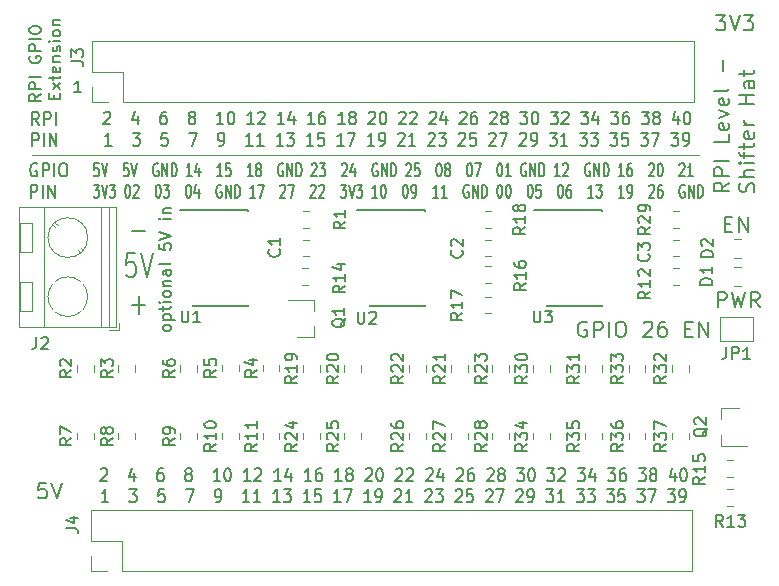
<source format=gbr>
G04 #@! TF.GenerationSoftware,KiCad,Pcbnew,5.1.6*
G04 #@! TF.CreationDate,2020-05-21T19:24:45+02:00*
G04 #@! TF.ProjectId,F010_rpi_logic_level_shifter_hat,46303130-5f72-4706-995f-6c6f6769635f,rev?*
G04 #@! TF.SameCoordinates,PXa52d280PY2b953a0*
G04 #@! TF.FileFunction,Legend,Top*
G04 #@! TF.FilePolarity,Positive*
%FSLAX46Y46*%
G04 Gerber Fmt 4.6, Leading zero omitted, Abs format (unit mm)*
G04 Created by KiCad (PCBNEW 5.1.6) date 2020-05-21 19:24:45*
%MOMM*%
%LPD*%
G01*
G04 APERTURE LIST*
%ADD10C,0.150000*%
%ADD11C,0.200000*%
%ADD12C,0.120000*%
G04 APERTURE END LIST*
D10*
X-12683215Y-29250000D02*
X-12807024Y-29188095D01*
X-12992739Y-29188095D01*
X-13178453Y-29250000D01*
X-13302262Y-29373809D01*
X-13364167Y-29497619D01*
X-13426072Y-29745238D01*
X-13426072Y-29930952D01*
X-13364167Y-30178571D01*
X-13302262Y-30302380D01*
X-13178453Y-30426190D01*
X-12992739Y-30488095D01*
X-12868929Y-30488095D01*
X-12683215Y-30426190D01*
X-12621310Y-30364285D01*
X-12621310Y-29930952D01*
X-12868929Y-29930952D01*
X-12064167Y-30488095D02*
X-12064167Y-29188095D01*
X-11568929Y-29188095D01*
X-11445120Y-29250000D01*
X-11383215Y-29311904D01*
X-11321310Y-29435714D01*
X-11321310Y-29621428D01*
X-11383215Y-29745238D01*
X-11445120Y-29807142D01*
X-11568929Y-29869047D01*
X-12064167Y-29869047D01*
X-10764167Y-30488095D02*
X-10764167Y-29188095D01*
X-9897500Y-29188095D02*
X-9649881Y-29188095D01*
X-9526072Y-29250000D01*
X-9402262Y-29373809D01*
X-9340358Y-29621428D01*
X-9340358Y-30054761D01*
X-9402262Y-30302380D01*
X-9526072Y-30426190D01*
X-9649881Y-30488095D01*
X-9897500Y-30488095D01*
X-10021310Y-30426190D01*
X-10145120Y-30302380D01*
X-10207024Y-30054761D01*
X-10207024Y-29621428D01*
X-10145120Y-29373809D01*
X-10021310Y-29250000D01*
X-9897500Y-29188095D01*
X-7854643Y-29311904D02*
X-7792739Y-29250000D01*
X-7668929Y-29188095D01*
X-7359405Y-29188095D01*
X-7235596Y-29250000D01*
X-7173691Y-29311904D01*
X-7111786Y-29435714D01*
X-7111786Y-29559523D01*
X-7173691Y-29745238D01*
X-7916548Y-30488095D01*
X-7111786Y-30488095D01*
X-5997500Y-29188095D02*
X-6245120Y-29188095D01*
X-6368929Y-29250000D01*
X-6430834Y-29311904D01*
X-6554643Y-29497619D01*
X-6616548Y-29745238D01*
X-6616548Y-30240476D01*
X-6554643Y-30364285D01*
X-6492739Y-30426190D01*
X-6368929Y-30488095D01*
X-6121310Y-30488095D01*
X-5997500Y-30426190D01*
X-5935596Y-30364285D01*
X-5873691Y-30240476D01*
X-5873691Y-29930952D01*
X-5935596Y-29807142D01*
X-5997500Y-29745238D01*
X-6121310Y-29683333D01*
X-6368929Y-29683333D01*
X-6492739Y-29745238D01*
X-6554643Y-29807142D01*
X-6616548Y-29930952D01*
X-4326072Y-29807142D02*
X-3892739Y-29807142D01*
X-3707024Y-30488095D02*
X-4326072Y-30488095D01*
X-4326072Y-29188095D01*
X-3707024Y-29188095D01*
X-3149881Y-30488095D02*
X-3149881Y-29188095D01*
X-2407024Y-30488095D01*
X-2407024Y-29188095D01*
X-55464286Y-9777380D02*
X-56035715Y-9777380D01*
X-55750000Y-9777380D02*
X-55750000Y-8777380D01*
X-55845239Y-8920238D01*
X-55940477Y-9015476D01*
X-56035715Y-9063095D01*
D11*
X-960477Y-20907142D02*
X-527143Y-20907142D01*
X-341429Y-21588095D02*
X-960477Y-21588095D01*
X-960477Y-20288095D01*
X-341429Y-20288095D01*
X215714Y-21588095D02*
X215714Y-20288095D01*
X958571Y-21588095D01*
X958571Y-20288095D01*
X-1560477Y-27963095D02*
X-1560477Y-26663095D01*
X-1065239Y-26663095D01*
X-941429Y-26725000D01*
X-879524Y-26786904D01*
X-817620Y-26910714D01*
X-817620Y-27096428D01*
X-879524Y-27220238D01*
X-941429Y-27282142D01*
X-1065239Y-27344047D01*
X-1560477Y-27344047D01*
X-384286Y-26663095D02*
X-74762Y-27963095D01*
X172857Y-27034523D01*
X420476Y-27963095D01*
X730000Y-26663095D01*
X1968095Y-27963095D02*
X1534761Y-27344047D01*
X1225238Y-27963095D02*
X1225238Y-26663095D01*
X1720476Y-26663095D01*
X1844285Y-26725000D01*
X1906190Y-26786904D01*
X1968095Y-26910714D01*
X1968095Y-27096428D01*
X1906190Y-27220238D01*
X1844285Y-27282142D01*
X1720476Y-27344047D01*
X1225238Y-27344047D01*
D10*
X-47872620Y-29771547D02*
X-47920239Y-29866785D01*
X-47967858Y-29914404D01*
X-48063096Y-29962023D01*
X-48348810Y-29962023D01*
X-48444048Y-29914404D01*
X-48491667Y-29866785D01*
X-48539286Y-29771547D01*
X-48539286Y-29628690D01*
X-48491667Y-29533452D01*
X-48444048Y-29485833D01*
X-48348810Y-29438214D01*
X-48063096Y-29438214D01*
X-47967858Y-29485833D01*
X-47920239Y-29533452D01*
X-47872620Y-29628690D01*
X-47872620Y-29771547D01*
X-48539286Y-29009642D02*
X-47539286Y-29009642D01*
X-48491667Y-29009642D02*
X-48539286Y-28914404D01*
X-48539286Y-28723928D01*
X-48491667Y-28628690D01*
X-48444048Y-28581071D01*
X-48348810Y-28533452D01*
X-48063096Y-28533452D01*
X-47967858Y-28581071D01*
X-47920239Y-28628690D01*
X-47872620Y-28723928D01*
X-47872620Y-28914404D01*
X-47920239Y-29009642D01*
X-48539286Y-28247738D02*
X-48539286Y-27866785D01*
X-48872620Y-28104880D02*
X-48015477Y-28104880D01*
X-47920239Y-28057261D01*
X-47872620Y-27962023D01*
X-47872620Y-27866785D01*
X-47872620Y-27533452D02*
X-48539286Y-27533452D01*
X-48872620Y-27533452D02*
X-48825000Y-27581071D01*
X-48777381Y-27533452D01*
X-48825000Y-27485833D01*
X-48872620Y-27533452D01*
X-48777381Y-27533452D01*
X-47872620Y-26914404D02*
X-47920239Y-27009642D01*
X-47967858Y-27057261D01*
X-48063096Y-27104880D01*
X-48348810Y-27104880D01*
X-48444048Y-27057261D01*
X-48491667Y-27009642D01*
X-48539286Y-26914404D01*
X-48539286Y-26771547D01*
X-48491667Y-26676309D01*
X-48444048Y-26628690D01*
X-48348810Y-26581071D01*
X-48063096Y-26581071D01*
X-47967858Y-26628690D01*
X-47920239Y-26676309D01*
X-47872620Y-26771547D01*
X-47872620Y-26914404D01*
X-48539286Y-26152500D02*
X-47872620Y-26152500D01*
X-48444048Y-26152500D02*
X-48491667Y-26104880D01*
X-48539286Y-26009642D01*
X-48539286Y-25866785D01*
X-48491667Y-25771547D01*
X-48396429Y-25723928D01*
X-47872620Y-25723928D01*
X-47872620Y-24819166D02*
X-48396429Y-24819166D01*
X-48491667Y-24866785D01*
X-48539286Y-24962023D01*
X-48539286Y-25152500D01*
X-48491667Y-25247738D01*
X-47920239Y-24819166D02*
X-47872620Y-24914404D01*
X-47872620Y-25152500D01*
X-47920239Y-25247738D01*
X-48015477Y-25295357D01*
X-48110715Y-25295357D01*
X-48205953Y-25247738D01*
X-48253572Y-25152500D01*
X-48253572Y-24914404D01*
X-48301191Y-24819166D01*
X-47872620Y-24200119D02*
X-47920239Y-24295357D01*
X-48015477Y-24342976D01*
X-48872620Y-24342976D01*
X-48872620Y-22581071D02*
X-48872620Y-23057261D01*
X-48396429Y-23104880D01*
X-48444048Y-23057261D01*
X-48491667Y-22962023D01*
X-48491667Y-22723928D01*
X-48444048Y-22628690D01*
X-48396429Y-22581071D01*
X-48301191Y-22533452D01*
X-48063096Y-22533452D01*
X-47967858Y-22581071D01*
X-47920239Y-22628690D01*
X-47872620Y-22723928D01*
X-47872620Y-22962023D01*
X-47920239Y-23057261D01*
X-47967858Y-23104880D01*
X-48872620Y-22247738D02*
X-47872620Y-21914404D01*
X-48872620Y-21581071D01*
X-47872620Y-20485833D02*
X-48539286Y-20485833D01*
X-48872620Y-20485833D02*
X-48825000Y-20533452D01*
X-48777381Y-20485833D01*
X-48825000Y-20438214D01*
X-48872620Y-20485833D01*
X-48777381Y-20485833D01*
X-48539286Y-20009642D02*
X-47872620Y-20009642D01*
X-48444048Y-20009642D02*
X-48491667Y-19962023D01*
X-48539286Y-19866785D01*
X-48539286Y-19723928D01*
X-48491667Y-19628690D01*
X-48396429Y-19581071D01*
X-47872620Y-19581071D01*
X-53991786Y-15797619D02*
X-54348929Y-15797619D01*
X-54384643Y-16321428D01*
X-54348929Y-16269047D01*
X-54277500Y-16216666D01*
X-54098929Y-16216666D01*
X-54027500Y-16269047D01*
X-53991786Y-16321428D01*
X-53956072Y-16426190D01*
X-53956072Y-16688095D01*
X-53991786Y-16792857D01*
X-54027500Y-16845238D01*
X-54098929Y-16897619D01*
X-54277500Y-16897619D01*
X-54348929Y-16845238D01*
X-54384643Y-16792857D01*
X-53741786Y-15797619D02*
X-53491786Y-16897619D01*
X-53241786Y-15797619D01*
X-51491786Y-15797619D02*
X-51848929Y-15797619D01*
X-51884643Y-16321428D01*
X-51848929Y-16269047D01*
X-51777500Y-16216666D01*
X-51598929Y-16216666D01*
X-51527500Y-16269047D01*
X-51491786Y-16321428D01*
X-51456072Y-16426190D01*
X-51456072Y-16688095D01*
X-51491786Y-16792857D01*
X-51527500Y-16845238D01*
X-51598929Y-16897619D01*
X-51777500Y-16897619D01*
X-51848929Y-16845238D01*
X-51884643Y-16792857D01*
X-51241786Y-15797619D02*
X-50991786Y-16897619D01*
X-50741786Y-15797619D01*
X-48956072Y-15850000D02*
X-49027500Y-15797619D01*
X-49134643Y-15797619D01*
X-49241786Y-15850000D01*
X-49313215Y-15954761D01*
X-49348929Y-16059523D01*
X-49384643Y-16269047D01*
X-49384643Y-16426190D01*
X-49348929Y-16635714D01*
X-49313215Y-16740476D01*
X-49241786Y-16845238D01*
X-49134643Y-16897619D01*
X-49063215Y-16897619D01*
X-48956072Y-16845238D01*
X-48920358Y-16792857D01*
X-48920358Y-16426190D01*
X-49063215Y-16426190D01*
X-48598929Y-16897619D02*
X-48598929Y-15797619D01*
X-48170358Y-16897619D01*
X-48170358Y-15797619D01*
X-47813215Y-16897619D02*
X-47813215Y-15797619D01*
X-47634643Y-15797619D01*
X-47527500Y-15850000D01*
X-47456072Y-15954761D01*
X-47420358Y-16059523D01*
X-47384643Y-16269047D01*
X-47384643Y-16426190D01*
X-47420358Y-16635714D01*
X-47456072Y-16740476D01*
X-47527500Y-16845238D01*
X-47634643Y-16897619D01*
X-47813215Y-16897619D01*
X-46098929Y-16897619D02*
X-46527500Y-16897619D01*
X-46313215Y-16897619D02*
X-46313215Y-15797619D01*
X-46384643Y-15954761D01*
X-46456072Y-16059523D01*
X-46527500Y-16111904D01*
X-45456072Y-16164285D02*
X-45456072Y-16897619D01*
X-45634643Y-15745238D02*
X-45813215Y-16530952D01*
X-45348929Y-16530952D01*
X-43527500Y-16897619D02*
X-43956072Y-16897619D01*
X-43741786Y-16897619D02*
X-43741786Y-15797619D01*
X-43813215Y-15954761D01*
X-43884643Y-16059523D01*
X-43956072Y-16111904D01*
X-42848929Y-15797619D02*
X-43206072Y-15797619D01*
X-43241786Y-16321428D01*
X-43206072Y-16269047D01*
X-43134643Y-16216666D01*
X-42956072Y-16216666D01*
X-42884643Y-16269047D01*
X-42848929Y-16321428D01*
X-42813215Y-16426190D01*
X-42813215Y-16688095D01*
X-42848929Y-16792857D01*
X-42884643Y-16845238D01*
X-42956072Y-16897619D01*
X-43134643Y-16897619D01*
X-43206072Y-16845238D01*
X-43241786Y-16792857D01*
X-40956072Y-16897619D02*
X-41384643Y-16897619D01*
X-41170358Y-16897619D02*
X-41170358Y-15797619D01*
X-41241786Y-15954761D01*
X-41313215Y-16059523D01*
X-41384643Y-16111904D01*
X-40527500Y-16269047D02*
X-40598929Y-16216666D01*
X-40634643Y-16164285D01*
X-40670358Y-16059523D01*
X-40670358Y-16007142D01*
X-40634643Y-15902380D01*
X-40598929Y-15850000D01*
X-40527500Y-15797619D01*
X-40384643Y-15797619D01*
X-40313215Y-15850000D01*
X-40277500Y-15902380D01*
X-40241786Y-16007142D01*
X-40241786Y-16059523D01*
X-40277500Y-16164285D01*
X-40313215Y-16216666D01*
X-40384643Y-16269047D01*
X-40527500Y-16269047D01*
X-40598929Y-16321428D01*
X-40634643Y-16373809D01*
X-40670358Y-16478571D01*
X-40670358Y-16688095D01*
X-40634643Y-16792857D01*
X-40598929Y-16845238D01*
X-40527500Y-16897619D01*
X-40384643Y-16897619D01*
X-40313215Y-16845238D01*
X-40277500Y-16792857D01*
X-40241786Y-16688095D01*
X-40241786Y-16478571D01*
X-40277500Y-16373809D01*
X-40313215Y-16321428D01*
X-40384643Y-16269047D01*
X-38384643Y-15850000D02*
X-38456072Y-15797619D01*
X-38563215Y-15797619D01*
X-38670358Y-15850000D01*
X-38741786Y-15954761D01*
X-38777500Y-16059523D01*
X-38813215Y-16269047D01*
X-38813215Y-16426190D01*
X-38777500Y-16635714D01*
X-38741786Y-16740476D01*
X-38670358Y-16845238D01*
X-38563215Y-16897619D01*
X-38491786Y-16897619D01*
X-38384643Y-16845238D01*
X-38348929Y-16792857D01*
X-38348929Y-16426190D01*
X-38491786Y-16426190D01*
X-38027500Y-16897619D02*
X-38027500Y-15797619D01*
X-37598929Y-16897619D01*
X-37598929Y-15797619D01*
X-37241786Y-16897619D02*
X-37241786Y-15797619D01*
X-37063215Y-15797619D01*
X-36956072Y-15850000D01*
X-36884643Y-15954761D01*
X-36848929Y-16059523D01*
X-36813215Y-16269047D01*
X-36813215Y-16426190D01*
X-36848929Y-16635714D01*
X-36884643Y-16740476D01*
X-36956072Y-16845238D01*
X-37063215Y-16897619D01*
X-37241786Y-16897619D01*
X-35956072Y-15902380D02*
X-35920358Y-15850000D01*
X-35848929Y-15797619D01*
X-35670358Y-15797619D01*
X-35598929Y-15850000D01*
X-35563215Y-15902380D01*
X-35527500Y-16007142D01*
X-35527500Y-16111904D01*
X-35563215Y-16269047D01*
X-35991786Y-16897619D01*
X-35527500Y-16897619D01*
X-35277500Y-15797619D02*
X-34813215Y-15797619D01*
X-35063215Y-16216666D01*
X-34956072Y-16216666D01*
X-34884643Y-16269047D01*
X-34848929Y-16321428D01*
X-34813215Y-16426190D01*
X-34813215Y-16688095D01*
X-34848929Y-16792857D01*
X-34884643Y-16845238D01*
X-34956072Y-16897619D01*
X-35170358Y-16897619D01*
X-35241786Y-16845238D01*
X-35277500Y-16792857D01*
X-33384643Y-15902380D02*
X-33348929Y-15850000D01*
X-33277500Y-15797619D01*
X-33098929Y-15797619D01*
X-33027500Y-15850000D01*
X-32991786Y-15902380D01*
X-32956072Y-16007142D01*
X-32956072Y-16111904D01*
X-32991786Y-16269047D01*
X-33420358Y-16897619D01*
X-32956072Y-16897619D01*
X-32313215Y-16164285D02*
X-32313215Y-16897619D01*
X-32491786Y-15745238D02*
X-32670358Y-16530952D01*
X-32206072Y-16530952D01*
X-30384643Y-15850000D02*
X-30456072Y-15797619D01*
X-30563215Y-15797619D01*
X-30670358Y-15850000D01*
X-30741786Y-15954761D01*
X-30777500Y-16059523D01*
X-30813215Y-16269047D01*
X-30813215Y-16426190D01*
X-30777500Y-16635714D01*
X-30741786Y-16740476D01*
X-30670358Y-16845238D01*
X-30563215Y-16897619D01*
X-30491786Y-16897619D01*
X-30384643Y-16845238D01*
X-30348929Y-16792857D01*
X-30348929Y-16426190D01*
X-30491786Y-16426190D01*
X-30027500Y-16897619D02*
X-30027500Y-15797619D01*
X-29598929Y-16897619D01*
X-29598929Y-15797619D01*
X-29241786Y-16897619D02*
X-29241786Y-15797619D01*
X-29063215Y-15797619D01*
X-28956072Y-15850000D01*
X-28884643Y-15954761D01*
X-28848929Y-16059523D01*
X-28813215Y-16269047D01*
X-28813215Y-16426190D01*
X-28848929Y-16635714D01*
X-28884643Y-16740476D01*
X-28956072Y-16845238D01*
X-29063215Y-16897619D01*
X-29241786Y-16897619D01*
X-27956072Y-15902380D02*
X-27920358Y-15850000D01*
X-27848929Y-15797619D01*
X-27670358Y-15797619D01*
X-27598929Y-15850000D01*
X-27563215Y-15902380D01*
X-27527500Y-16007142D01*
X-27527500Y-16111904D01*
X-27563215Y-16269047D01*
X-27991786Y-16897619D01*
X-27527500Y-16897619D01*
X-26848929Y-15797619D02*
X-27206072Y-15797619D01*
X-27241786Y-16321428D01*
X-27206072Y-16269047D01*
X-27134643Y-16216666D01*
X-26956072Y-16216666D01*
X-26884643Y-16269047D01*
X-26848929Y-16321428D01*
X-26813215Y-16426190D01*
X-26813215Y-16688095D01*
X-26848929Y-16792857D01*
X-26884643Y-16845238D01*
X-26956072Y-16897619D01*
X-27134643Y-16897619D01*
X-27206072Y-16845238D01*
X-27241786Y-16792857D01*
X-25206072Y-15797619D02*
X-25134643Y-15797619D01*
X-25063215Y-15850000D01*
X-25027500Y-15902380D01*
X-24991786Y-16007142D01*
X-24956072Y-16216666D01*
X-24956072Y-16478571D01*
X-24991786Y-16688095D01*
X-25027500Y-16792857D01*
X-25063215Y-16845238D01*
X-25134643Y-16897619D01*
X-25206072Y-16897619D01*
X-25277500Y-16845238D01*
X-25313215Y-16792857D01*
X-25348929Y-16688095D01*
X-25384643Y-16478571D01*
X-25384643Y-16216666D01*
X-25348929Y-16007142D01*
X-25313215Y-15902380D01*
X-25277500Y-15850000D01*
X-25206072Y-15797619D01*
X-24527500Y-16269047D02*
X-24598929Y-16216666D01*
X-24634643Y-16164285D01*
X-24670358Y-16059523D01*
X-24670358Y-16007142D01*
X-24634643Y-15902380D01*
X-24598929Y-15850000D01*
X-24527500Y-15797619D01*
X-24384643Y-15797619D01*
X-24313215Y-15850000D01*
X-24277500Y-15902380D01*
X-24241786Y-16007142D01*
X-24241786Y-16059523D01*
X-24277500Y-16164285D01*
X-24313215Y-16216666D01*
X-24384643Y-16269047D01*
X-24527500Y-16269047D01*
X-24598929Y-16321428D01*
X-24634643Y-16373809D01*
X-24670358Y-16478571D01*
X-24670358Y-16688095D01*
X-24634643Y-16792857D01*
X-24598929Y-16845238D01*
X-24527500Y-16897619D01*
X-24384643Y-16897619D01*
X-24313215Y-16845238D01*
X-24277500Y-16792857D01*
X-24241786Y-16688095D01*
X-24241786Y-16478571D01*
X-24277500Y-16373809D01*
X-24313215Y-16321428D01*
X-24384643Y-16269047D01*
X-22634643Y-15797619D02*
X-22563215Y-15797619D01*
X-22491786Y-15850000D01*
X-22456072Y-15902380D01*
X-22420358Y-16007142D01*
X-22384643Y-16216666D01*
X-22384643Y-16478571D01*
X-22420358Y-16688095D01*
X-22456072Y-16792857D01*
X-22491786Y-16845238D01*
X-22563215Y-16897619D01*
X-22634643Y-16897619D01*
X-22706072Y-16845238D01*
X-22741786Y-16792857D01*
X-22777501Y-16688095D01*
X-22813215Y-16478571D01*
X-22813215Y-16216666D01*
X-22777501Y-16007142D01*
X-22741786Y-15902380D01*
X-22706072Y-15850000D01*
X-22634643Y-15797619D01*
X-22134643Y-15797619D02*
X-21634643Y-15797619D01*
X-21956072Y-16897619D01*
X-20063215Y-15797619D02*
X-19991786Y-15797619D01*
X-19920358Y-15850000D01*
X-19884643Y-15902380D01*
X-19848929Y-16007142D01*
X-19813215Y-16216666D01*
X-19813215Y-16478571D01*
X-19848929Y-16688095D01*
X-19884643Y-16792857D01*
X-19920358Y-16845238D01*
X-19991786Y-16897619D01*
X-20063215Y-16897619D01*
X-20134643Y-16845238D01*
X-20170358Y-16792857D01*
X-20206072Y-16688095D01*
X-20241786Y-16478571D01*
X-20241786Y-16216666D01*
X-20206072Y-16007142D01*
X-20170358Y-15902380D01*
X-20134643Y-15850000D01*
X-20063215Y-15797619D01*
X-19098929Y-16897619D02*
X-19527500Y-16897619D01*
X-19313215Y-16897619D02*
X-19313215Y-15797619D01*
X-19384643Y-15954761D01*
X-19456072Y-16059523D01*
X-19527500Y-16111904D01*
X-17813215Y-15850000D02*
X-17884643Y-15797619D01*
X-17991786Y-15797619D01*
X-18098929Y-15850000D01*
X-18170358Y-15954761D01*
X-18206072Y-16059523D01*
X-18241786Y-16269047D01*
X-18241786Y-16426190D01*
X-18206072Y-16635714D01*
X-18170358Y-16740476D01*
X-18098929Y-16845238D01*
X-17991786Y-16897619D01*
X-17920358Y-16897619D01*
X-17813215Y-16845238D01*
X-17777500Y-16792857D01*
X-17777500Y-16426190D01*
X-17920358Y-16426190D01*
X-17456072Y-16897619D02*
X-17456072Y-15797619D01*
X-17027500Y-16897619D01*
X-17027500Y-15797619D01*
X-16670358Y-16897619D02*
X-16670358Y-15797619D01*
X-16491786Y-15797619D01*
X-16384643Y-15850000D01*
X-16313215Y-15954761D01*
X-16277500Y-16059523D01*
X-16241786Y-16269047D01*
X-16241786Y-16426190D01*
X-16277500Y-16635714D01*
X-16313215Y-16740476D01*
X-16384643Y-16845238D01*
X-16491786Y-16897619D01*
X-16670358Y-16897619D01*
X-14956072Y-16897619D02*
X-15384643Y-16897619D01*
X-15170358Y-16897619D02*
X-15170358Y-15797619D01*
X-15241786Y-15954761D01*
X-15313215Y-16059523D01*
X-15384643Y-16111904D01*
X-14670358Y-15902380D02*
X-14634643Y-15850000D01*
X-14563215Y-15797619D01*
X-14384643Y-15797619D01*
X-14313215Y-15850000D01*
X-14277500Y-15902380D01*
X-14241786Y-16007142D01*
X-14241786Y-16111904D01*
X-14277500Y-16269047D01*
X-14706072Y-16897619D01*
X-14241786Y-16897619D01*
X-12384643Y-15850000D02*
X-12456072Y-15797619D01*
X-12563215Y-15797619D01*
X-12670358Y-15850000D01*
X-12741786Y-15954761D01*
X-12777500Y-16059523D01*
X-12813215Y-16269047D01*
X-12813215Y-16426190D01*
X-12777500Y-16635714D01*
X-12741786Y-16740476D01*
X-12670358Y-16845238D01*
X-12563215Y-16897619D01*
X-12491786Y-16897619D01*
X-12384643Y-16845238D01*
X-12348929Y-16792857D01*
X-12348929Y-16426190D01*
X-12491786Y-16426190D01*
X-12027500Y-16897619D02*
X-12027500Y-15797619D01*
X-11598929Y-16897619D01*
X-11598929Y-15797619D01*
X-11241786Y-16897619D02*
X-11241786Y-15797619D01*
X-11063215Y-15797619D01*
X-10956072Y-15850000D01*
X-10884643Y-15954761D01*
X-10848929Y-16059523D01*
X-10813215Y-16269047D01*
X-10813215Y-16426190D01*
X-10848929Y-16635714D01*
X-10884643Y-16740476D01*
X-10956072Y-16845238D01*
X-11063215Y-16897619D01*
X-11241786Y-16897619D01*
X-9527500Y-16897619D02*
X-9956072Y-16897619D01*
X-9741786Y-16897619D02*
X-9741786Y-15797619D01*
X-9813215Y-15954761D01*
X-9884643Y-16059523D01*
X-9956072Y-16111904D01*
X-8884643Y-15797619D02*
X-9027500Y-15797619D01*
X-9098929Y-15850000D01*
X-9134643Y-15902380D01*
X-9206072Y-16059523D01*
X-9241786Y-16269047D01*
X-9241786Y-16688095D01*
X-9206072Y-16792857D01*
X-9170358Y-16845238D01*
X-9098929Y-16897619D01*
X-8956072Y-16897619D01*
X-8884643Y-16845238D01*
X-8848929Y-16792857D01*
X-8813215Y-16688095D01*
X-8813215Y-16426190D01*
X-8848929Y-16321428D01*
X-8884643Y-16269047D01*
X-8956072Y-16216666D01*
X-9098929Y-16216666D01*
X-9170358Y-16269047D01*
X-9206072Y-16321428D01*
X-9241786Y-16426190D01*
X-7384643Y-15902380D02*
X-7348929Y-15850000D01*
X-7277500Y-15797619D01*
X-7098929Y-15797619D01*
X-7027500Y-15850000D01*
X-6991786Y-15902380D01*
X-6956072Y-16007142D01*
X-6956072Y-16111904D01*
X-6991786Y-16269047D01*
X-7420358Y-16897619D01*
X-6956072Y-16897619D01*
X-6491786Y-15797619D02*
X-6420358Y-15797619D01*
X-6348929Y-15850000D01*
X-6313215Y-15902380D01*
X-6277500Y-16007142D01*
X-6241786Y-16216666D01*
X-6241786Y-16478571D01*
X-6277500Y-16688095D01*
X-6313215Y-16792857D01*
X-6348929Y-16845238D01*
X-6420358Y-16897619D01*
X-6491786Y-16897619D01*
X-6563215Y-16845238D01*
X-6598929Y-16792857D01*
X-6634643Y-16688095D01*
X-6670358Y-16478571D01*
X-6670358Y-16216666D01*
X-6634643Y-16007142D01*
X-6598929Y-15902380D01*
X-6563215Y-15850000D01*
X-6491786Y-15797619D01*
X-4813215Y-15902380D02*
X-4777500Y-15850000D01*
X-4706072Y-15797619D01*
X-4527500Y-15797619D01*
X-4456072Y-15850000D01*
X-4420358Y-15902380D01*
X-4384643Y-16007142D01*
X-4384643Y-16111904D01*
X-4420358Y-16269047D01*
X-4848929Y-16897619D01*
X-4384643Y-16897619D01*
X-3670358Y-16897619D02*
X-4098929Y-16897619D01*
X-3884643Y-16897619D02*
X-3884643Y-15797619D01*
X-3956072Y-15954761D01*
X-4027500Y-16059523D01*
X-4098929Y-16111904D01*
X-54420358Y-17597619D02*
X-53956072Y-17597619D01*
X-54206072Y-18016666D01*
X-54098929Y-18016666D01*
X-54027500Y-18069047D01*
X-53991786Y-18121428D01*
X-53956072Y-18226190D01*
X-53956072Y-18488095D01*
X-53991786Y-18592857D01*
X-54027500Y-18645238D01*
X-54098929Y-18697619D01*
X-54313215Y-18697619D01*
X-54384643Y-18645238D01*
X-54420358Y-18592857D01*
X-53741786Y-17597619D02*
X-53491786Y-18697619D01*
X-53241786Y-17597619D01*
X-53063215Y-17597619D02*
X-52598929Y-17597619D01*
X-52848929Y-18016666D01*
X-52741786Y-18016666D01*
X-52670358Y-18069047D01*
X-52634643Y-18121428D01*
X-52598929Y-18226190D01*
X-52598929Y-18488095D01*
X-52634643Y-18592857D01*
X-52670358Y-18645238D01*
X-52741786Y-18697619D01*
X-52956072Y-18697619D01*
X-53027500Y-18645238D01*
X-53063215Y-18592857D01*
X-51563215Y-17597619D02*
X-51491786Y-17597619D01*
X-51420358Y-17650000D01*
X-51384643Y-17702380D01*
X-51348929Y-17807142D01*
X-51313215Y-18016666D01*
X-51313215Y-18278571D01*
X-51348929Y-18488095D01*
X-51384643Y-18592857D01*
X-51420358Y-18645238D01*
X-51491786Y-18697619D01*
X-51563215Y-18697619D01*
X-51634643Y-18645238D01*
X-51670358Y-18592857D01*
X-51706072Y-18488095D01*
X-51741786Y-18278571D01*
X-51741786Y-18016666D01*
X-51706072Y-17807142D01*
X-51670358Y-17702380D01*
X-51634643Y-17650000D01*
X-51563215Y-17597619D01*
X-51027500Y-17702380D02*
X-50991786Y-17650000D01*
X-50920358Y-17597619D01*
X-50741786Y-17597619D01*
X-50670358Y-17650000D01*
X-50634643Y-17702380D01*
X-50598929Y-17807142D01*
X-50598929Y-17911904D01*
X-50634643Y-18069047D01*
X-51063215Y-18697619D01*
X-50598929Y-18697619D01*
X-48991786Y-17597619D02*
X-48920358Y-17597619D01*
X-48848929Y-17650000D01*
X-48813215Y-17702380D01*
X-48777500Y-17807142D01*
X-48741786Y-18016666D01*
X-48741786Y-18278571D01*
X-48777500Y-18488095D01*
X-48813215Y-18592857D01*
X-48848929Y-18645238D01*
X-48920358Y-18697619D01*
X-48991786Y-18697619D01*
X-49063215Y-18645238D01*
X-49098929Y-18592857D01*
X-49134643Y-18488095D01*
X-49170358Y-18278571D01*
X-49170358Y-18016666D01*
X-49134643Y-17807142D01*
X-49098929Y-17702380D01*
X-49063215Y-17650000D01*
X-48991786Y-17597619D01*
X-48491786Y-17597619D02*
X-48027500Y-17597619D01*
X-48277500Y-18016666D01*
X-48170358Y-18016666D01*
X-48098929Y-18069047D01*
X-48063215Y-18121428D01*
X-48027500Y-18226190D01*
X-48027500Y-18488095D01*
X-48063215Y-18592857D01*
X-48098929Y-18645238D01*
X-48170358Y-18697619D01*
X-48384643Y-18697619D01*
X-48456072Y-18645238D01*
X-48491786Y-18592857D01*
X-46420358Y-17597619D02*
X-46348929Y-17597619D01*
X-46277500Y-17650000D01*
X-46241786Y-17702380D01*
X-46206072Y-17807142D01*
X-46170358Y-18016666D01*
X-46170358Y-18278571D01*
X-46206072Y-18488095D01*
X-46241786Y-18592857D01*
X-46277500Y-18645238D01*
X-46348929Y-18697619D01*
X-46420358Y-18697619D01*
X-46491786Y-18645238D01*
X-46527500Y-18592857D01*
X-46563215Y-18488095D01*
X-46598929Y-18278571D01*
X-46598929Y-18016666D01*
X-46563215Y-17807142D01*
X-46527500Y-17702380D01*
X-46491786Y-17650000D01*
X-46420358Y-17597619D01*
X-45527500Y-17964285D02*
X-45527500Y-18697619D01*
X-45706072Y-17545238D02*
X-45884643Y-18330952D01*
X-45420358Y-18330952D01*
X-43598929Y-17650000D02*
X-43670358Y-17597619D01*
X-43777500Y-17597619D01*
X-43884643Y-17650000D01*
X-43956072Y-17754761D01*
X-43991786Y-17859523D01*
X-44027500Y-18069047D01*
X-44027500Y-18226190D01*
X-43991786Y-18435714D01*
X-43956072Y-18540476D01*
X-43884643Y-18645238D01*
X-43777500Y-18697619D01*
X-43706072Y-18697619D01*
X-43598929Y-18645238D01*
X-43563215Y-18592857D01*
X-43563215Y-18226190D01*
X-43706072Y-18226190D01*
X-43241786Y-18697619D02*
X-43241786Y-17597619D01*
X-42813215Y-18697619D01*
X-42813215Y-17597619D01*
X-42456072Y-18697619D02*
X-42456072Y-17597619D01*
X-42277500Y-17597619D01*
X-42170358Y-17650000D01*
X-42098929Y-17754761D01*
X-42063215Y-17859523D01*
X-42027500Y-18069047D01*
X-42027500Y-18226190D01*
X-42063215Y-18435714D01*
X-42098929Y-18540476D01*
X-42170358Y-18645238D01*
X-42277500Y-18697619D01*
X-42456072Y-18697619D01*
X-40741786Y-18697619D02*
X-41170358Y-18697619D01*
X-40956072Y-18697619D02*
X-40956072Y-17597619D01*
X-41027500Y-17754761D01*
X-41098929Y-17859523D01*
X-41170358Y-17911904D01*
X-40491786Y-17597619D02*
X-39991786Y-17597619D01*
X-40313215Y-18697619D01*
X-38598929Y-17702380D02*
X-38563215Y-17650000D01*
X-38491786Y-17597619D01*
X-38313215Y-17597619D01*
X-38241786Y-17650000D01*
X-38206072Y-17702380D01*
X-38170358Y-17807142D01*
X-38170358Y-17911904D01*
X-38206072Y-18069047D01*
X-38634643Y-18697619D01*
X-38170358Y-18697619D01*
X-37920358Y-17597619D02*
X-37420358Y-17597619D01*
X-37741786Y-18697619D01*
X-36027500Y-17702380D02*
X-35991786Y-17650000D01*
X-35920358Y-17597619D01*
X-35741786Y-17597619D01*
X-35670358Y-17650000D01*
X-35634643Y-17702380D01*
X-35598929Y-17807142D01*
X-35598929Y-17911904D01*
X-35634643Y-18069047D01*
X-36063215Y-18697619D01*
X-35598929Y-18697619D01*
X-35313215Y-17702380D02*
X-35277500Y-17650000D01*
X-35206072Y-17597619D01*
X-35027500Y-17597619D01*
X-34956072Y-17650000D01*
X-34920358Y-17702380D01*
X-34884643Y-17807142D01*
X-34884643Y-17911904D01*
X-34920358Y-18069047D01*
X-35348929Y-18697619D01*
X-34884643Y-18697619D01*
X-33491786Y-17597619D02*
X-33027500Y-17597619D01*
X-33277500Y-18016666D01*
X-33170358Y-18016666D01*
X-33098929Y-18069047D01*
X-33063215Y-18121428D01*
X-33027500Y-18226190D01*
X-33027500Y-18488095D01*
X-33063215Y-18592857D01*
X-33098929Y-18645238D01*
X-33170358Y-18697619D01*
X-33384643Y-18697619D01*
X-33456072Y-18645238D01*
X-33491786Y-18592857D01*
X-32813215Y-17597619D02*
X-32563215Y-18697619D01*
X-32313215Y-17597619D01*
X-32134643Y-17597619D02*
X-31670358Y-17597619D01*
X-31920358Y-18016666D01*
X-31813215Y-18016666D01*
X-31741786Y-18069047D01*
X-31706072Y-18121428D01*
X-31670358Y-18226190D01*
X-31670358Y-18488095D01*
X-31706072Y-18592857D01*
X-31741786Y-18645238D01*
X-31813215Y-18697619D01*
X-32027500Y-18697619D01*
X-32098929Y-18645238D01*
X-32134643Y-18592857D01*
X-30384643Y-18697619D02*
X-30813215Y-18697619D01*
X-30598929Y-18697619D02*
X-30598929Y-17597619D01*
X-30670358Y-17754761D01*
X-30741786Y-17859523D01*
X-30813215Y-17911904D01*
X-29920358Y-17597619D02*
X-29848929Y-17597619D01*
X-29777501Y-17650000D01*
X-29741786Y-17702380D01*
X-29706072Y-17807142D01*
X-29670358Y-18016666D01*
X-29670358Y-18278571D01*
X-29706072Y-18488095D01*
X-29741786Y-18592857D01*
X-29777501Y-18645238D01*
X-29848929Y-18697619D01*
X-29920358Y-18697619D01*
X-29991786Y-18645238D01*
X-30027501Y-18592857D01*
X-30063215Y-18488095D01*
X-30098929Y-18278571D01*
X-30098929Y-18016666D01*
X-30063215Y-17807142D01*
X-30027501Y-17702380D01*
X-29991786Y-17650000D01*
X-29920358Y-17597619D01*
X-28063215Y-17597619D02*
X-27991786Y-17597619D01*
X-27920358Y-17650000D01*
X-27884643Y-17702380D01*
X-27848929Y-17807142D01*
X-27813215Y-18016666D01*
X-27813215Y-18278571D01*
X-27848929Y-18488095D01*
X-27884643Y-18592857D01*
X-27920358Y-18645238D01*
X-27991786Y-18697619D01*
X-28063215Y-18697619D01*
X-28134643Y-18645238D01*
X-28170358Y-18592857D01*
X-28206072Y-18488095D01*
X-28241786Y-18278571D01*
X-28241786Y-18016666D01*
X-28206072Y-17807142D01*
X-28170358Y-17702380D01*
X-28134643Y-17650000D01*
X-28063215Y-17597619D01*
X-27456072Y-18697619D02*
X-27313215Y-18697619D01*
X-27241786Y-18645238D01*
X-27206072Y-18592857D01*
X-27134643Y-18435714D01*
X-27098929Y-18226190D01*
X-27098929Y-17807142D01*
X-27134643Y-17702380D01*
X-27170358Y-17650000D01*
X-27241786Y-17597619D01*
X-27384643Y-17597619D01*
X-27456072Y-17650000D01*
X-27491786Y-17702380D01*
X-27527501Y-17807142D01*
X-27527501Y-18069047D01*
X-27491786Y-18173809D01*
X-27456072Y-18226190D01*
X-27384643Y-18278571D01*
X-27241786Y-18278571D01*
X-27170358Y-18226190D01*
X-27134643Y-18173809D01*
X-27098929Y-18069047D01*
X-25241786Y-18697619D02*
X-25670358Y-18697619D01*
X-25456072Y-18697619D02*
X-25456072Y-17597619D01*
X-25527501Y-17754761D01*
X-25598929Y-17859523D01*
X-25670358Y-17911904D01*
X-24527501Y-18697619D02*
X-24956072Y-18697619D01*
X-24741786Y-18697619D02*
X-24741786Y-17597619D01*
X-24813215Y-17754761D01*
X-24884643Y-17859523D01*
X-24956072Y-17911904D01*
X-22670358Y-17650000D02*
X-22741786Y-17597619D01*
X-22848929Y-17597619D01*
X-22956072Y-17650000D01*
X-23027501Y-17754761D01*
X-23063215Y-17859523D01*
X-23098929Y-18069047D01*
X-23098929Y-18226190D01*
X-23063215Y-18435714D01*
X-23027501Y-18540476D01*
X-22956072Y-18645238D01*
X-22848929Y-18697619D01*
X-22777501Y-18697619D01*
X-22670358Y-18645238D01*
X-22634643Y-18592857D01*
X-22634643Y-18226190D01*
X-22777501Y-18226190D01*
X-22313215Y-18697619D02*
X-22313215Y-17597619D01*
X-21884643Y-18697619D01*
X-21884643Y-17597619D01*
X-21527501Y-18697619D02*
X-21527501Y-17597619D01*
X-21348929Y-17597619D01*
X-21241786Y-17650000D01*
X-21170358Y-17754761D01*
X-21134643Y-17859523D01*
X-21098929Y-18069047D01*
X-21098929Y-18226190D01*
X-21134643Y-18435714D01*
X-21170358Y-18540476D01*
X-21241786Y-18645238D01*
X-21348929Y-18697619D01*
X-21527501Y-18697619D01*
X-20063215Y-17597619D02*
X-19991786Y-17597619D01*
X-19920358Y-17650000D01*
X-19884643Y-17702380D01*
X-19848929Y-17807142D01*
X-19813215Y-18016666D01*
X-19813215Y-18278571D01*
X-19848929Y-18488095D01*
X-19884643Y-18592857D01*
X-19920358Y-18645238D01*
X-19991786Y-18697619D01*
X-20063215Y-18697619D01*
X-20134643Y-18645238D01*
X-20170358Y-18592857D01*
X-20206072Y-18488095D01*
X-20241786Y-18278571D01*
X-20241786Y-18016666D01*
X-20206072Y-17807142D01*
X-20170358Y-17702380D01*
X-20134643Y-17650000D01*
X-20063215Y-17597619D01*
X-19348929Y-17597619D02*
X-19277501Y-17597619D01*
X-19206072Y-17650000D01*
X-19170358Y-17702380D01*
X-19134643Y-17807142D01*
X-19098929Y-18016666D01*
X-19098929Y-18278571D01*
X-19134643Y-18488095D01*
X-19170358Y-18592857D01*
X-19206072Y-18645238D01*
X-19277501Y-18697619D01*
X-19348929Y-18697619D01*
X-19420358Y-18645238D01*
X-19456072Y-18592857D01*
X-19491786Y-18488095D01*
X-19527501Y-18278571D01*
X-19527501Y-18016666D01*
X-19491786Y-17807142D01*
X-19456072Y-17702380D01*
X-19420358Y-17650000D01*
X-19348929Y-17597619D01*
X-17491786Y-17597619D02*
X-17420358Y-17597619D01*
X-17348929Y-17650000D01*
X-17313215Y-17702380D01*
X-17277500Y-17807142D01*
X-17241786Y-18016666D01*
X-17241786Y-18278571D01*
X-17277500Y-18488095D01*
X-17313215Y-18592857D01*
X-17348929Y-18645238D01*
X-17420358Y-18697619D01*
X-17491786Y-18697619D01*
X-17563215Y-18645238D01*
X-17598929Y-18592857D01*
X-17634643Y-18488095D01*
X-17670358Y-18278571D01*
X-17670358Y-18016666D01*
X-17634643Y-17807142D01*
X-17598929Y-17702380D01*
X-17563215Y-17650000D01*
X-17491786Y-17597619D01*
X-16563215Y-17597619D02*
X-16920358Y-17597619D01*
X-16956072Y-18121428D01*
X-16920358Y-18069047D01*
X-16848929Y-18016666D01*
X-16670358Y-18016666D01*
X-16598929Y-18069047D01*
X-16563215Y-18121428D01*
X-16527500Y-18226190D01*
X-16527500Y-18488095D01*
X-16563215Y-18592857D01*
X-16598929Y-18645238D01*
X-16670358Y-18697619D01*
X-16848929Y-18697619D01*
X-16920358Y-18645238D01*
X-16956072Y-18592857D01*
X-14920358Y-17597619D02*
X-14848929Y-17597619D01*
X-14777500Y-17650000D01*
X-14741786Y-17702380D01*
X-14706072Y-17807142D01*
X-14670358Y-18016666D01*
X-14670358Y-18278571D01*
X-14706072Y-18488095D01*
X-14741786Y-18592857D01*
X-14777500Y-18645238D01*
X-14848929Y-18697619D01*
X-14920358Y-18697619D01*
X-14991786Y-18645238D01*
X-15027500Y-18592857D01*
X-15063215Y-18488095D01*
X-15098929Y-18278571D01*
X-15098929Y-18016666D01*
X-15063215Y-17807142D01*
X-15027500Y-17702380D01*
X-14991786Y-17650000D01*
X-14920358Y-17597619D01*
X-14027500Y-17597619D02*
X-14170358Y-17597619D01*
X-14241786Y-17650000D01*
X-14277500Y-17702380D01*
X-14348929Y-17859523D01*
X-14384643Y-18069047D01*
X-14384643Y-18488095D01*
X-14348929Y-18592857D01*
X-14313215Y-18645238D01*
X-14241786Y-18697619D01*
X-14098929Y-18697619D01*
X-14027500Y-18645238D01*
X-13991786Y-18592857D01*
X-13956072Y-18488095D01*
X-13956072Y-18226190D01*
X-13991786Y-18121428D01*
X-14027500Y-18069047D01*
X-14098929Y-18016666D01*
X-14241786Y-18016666D01*
X-14313215Y-18069047D01*
X-14348929Y-18121428D01*
X-14384643Y-18226190D01*
X-12098929Y-18697619D02*
X-12527500Y-18697619D01*
X-12313215Y-18697619D02*
X-12313215Y-17597619D01*
X-12384643Y-17754761D01*
X-12456072Y-17859523D01*
X-12527500Y-17911904D01*
X-11848929Y-17597619D02*
X-11384643Y-17597619D01*
X-11634643Y-18016666D01*
X-11527500Y-18016666D01*
X-11456072Y-18069047D01*
X-11420358Y-18121428D01*
X-11384643Y-18226190D01*
X-11384643Y-18488095D01*
X-11420358Y-18592857D01*
X-11456072Y-18645238D01*
X-11527500Y-18697619D01*
X-11741786Y-18697619D01*
X-11813215Y-18645238D01*
X-11848929Y-18592857D01*
X-9527500Y-18697619D02*
X-9956072Y-18697619D01*
X-9741786Y-18697619D02*
X-9741786Y-17597619D01*
X-9813215Y-17754761D01*
X-9884643Y-17859523D01*
X-9956072Y-17911904D01*
X-9170358Y-18697619D02*
X-9027500Y-18697619D01*
X-8956072Y-18645238D01*
X-8920358Y-18592857D01*
X-8848929Y-18435714D01*
X-8813215Y-18226190D01*
X-8813215Y-17807142D01*
X-8848929Y-17702380D01*
X-8884643Y-17650000D01*
X-8956072Y-17597619D01*
X-9098929Y-17597619D01*
X-9170358Y-17650000D01*
X-9206072Y-17702380D01*
X-9241786Y-17807142D01*
X-9241786Y-18069047D01*
X-9206072Y-18173809D01*
X-9170358Y-18226190D01*
X-9098929Y-18278571D01*
X-8956072Y-18278571D01*
X-8884643Y-18226190D01*
X-8848929Y-18173809D01*
X-8813215Y-18069047D01*
X-7384643Y-17702380D02*
X-7348929Y-17650000D01*
X-7277500Y-17597619D01*
X-7098929Y-17597619D01*
X-7027500Y-17650000D01*
X-6991786Y-17702380D01*
X-6956072Y-17807142D01*
X-6956072Y-17911904D01*
X-6991786Y-18069047D01*
X-7420358Y-18697619D01*
X-6956072Y-18697619D01*
X-6313215Y-17597619D02*
X-6456072Y-17597619D01*
X-6527500Y-17650000D01*
X-6563215Y-17702380D01*
X-6634643Y-17859523D01*
X-6670358Y-18069047D01*
X-6670358Y-18488095D01*
X-6634643Y-18592857D01*
X-6598929Y-18645238D01*
X-6527500Y-18697619D01*
X-6384643Y-18697619D01*
X-6313215Y-18645238D01*
X-6277500Y-18592857D01*
X-6241786Y-18488095D01*
X-6241786Y-18226190D01*
X-6277500Y-18121428D01*
X-6313215Y-18069047D01*
X-6384643Y-18016666D01*
X-6527500Y-18016666D01*
X-6598929Y-18069047D01*
X-6634643Y-18121428D01*
X-6670358Y-18226190D01*
X-4384643Y-17650000D02*
X-4456072Y-17597619D01*
X-4563215Y-17597619D01*
X-4670358Y-17650000D01*
X-4741786Y-17754761D01*
X-4777500Y-17859523D01*
X-4813215Y-18069047D01*
X-4813215Y-18226190D01*
X-4777500Y-18435714D01*
X-4741786Y-18540476D01*
X-4670358Y-18645238D01*
X-4563215Y-18697619D01*
X-4491786Y-18697619D01*
X-4384643Y-18645238D01*
X-4348929Y-18592857D01*
X-4348929Y-18226190D01*
X-4491786Y-18226190D01*
X-4027500Y-18697619D02*
X-4027500Y-17597619D01*
X-3598929Y-18697619D01*
X-3598929Y-17597619D01*
X-3241786Y-18697619D02*
X-3241786Y-17597619D01*
X-3063215Y-17597619D01*
X-2956072Y-17650000D01*
X-2884643Y-17754761D01*
X-2848929Y-17859523D01*
X-2813215Y-18069047D01*
X-2813215Y-18226190D01*
X-2848929Y-18435714D01*
X-2884643Y-18540476D01*
X-2956072Y-18645238D01*
X-3063215Y-18697619D01*
X-3241786Y-18697619D01*
D12*
X-59600000Y-15100000D02*
X-3150000Y-15100000D01*
D10*
X-59042977Y-12547619D02*
X-59376310Y-12023809D01*
X-59614405Y-12547619D02*
X-59614405Y-11447619D01*
X-59233453Y-11447619D01*
X-59138215Y-11500000D01*
X-59090596Y-11552380D01*
X-59042977Y-11657142D01*
X-59042977Y-11814285D01*
X-59090596Y-11919047D01*
X-59138215Y-11971428D01*
X-59233453Y-12023809D01*
X-59614405Y-12023809D01*
X-58614405Y-12547619D02*
X-58614405Y-11447619D01*
X-58233453Y-11447619D01*
X-58138215Y-11500000D01*
X-58090596Y-11552380D01*
X-58042977Y-11657142D01*
X-58042977Y-11814285D01*
X-58090596Y-11919047D01*
X-58138215Y-11971428D01*
X-58233453Y-12023809D01*
X-58614405Y-12023809D01*
X-57614405Y-12547619D02*
X-57614405Y-11447619D01*
X-59614405Y-14347619D02*
X-59614405Y-13247619D01*
X-59233453Y-13247619D01*
X-59138215Y-13300000D01*
X-59090596Y-13352380D01*
X-59042977Y-13457142D01*
X-59042977Y-13614285D01*
X-59090596Y-13719047D01*
X-59138215Y-13771428D01*
X-59233453Y-13823809D01*
X-59614405Y-13823809D01*
X-58614405Y-14347619D02*
X-58614405Y-13247619D01*
X-58138215Y-14347619D02*
X-58138215Y-13247619D01*
X-57566786Y-14347619D01*
X-57566786Y-13247619D01*
X-59215596Y-15850000D02*
X-59310834Y-15797619D01*
X-59453691Y-15797619D01*
X-59596548Y-15850000D01*
X-59691786Y-15954761D01*
X-59739405Y-16059523D01*
X-59787024Y-16269047D01*
X-59787024Y-16426190D01*
X-59739405Y-16635714D01*
X-59691786Y-16740476D01*
X-59596548Y-16845238D01*
X-59453691Y-16897619D01*
X-59358453Y-16897619D01*
X-59215596Y-16845238D01*
X-59167977Y-16792857D01*
X-59167977Y-16426190D01*
X-59358453Y-16426190D01*
X-58739405Y-16897619D02*
X-58739405Y-15797619D01*
X-58358453Y-15797619D01*
X-58263215Y-15850000D01*
X-58215596Y-15902380D01*
X-58167977Y-16007142D01*
X-58167977Y-16164285D01*
X-58215596Y-16269047D01*
X-58263215Y-16321428D01*
X-58358453Y-16373809D01*
X-58739405Y-16373809D01*
X-57739405Y-16897619D02*
X-57739405Y-15797619D01*
X-57072739Y-15797619D02*
X-56882262Y-15797619D01*
X-56787024Y-15850000D01*
X-56691786Y-15954761D01*
X-56644167Y-16164285D01*
X-56644167Y-16530952D01*
X-56691786Y-16740476D01*
X-56787024Y-16845238D01*
X-56882262Y-16897619D01*
X-57072739Y-16897619D01*
X-57167977Y-16845238D01*
X-57263215Y-16740476D01*
X-57310834Y-16530952D01*
X-57310834Y-16164285D01*
X-57263215Y-15954761D01*
X-57167977Y-15850000D01*
X-57072739Y-15797619D01*
X-59739405Y-18697619D02*
X-59739405Y-17597619D01*
X-59358453Y-17597619D01*
X-59263215Y-17650000D01*
X-59215596Y-17702380D01*
X-59167977Y-17807142D01*
X-59167977Y-17964285D01*
X-59215596Y-18069047D01*
X-59263215Y-18121428D01*
X-59358453Y-18173809D01*
X-59739405Y-18173809D01*
X-58739405Y-18697619D02*
X-58739405Y-17597619D01*
X-58263215Y-18697619D02*
X-58263215Y-17597619D01*
X-57691786Y-18697619D01*
X-57691786Y-17597619D01*
X-53539286Y-11502380D02*
X-53493334Y-11450000D01*
X-53401429Y-11397619D01*
X-53171667Y-11397619D01*
X-53079762Y-11450000D01*
X-53033810Y-11502380D01*
X-52987858Y-11607142D01*
X-52987858Y-11711904D01*
X-53033810Y-11869047D01*
X-53585239Y-12497619D01*
X-52987858Y-12497619D01*
X-50690239Y-11764285D02*
X-50690239Y-12497619D01*
X-50920000Y-11345238D02*
X-51149762Y-12130952D01*
X-50552381Y-12130952D01*
X-48300715Y-11397619D02*
X-48484524Y-11397619D01*
X-48576429Y-11450000D01*
X-48622381Y-11502380D01*
X-48714286Y-11659523D01*
X-48760239Y-11869047D01*
X-48760239Y-12288095D01*
X-48714286Y-12392857D01*
X-48668334Y-12445238D01*
X-48576429Y-12497619D01*
X-48392620Y-12497619D01*
X-48300715Y-12445238D01*
X-48254762Y-12392857D01*
X-48208810Y-12288095D01*
X-48208810Y-12026190D01*
X-48254762Y-11921428D01*
X-48300715Y-11869047D01*
X-48392620Y-11816666D01*
X-48576429Y-11816666D01*
X-48668334Y-11869047D01*
X-48714286Y-11921428D01*
X-48760239Y-12026190D01*
X-46186905Y-11869047D02*
X-46278810Y-11816666D01*
X-46324762Y-11764285D01*
X-46370715Y-11659523D01*
X-46370715Y-11607142D01*
X-46324762Y-11502380D01*
X-46278810Y-11450000D01*
X-46186905Y-11397619D01*
X-46003096Y-11397619D01*
X-45911191Y-11450000D01*
X-45865239Y-11502380D01*
X-45819286Y-11607142D01*
X-45819286Y-11659523D01*
X-45865239Y-11764285D01*
X-45911191Y-11816666D01*
X-46003096Y-11869047D01*
X-46186905Y-11869047D01*
X-46278810Y-11921428D01*
X-46324762Y-11973809D01*
X-46370715Y-12078571D01*
X-46370715Y-12288095D01*
X-46324762Y-12392857D01*
X-46278810Y-12445238D01*
X-46186905Y-12497619D01*
X-46003096Y-12497619D01*
X-45911191Y-12445238D01*
X-45865239Y-12392857D01*
X-45819286Y-12288095D01*
X-45819286Y-12078571D01*
X-45865239Y-11973809D01*
X-45911191Y-11921428D01*
X-46003096Y-11869047D01*
X-43429762Y-12497619D02*
X-43981191Y-12497619D01*
X-43705477Y-12497619D02*
X-43705477Y-11397619D01*
X-43797381Y-11554761D01*
X-43889286Y-11659523D01*
X-43981191Y-11711904D01*
X-42832381Y-11397619D02*
X-42740477Y-11397619D01*
X-42648572Y-11450000D01*
X-42602620Y-11502380D01*
X-42556667Y-11607142D01*
X-42510715Y-11816666D01*
X-42510715Y-12078571D01*
X-42556667Y-12288095D01*
X-42602620Y-12392857D01*
X-42648572Y-12445238D01*
X-42740477Y-12497619D01*
X-42832381Y-12497619D01*
X-42924286Y-12445238D01*
X-42970239Y-12392857D01*
X-43016191Y-12288095D01*
X-43062143Y-12078571D01*
X-43062143Y-11816666D01*
X-43016191Y-11607142D01*
X-42970239Y-11502380D01*
X-42924286Y-11450000D01*
X-42832381Y-11397619D01*
X-40856429Y-12497619D02*
X-41407858Y-12497619D01*
X-41132143Y-12497619D02*
X-41132143Y-11397619D01*
X-41224048Y-11554761D01*
X-41315953Y-11659523D01*
X-41407858Y-11711904D01*
X-40488810Y-11502380D02*
X-40442858Y-11450000D01*
X-40350953Y-11397619D01*
X-40121191Y-11397619D01*
X-40029286Y-11450000D01*
X-39983334Y-11502380D01*
X-39937381Y-11607142D01*
X-39937381Y-11711904D01*
X-39983334Y-11869047D01*
X-40534762Y-12497619D01*
X-39937381Y-12497619D01*
X-38283096Y-12497619D02*
X-38834524Y-12497619D01*
X-38558810Y-12497619D02*
X-38558810Y-11397619D01*
X-38650715Y-11554761D01*
X-38742620Y-11659523D01*
X-38834524Y-11711904D01*
X-37455953Y-11764285D02*
X-37455953Y-12497619D01*
X-37685715Y-11345238D02*
X-37915477Y-12130952D01*
X-37318096Y-12130952D01*
X-35709762Y-12497619D02*
X-36261191Y-12497619D01*
X-35985477Y-12497619D02*
X-35985477Y-11397619D01*
X-36077381Y-11554761D01*
X-36169286Y-11659523D01*
X-36261191Y-11711904D01*
X-34882620Y-11397619D02*
X-35066429Y-11397619D01*
X-35158334Y-11450000D01*
X-35204286Y-11502380D01*
X-35296191Y-11659523D01*
X-35342143Y-11869047D01*
X-35342143Y-12288095D01*
X-35296191Y-12392857D01*
X-35250239Y-12445238D01*
X-35158334Y-12497619D01*
X-34974524Y-12497619D01*
X-34882620Y-12445238D01*
X-34836667Y-12392857D01*
X-34790715Y-12288095D01*
X-34790715Y-12026190D01*
X-34836667Y-11921428D01*
X-34882620Y-11869047D01*
X-34974524Y-11816666D01*
X-35158334Y-11816666D01*
X-35250239Y-11869047D01*
X-35296191Y-11921428D01*
X-35342143Y-12026190D01*
X-33136429Y-12497619D02*
X-33687858Y-12497619D01*
X-33412143Y-12497619D02*
X-33412143Y-11397619D01*
X-33504048Y-11554761D01*
X-33595953Y-11659523D01*
X-33687858Y-11711904D01*
X-32585000Y-11869047D02*
X-32676905Y-11816666D01*
X-32722858Y-11764285D01*
X-32768810Y-11659523D01*
X-32768810Y-11607142D01*
X-32722858Y-11502380D01*
X-32676905Y-11450000D01*
X-32585000Y-11397619D01*
X-32401191Y-11397619D01*
X-32309286Y-11450000D01*
X-32263334Y-11502380D01*
X-32217381Y-11607142D01*
X-32217381Y-11659523D01*
X-32263334Y-11764285D01*
X-32309286Y-11816666D01*
X-32401191Y-11869047D01*
X-32585000Y-11869047D01*
X-32676905Y-11921428D01*
X-32722858Y-11973809D01*
X-32768810Y-12078571D01*
X-32768810Y-12288095D01*
X-32722858Y-12392857D01*
X-32676905Y-12445238D01*
X-32585000Y-12497619D01*
X-32401191Y-12497619D01*
X-32309286Y-12445238D01*
X-32263334Y-12392857D01*
X-32217381Y-12288095D01*
X-32217381Y-12078571D01*
X-32263334Y-11973809D01*
X-32309286Y-11921428D01*
X-32401191Y-11869047D01*
X-31114524Y-11502380D02*
X-31068572Y-11450000D01*
X-30976667Y-11397619D01*
X-30746905Y-11397619D01*
X-30655000Y-11450000D01*
X-30609048Y-11502380D01*
X-30563096Y-11607142D01*
X-30563096Y-11711904D01*
X-30609048Y-11869047D01*
X-31160477Y-12497619D01*
X-30563096Y-12497619D01*
X-29965715Y-11397619D02*
X-29873810Y-11397619D01*
X-29781905Y-11450000D01*
X-29735953Y-11502380D01*
X-29690000Y-11607142D01*
X-29644048Y-11816666D01*
X-29644048Y-12078571D01*
X-29690000Y-12288095D01*
X-29735953Y-12392857D01*
X-29781905Y-12445238D01*
X-29873810Y-12497619D01*
X-29965715Y-12497619D01*
X-30057620Y-12445238D01*
X-30103572Y-12392857D01*
X-30149524Y-12288095D01*
X-30195477Y-12078571D01*
X-30195477Y-11816666D01*
X-30149524Y-11607142D01*
X-30103572Y-11502380D01*
X-30057620Y-11450000D01*
X-29965715Y-11397619D01*
X-28541191Y-11502380D02*
X-28495239Y-11450000D01*
X-28403334Y-11397619D01*
X-28173572Y-11397619D01*
X-28081667Y-11450000D01*
X-28035715Y-11502380D01*
X-27989762Y-11607142D01*
X-27989762Y-11711904D01*
X-28035715Y-11869047D01*
X-28587143Y-12497619D01*
X-27989762Y-12497619D01*
X-27622143Y-11502380D02*
X-27576191Y-11450000D01*
X-27484286Y-11397619D01*
X-27254524Y-11397619D01*
X-27162620Y-11450000D01*
X-27116667Y-11502380D01*
X-27070715Y-11607142D01*
X-27070715Y-11711904D01*
X-27116667Y-11869047D01*
X-27668096Y-12497619D01*
X-27070715Y-12497619D01*
X-25967858Y-11502380D02*
X-25921905Y-11450000D01*
X-25830000Y-11397619D01*
X-25600239Y-11397619D01*
X-25508334Y-11450000D01*
X-25462381Y-11502380D01*
X-25416429Y-11607142D01*
X-25416429Y-11711904D01*
X-25462381Y-11869047D01*
X-26013810Y-12497619D01*
X-25416429Y-12497619D01*
X-24589286Y-11764285D02*
X-24589286Y-12497619D01*
X-24819048Y-11345238D02*
X-25048810Y-12130952D01*
X-24451429Y-12130952D01*
X-23394524Y-11502380D02*
X-23348572Y-11450000D01*
X-23256667Y-11397619D01*
X-23026905Y-11397619D01*
X-22935000Y-11450000D01*
X-22889048Y-11502380D01*
X-22843096Y-11607142D01*
X-22843096Y-11711904D01*
X-22889048Y-11869047D01*
X-23440477Y-12497619D01*
X-22843096Y-12497619D01*
X-22015953Y-11397619D02*
X-22199762Y-11397619D01*
X-22291667Y-11450000D01*
X-22337620Y-11502380D01*
X-22429524Y-11659523D01*
X-22475477Y-11869047D01*
X-22475477Y-12288095D01*
X-22429524Y-12392857D01*
X-22383572Y-12445238D01*
X-22291667Y-12497619D01*
X-22107858Y-12497619D01*
X-22015953Y-12445238D01*
X-21970000Y-12392857D01*
X-21924048Y-12288095D01*
X-21924048Y-12026190D01*
X-21970000Y-11921428D01*
X-22015953Y-11869047D01*
X-22107858Y-11816666D01*
X-22291667Y-11816666D01*
X-22383572Y-11869047D01*
X-22429524Y-11921428D01*
X-22475477Y-12026190D01*
X-20821191Y-11502380D02*
X-20775239Y-11450000D01*
X-20683334Y-11397619D01*
X-20453572Y-11397619D01*
X-20361667Y-11450000D01*
X-20315715Y-11502380D01*
X-20269762Y-11607142D01*
X-20269762Y-11711904D01*
X-20315715Y-11869047D01*
X-20867143Y-12497619D01*
X-20269762Y-12497619D01*
X-19718334Y-11869047D02*
X-19810239Y-11816666D01*
X-19856191Y-11764285D01*
X-19902143Y-11659523D01*
X-19902143Y-11607142D01*
X-19856191Y-11502380D01*
X-19810239Y-11450000D01*
X-19718334Y-11397619D01*
X-19534524Y-11397619D01*
X-19442620Y-11450000D01*
X-19396667Y-11502380D01*
X-19350715Y-11607142D01*
X-19350715Y-11659523D01*
X-19396667Y-11764285D01*
X-19442620Y-11816666D01*
X-19534524Y-11869047D01*
X-19718334Y-11869047D01*
X-19810239Y-11921428D01*
X-19856191Y-11973809D01*
X-19902143Y-12078571D01*
X-19902143Y-12288095D01*
X-19856191Y-12392857D01*
X-19810239Y-12445238D01*
X-19718334Y-12497619D01*
X-19534524Y-12497619D01*
X-19442620Y-12445238D01*
X-19396667Y-12392857D01*
X-19350715Y-12288095D01*
X-19350715Y-12078571D01*
X-19396667Y-11973809D01*
X-19442620Y-11921428D01*
X-19534524Y-11869047D01*
X-18293810Y-11397619D02*
X-17696429Y-11397619D01*
X-18018096Y-11816666D01*
X-17880239Y-11816666D01*
X-17788334Y-11869047D01*
X-17742381Y-11921428D01*
X-17696429Y-12026190D01*
X-17696429Y-12288095D01*
X-17742381Y-12392857D01*
X-17788334Y-12445238D01*
X-17880239Y-12497619D01*
X-18155953Y-12497619D01*
X-18247858Y-12445238D01*
X-18293810Y-12392857D01*
X-17099048Y-11397619D02*
X-17007143Y-11397619D01*
X-16915239Y-11450000D01*
X-16869286Y-11502380D01*
X-16823334Y-11607142D01*
X-16777381Y-11816666D01*
X-16777381Y-12078571D01*
X-16823334Y-12288095D01*
X-16869286Y-12392857D01*
X-16915239Y-12445238D01*
X-17007143Y-12497619D01*
X-17099048Y-12497619D01*
X-17190953Y-12445238D01*
X-17236905Y-12392857D01*
X-17282858Y-12288095D01*
X-17328810Y-12078571D01*
X-17328810Y-11816666D01*
X-17282858Y-11607142D01*
X-17236905Y-11502380D01*
X-17190953Y-11450000D01*
X-17099048Y-11397619D01*
X-15720477Y-11397619D02*
X-15123096Y-11397619D01*
X-15444762Y-11816666D01*
X-15306905Y-11816666D01*
X-15215000Y-11869047D01*
X-15169048Y-11921428D01*
X-15123096Y-12026190D01*
X-15123096Y-12288095D01*
X-15169048Y-12392857D01*
X-15215000Y-12445238D01*
X-15306905Y-12497619D01*
X-15582620Y-12497619D01*
X-15674524Y-12445238D01*
X-15720477Y-12392857D01*
X-14755477Y-11502380D02*
X-14709524Y-11450000D01*
X-14617620Y-11397619D01*
X-14387858Y-11397619D01*
X-14295953Y-11450000D01*
X-14250000Y-11502380D01*
X-14204048Y-11607142D01*
X-14204048Y-11711904D01*
X-14250000Y-11869047D01*
X-14801429Y-12497619D01*
X-14204048Y-12497619D01*
X-13147143Y-11397619D02*
X-12549762Y-11397619D01*
X-12871429Y-11816666D01*
X-12733572Y-11816666D01*
X-12641667Y-11869047D01*
X-12595715Y-11921428D01*
X-12549762Y-12026190D01*
X-12549762Y-12288095D01*
X-12595715Y-12392857D01*
X-12641667Y-12445238D01*
X-12733572Y-12497619D01*
X-13009286Y-12497619D01*
X-13101191Y-12445238D01*
X-13147143Y-12392857D01*
X-11722620Y-11764285D02*
X-11722620Y-12497619D01*
X-11952381Y-11345238D02*
X-12182143Y-12130952D01*
X-11584762Y-12130952D01*
X-10573810Y-11397619D02*
X-9976429Y-11397619D01*
X-10298096Y-11816666D01*
X-10160239Y-11816666D01*
X-10068334Y-11869047D01*
X-10022381Y-11921428D01*
X-9976429Y-12026190D01*
X-9976429Y-12288095D01*
X-10022381Y-12392857D01*
X-10068334Y-12445238D01*
X-10160239Y-12497619D01*
X-10435953Y-12497619D01*
X-10527858Y-12445238D01*
X-10573810Y-12392857D01*
X-9149286Y-11397619D02*
X-9333096Y-11397619D01*
X-9425000Y-11450000D01*
X-9470953Y-11502380D01*
X-9562858Y-11659523D01*
X-9608810Y-11869047D01*
X-9608810Y-12288095D01*
X-9562858Y-12392857D01*
X-9516905Y-12445238D01*
X-9425000Y-12497619D01*
X-9241191Y-12497619D01*
X-9149286Y-12445238D01*
X-9103334Y-12392857D01*
X-9057381Y-12288095D01*
X-9057381Y-12026190D01*
X-9103334Y-11921428D01*
X-9149286Y-11869047D01*
X-9241191Y-11816666D01*
X-9425000Y-11816666D01*
X-9516905Y-11869047D01*
X-9562858Y-11921428D01*
X-9608810Y-12026190D01*
X-8000477Y-11397619D02*
X-7403096Y-11397619D01*
X-7724762Y-11816666D01*
X-7586905Y-11816666D01*
X-7495000Y-11869047D01*
X-7449048Y-11921428D01*
X-7403096Y-12026190D01*
X-7403096Y-12288095D01*
X-7449048Y-12392857D01*
X-7495000Y-12445238D01*
X-7586905Y-12497619D01*
X-7862620Y-12497619D01*
X-7954524Y-12445238D01*
X-8000477Y-12392857D01*
X-6851667Y-11869047D02*
X-6943572Y-11816666D01*
X-6989524Y-11764285D01*
X-7035477Y-11659523D01*
X-7035477Y-11607142D01*
X-6989524Y-11502380D01*
X-6943572Y-11450000D01*
X-6851667Y-11397619D01*
X-6667858Y-11397619D01*
X-6575953Y-11450000D01*
X-6530000Y-11502380D01*
X-6484048Y-11607142D01*
X-6484048Y-11659523D01*
X-6530000Y-11764285D01*
X-6575953Y-11816666D01*
X-6667858Y-11869047D01*
X-6851667Y-11869047D01*
X-6943572Y-11921428D01*
X-6989524Y-11973809D01*
X-7035477Y-12078571D01*
X-7035477Y-12288095D01*
X-6989524Y-12392857D01*
X-6943572Y-12445238D01*
X-6851667Y-12497619D01*
X-6667858Y-12497619D01*
X-6575953Y-12445238D01*
X-6530000Y-12392857D01*
X-6484048Y-12288095D01*
X-6484048Y-12078571D01*
X-6530000Y-11973809D01*
X-6575953Y-11921428D01*
X-6667858Y-11869047D01*
X-4921667Y-11764285D02*
X-4921667Y-12497619D01*
X-5151429Y-11345238D02*
X-5381191Y-12130952D01*
X-4783810Y-12130952D01*
X-4232381Y-11397619D02*
X-4140477Y-11397619D01*
X-4048572Y-11450000D01*
X-4002620Y-11502380D01*
X-3956667Y-11607142D01*
X-3910715Y-11816666D01*
X-3910715Y-12078571D01*
X-3956667Y-12288095D01*
X-4002620Y-12392857D01*
X-4048572Y-12445238D01*
X-4140477Y-12497619D01*
X-4232381Y-12497619D01*
X-4324286Y-12445238D01*
X-4370239Y-12392857D01*
X-4416191Y-12288095D01*
X-4462143Y-12078571D01*
X-4462143Y-11816666D01*
X-4416191Y-11607142D01*
X-4370239Y-11502380D01*
X-4324286Y-11450000D01*
X-4232381Y-11397619D01*
X-52895953Y-14297619D02*
X-53447381Y-14297619D01*
X-53171667Y-14297619D02*
X-53171667Y-13197619D01*
X-53263572Y-13354761D01*
X-53355477Y-13459523D01*
X-53447381Y-13511904D01*
X-51103810Y-13197619D02*
X-50506429Y-13197619D01*
X-50828096Y-13616666D01*
X-50690239Y-13616666D01*
X-50598334Y-13669047D01*
X-50552381Y-13721428D01*
X-50506429Y-13826190D01*
X-50506429Y-14088095D01*
X-50552381Y-14192857D01*
X-50598334Y-14245238D01*
X-50690239Y-14297619D01*
X-50965953Y-14297619D01*
X-51057858Y-14245238D01*
X-51103810Y-14192857D01*
X-48162858Y-13197619D02*
X-48622381Y-13197619D01*
X-48668334Y-13721428D01*
X-48622381Y-13669047D01*
X-48530477Y-13616666D01*
X-48300715Y-13616666D01*
X-48208810Y-13669047D01*
X-48162858Y-13721428D01*
X-48116905Y-13826190D01*
X-48116905Y-14088095D01*
X-48162858Y-14192857D01*
X-48208810Y-14245238D01*
X-48300715Y-14297619D01*
X-48530477Y-14297619D01*
X-48622381Y-14245238D01*
X-48668334Y-14192857D01*
X-46324762Y-13197619D02*
X-45681429Y-13197619D01*
X-46095000Y-14297619D01*
X-43797381Y-14297619D02*
X-43613572Y-14297619D01*
X-43521667Y-14245238D01*
X-43475715Y-14192857D01*
X-43383810Y-14035714D01*
X-43337858Y-13826190D01*
X-43337858Y-13407142D01*
X-43383810Y-13302380D01*
X-43429762Y-13250000D01*
X-43521667Y-13197619D01*
X-43705477Y-13197619D01*
X-43797381Y-13250000D01*
X-43843334Y-13302380D01*
X-43889286Y-13407142D01*
X-43889286Y-13669047D01*
X-43843334Y-13773809D01*
X-43797381Y-13826190D01*
X-43705477Y-13878571D01*
X-43521667Y-13878571D01*
X-43429762Y-13826190D01*
X-43383810Y-13773809D01*
X-43337858Y-13669047D01*
X-40948334Y-14297619D02*
X-41499762Y-14297619D01*
X-41224048Y-14297619D02*
X-41224048Y-13197619D01*
X-41315953Y-13354761D01*
X-41407858Y-13459523D01*
X-41499762Y-13511904D01*
X-40029286Y-14297619D02*
X-40580715Y-14297619D01*
X-40305000Y-14297619D02*
X-40305000Y-13197619D01*
X-40396905Y-13354761D01*
X-40488810Y-13459523D01*
X-40580715Y-13511904D01*
X-38375000Y-14297619D02*
X-38926429Y-14297619D01*
X-38650715Y-14297619D02*
X-38650715Y-13197619D01*
X-38742620Y-13354761D01*
X-38834524Y-13459523D01*
X-38926429Y-13511904D01*
X-38053334Y-13197619D02*
X-37455953Y-13197619D01*
X-37777620Y-13616666D01*
X-37639762Y-13616666D01*
X-37547858Y-13669047D01*
X-37501905Y-13721428D01*
X-37455953Y-13826190D01*
X-37455953Y-14088095D01*
X-37501905Y-14192857D01*
X-37547858Y-14245238D01*
X-37639762Y-14297619D01*
X-37915477Y-14297619D01*
X-38007381Y-14245238D01*
X-38053334Y-14192857D01*
X-35801667Y-14297619D02*
X-36353096Y-14297619D01*
X-36077381Y-14297619D02*
X-36077381Y-13197619D01*
X-36169286Y-13354761D01*
X-36261191Y-13459523D01*
X-36353096Y-13511904D01*
X-34928572Y-13197619D02*
X-35388096Y-13197619D01*
X-35434048Y-13721428D01*
X-35388096Y-13669047D01*
X-35296191Y-13616666D01*
X-35066429Y-13616666D01*
X-34974524Y-13669047D01*
X-34928572Y-13721428D01*
X-34882620Y-13826190D01*
X-34882620Y-14088095D01*
X-34928572Y-14192857D01*
X-34974524Y-14245238D01*
X-35066429Y-14297619D01*
X-35296191Y-14297619D01*
X-35388096Y-14245238D01*
X-35434048Y-14192857D01*
X-33228334Y-14297619D02*
X-33779762Y-14297619D01*
X-33504048Y-14297619D02*
X-33504048Y-13197619D01*
X-33595953Y-13354761D01*
X-33687858Y-13459523D01*
X-33779762Y-13511904D01*
X-32906667Y-13197619D02*
X-32263334Y-13197619D01*
X-32676905Y-14297619D01*
X-30655000Y-14297619D02*
X-31206429Y-14297619D01*
X-30930715Y-14297619D02*
X-30930715Y-13197619D01*
X-31022620Y-13354761D01*
X-31114524Y-13459523D01*
X-31206429Y-13511904D01*
X-30195477Y-14297619D02*
X-30011667Y-14297619D01*
X-29919762Y-14245238D01*
X-29873810Y-14192857D01*
X-29781905Y-14035714D01*
X-29735953Y-13826190D01*
X-29735953Y-13407142D01*
X-29781905Y-13302380D01*
X-29827858Y-13250000D01*
X-29919762Y-13197619D01*
X-30103572Y-13197619D01*
X-30195477Y-13250000D01*
X-30241429Y-13302380D01*
X-30287381Y-13407142D01*
X-30287381Y-13669047D01*
X-30241429Y-13773809D01*
X-30195477Y-13826190D01*
X-30103572Y-13878571D01*
X-29919762Y-13878571D01*
X-29827858Y-13826190D01*
X-29781905Y-13773809D01*
X-29735953Y-13669047D01*
X-28633096Y-13302380D02*
X-28587143Y-13250000D01*
X-28495239Y-13197619D01*
X-28265477Y-13197619D01*
X-28173572Y-13250000D01*
X-28127620Y-13302380D01*
X-28081667Y-13407142D01*
X-28081667Y-13511904D01*
X-28127620Y-13669047D01*
X-28679048Y-14297619D01*
X-28081667Y-14297619D01*
X-27162620Y-14297619D02*
X-27714048Y-14297619D01*
X-27438334Y-14297619D02*
X-27438334Y-13197619D01*
X-27530239Y-13354761D01*
X-27622143Y-13459523D01*
X-27714048Y-13511904D01*
X-26059762Y-13302380D02*
X-26013810Y-13250000D01*
X-25921905Y-13197619D01*
X-25692143Y-13197619D01*
X-25600239Y-13250000D01*
X-25554286Y-13302380D01*
X-25508334Y-13407142D01*
X-25508334Y-13511904D01*
X-25554286Y-13669047D01*
X-26105715Y-14297619D01*
X-25508334Y-14297619D01*
X-25186667Y-13197619D02*
X-24589286Y-13197619D01*
X-24910953Y-13616666D01*
X-24773096Y-13616666D01*
X-24681191Y-13669047D01*
X-24635239Y-13721428D01*
X-24589286Y-13826190D01*
X-24589286Y-14088095D01*
X-24635239Y-14192857D01*
X-24681191Y-14245238D01*
X-24773096Y-14297619D01*
X-25048810Y-14297619D01*
X-25140715Y-14245238D01*
X-25186667Y-14192857D01*
X-23486429Y-13302380D02*
X-23440477Y-13250000D01*
X-23348572Y-13197619D01*
X-23118810Y-13197619D01*
X-23026905Y-13250000D01*
X-22980953Y-13302380D01*
X-22935000Y-13407142D01*
X-22935000Y-13511904D01*
X-22980953Y-13669047D01*
X-23532381Y-14297619D01*
X-22935000Y-14297619D01*
X-22061905Y-13197619D02*
X-22521429Y-13197619D01*
X-22567381Y-13721428D01*
X-22521429Y-13669047D01*
X-22429524Y-13616666D01*
X-22199762Y-13616666D01*
X-22107858Y-13669047D01*
X-22061905Y-13721428D01*
X-22015953Y-13826190D01*
X-22015953Y-14088095D01*
X-22061905Y-14192857D01*
X-22107858Y-14245238D01*
X-22199762Y-14297619D01*
X-22429524Y-14297619D01*
X-22521429Y-14245238D01*
X-22567381Y-14192857D01*
X-20913096Y-13302380D02*
X-20867143Y-13250000D01*
X-20775239Y-13197619D01*
X-20545477Y-13197619D01*
X-20453572Y-13250000D01*
X-20407620Y-13302380D01*
X-20361667Y-13407142D01*
X-20361667Y-13511904D01*
X-20407620Y-13669047D01*
X-20959048Y-14297619D01*
X-20361667Y-14297619D01*
X-20040000Y-13197619D02*
X-19396667Y-13197619D01*
X-19810239Y-14297619D01*
X-18339762Y-13302380D02*
X-18293810Y-13250000D01*
X-18201905Y-13197619D01*
X-17972143Y-13197619D01*
X-17880239Y-13250000D01*
X-17834286Y-13302380D01*
X-17788334Y-13407142D01*
X-17788334Y-13511904D01*
X-17834286Y-13669047D01*
X-18385715Y-14297619D01*
X-17788334Y-14297619D01*
X-17328810Y-14297619D02*
X-17145000Y-14297619D01*
X-17053096Y-14245238D01*
X-17007143Y-14192857D01*
X-16915239Y-14035714D01*
X-16869286Y-13826190D01*
X-16869286Y-13407142D01*
X-16915239Y-13302380D01*
X-16961191Y-13250000D01*
X-17053096Y-13197619D01*
X-17236905Y-13197619D01*
X-17328810Y-13250000D01*
X-17374762Y-13302380D01*
X-17420715Y-13407142D01*
X-17420715Y-13669047D01*
X-17374762Y-13773809D01*
X-17328810Y-13826190D01*
X-17236905Y-13878571D01*
X-17053096Y-13878571D01*
X-16961191Y-13826190D01*
X-16915239Y-13773809D01*
X-16869286Y-13669047D01*
X-15812381Y-13197619D02*
X-15215000Y-13197619D01*
X-15536667Y-13616666D01*
X-15398810Y-13616666D01*
X-15306905Y-13669047D01*
X-15260953Y-13721428D01*
X-15215000Y-13826190D01*
X-15215000Y-14088095D01*
X-15260953Y-14192857D01*
X-15306905Y-14245238D01*
X-15398810Y-14297619D01*
X-15674524Y-14297619D01*
X-15766429Y-14245238D01*
X-15812381Y-14192857D01*
X-14295953Y-14297619D02*
X-14847381Y-14297619D01*
X-14571667Y-14297619D02*
X-14571667Y-13197619D01*
X-14663572Y-13354761D01*
X-14755477Y-13459523D01*
X-14847381Y-13511904D01*
X-13239048Y-13197619D02*
X-12641667Y-13197619D01*
X-12963334Y-13616666D01*
X-12825477Y-13616666D01*
X-12733572Y-13669047D01*
X-12687620Y-13721428D01*
X-12641667Y-13826190D01*
X-12641667Y-14088095D01*
X-12687620Y-14192857D01*
X-12733572Y-14245238D01*
X-12825477Y-14297619D01*
X-13101191Y-14297619D01*
X-13193096Y-14245238D01*
X-13239048Y-14192857D01*
X-12320000Y-13197619D02*
X-11722620Y-13197619D01*
X-12044286Y-13616666D01*
X-11906429Y-13616666D01*
X-11814524Y-13669047D01*
X-11768572Y-13721428D01*
X-11722620Y-13826190D01*
X-11722620Y-14088095D01*
X-11768572Y-14192857D01*
X-11814524Y-14245238D01*
X-11906429Y-14297619D01*
X-12182143Y-14297619D01*
X-12274048Y-14245238D01*
X-12320000Y-14192857D01*
X-10665715Y-13197619D02*
X-10068334Y-13197619D01*
X-10390000Y-13616666D01*
X-10252143Y-13616666D01*
X-10160239Y-13669047D01*
X-10114286Y-13721428D01*
X-10068334Y-13826190D01*
X-10068334Y-14088095D01*
X-10114286Y-14192857D01*
X-10160239Y-14245238D01*
X-10252143Y-14297619D01*
X-10527858Y-14297619D01*
X-10619762Y-14245238D01*
X-10665715Y-14192857D01*
X-9195239Y-13197619D02*
X-9654762Y-13197619D01*
X-9700715Y-13721428D01*
X-9654762Y-13669047D01*
X-9562858Y-13616666D01*
X-9333096Y-13616666D01*
X-9241191Y-13669047D01*
X-9195239Y-13721428D01*
X-9149286Y-13826190D01*
X-9149286Y-14088095D01*
X-9195239Y-14192857D01*
X-9241191Y-14245238D01*
X-9333096Y-14297619D01*
X-9562858Y-14297619D01*
X-9654762Y-14245238D01*
X-9700715Y-14192857D01*
X-8092381Y-13197619D02*
X-7495000Y-13197619D01*
X-7816667Y-13616666D01*
X-7678810Y-13616666D01*
X-7586905Y-13669047D01*
X-7540953Y-13721428D01*
X-7495000Y-13826190D01*
X-7495000Y-14088095D01*
X-7540953Y-14192857D01*
X-7586905Y-14245238D01*
X-7678810Y-14297619D01*
X-7954524Y-14297619D01*
X-8046429Y-14245238D01*
X-8092381Y-14192857D01*
X-7173334Y-13197619D02*
X-6530000Y-13197619D01*
X-6943572Y-14297619D01*
X-5519048Y-13197619D02*
X-4921667Y-13197619D01*
X-5243334Y-13616666D01*
X-5105477Y-13616666D01*
X-5013572Y-13669047D01*
X-4967620Y-13721428D01*
X-4921667Y-13826190D01*
X-4921667Y-14088095D01*
X-4967620Y-14192857D01*
X-5013572Y-14245238D01*
X-5105477Y-14297619D01*
X-5381191Y-14297619D01*
X-5473096Y-14245238D01*
X-5519048Y-14192857D01*
X-4462143Y-14297619D02*
X-4278334Y-14297619D01*
X-4186429Y-14245238D01*
X-4140477Y-14192857D01*
X-4048572Y-14035714D01*
X-4002620Y-13826190D01*
X-4002620Y-13407142D01*
X-4048572Y-13302380D01*
X-4094524Y-13250000D01*
X-4186429Y-13197619D01*
X-4370239Y-13197619D01*
X-4462143Y-13250000D01*
X-4508096Y-13302380D01*
X-4554048Y-13407142D01*
X-4554048Y-13669047D01*
X-4508096Y-13773809D01*
X-4462143Y-13826190D01*
X-4370239Y-13878571D01*
X-4186429Y-13878571D01*
X-4094524Y-13826190D01*
X-4048572Y-13773809D01*
X-4002620Y-13669047D01*
D11*
X-1734524Y-3238095D02*
X-929762Y-3238095D01*
X-1363096Y-3733333D01*
X-1177381Y-3733333D01*
X-1053572Y-3795238D01*
X-991667Y-3857142D01*
X-929762Y-3980952D01*
X-929762Y-4290476D01*
X-991667Y-4414285D01*
X-1053572Y-4476190D01*
X-1177381Y-4538095D01*
X-1548810Y-4538095D01*
X-1672620Y-4476190D01*
X-1734524Y-4414285D01*
X-558334Y-3238095D02*
X-125000Y-4538095D01*
X308333Y-3238095D01*
X617857Y-3238095D02*
X1422619Y-3238095D01*
X989285Y-3733333D01*
X1175000Y-3733333D01*
X1298809Y-3795238D01*
X1360714Y-3857142D01*
X1422619Y-3980952D01*
X1422619Y-4290476D01*
X1360714Y-4414285D01*
X1298809Y-4476190D01*
X1175000Y-4538095D01*
X803571Y-4538095D01*
X679761Y-4476190D01*
X617857Y-4414285D01*
X-58422620Y-42863095D02*
X-59041667Y-42863095D01*
X-59103572Y-43482142D01*
X-59041667Y-43420238D01*
X-58917858Y-43358333D01*
X-58608334Y-43358333D01*
X-58484524Y-43420238D01*
X-58422620Y-43482142D01*
X-58360715Y-43605952D01*
X-58360715Y-43915476D01*
X-58422620Y-44039285D01*
X-58484524Y-44101190D01*
X-58608334Y-44163095D01*
X-58917858Y-44163095D01*
X-59041667Y-44101190D01*
X-59103572Y-44039285D01*
X-57989286Y-42863095D02*
X-57555953Y-44163095D01*
X-57122620Y-42863095D01*
X-611905Y-17417619D02*
X-1230953Y-17850952D01*
X-611905Y-18160476D02*
X-1911905Y-18160476D01*
X-1911905Y-17665238D01*
X-1850000Y-17541428D01*
X-1788096Y-17479523D01*
X-1664286Y-17417619D01*
X-1478572Y-17417619D01*
X-1354762Y-17479523D01*
X-1292858Y-17541428D01*
X-1230953Y-17665238D01*
X-1230953Y-18160476D01*
X-611905Y-16860476D02*
X-1911905Y-16860476D01*
X-1911905Y-16365238D01*
X-1850000Y-16241428D01*
X-1788096Y-16179523D01*
X-1664286Y-16117619D01*
X-1478572Y-16117619D01*
X-1354762Y-16179523D01*
X-1292858Y-16241428D01*
X-1230953Y-16365238D01*
X-1230953Y-16860476D01*
X-611905Y-15560476D02*
X-1911905Y-15560476D01*
X-611905Y-13331904D02*
X-611905Y-13950952D01*
X-1911905Y-13950952D01*
X-673810Y-12403333D02*
X-611905Y-12527142D01*
X-611905Y-12774761D01*
X-673810Y-12898571D01*
X-797620Y-12960476D01*
X-1292858Y-12960476D01*
X-1416667Y-12898571D01*
X-1478572Y-12774761D01*
X-1478572Y-12527142D01*
X-1416667Y-12403333D01*
X-1292858Y-12341428D01*
X-1169048Y-12341428D01*
X-1045239Y-12960476D01*
X-1478572Y-11908095D02*
X-611905Y-11598571D01*
X-1478572Y-11289047D01*
X-673810Y-10298571D02*
X-611905Y-10422380D01*
X-611905Y-10670000D01*
X-673810Y-10793809D01*
X-797620Y-10855714D01*
X-1292858Y-10855714D01*
X-1416667Y-10793809D01*
X-1478572Y-10670000D01*
X-1478572Y-10422380D01*
X-1416667Y-10298571D01*
X-1292858Y-10236666D01*
X-1169048Y-10236666D01*
X-1045239Y-10855714D01*
X-611905Y-9493809D02*
X-673810Y-9617619D01*
X-797620Y-9679523D01*
X-1911905Y-9679523D01*
X-1107143Y-8008095D02*
X-1107143Y-7017619D01*
X1476190Y-18222380D02*
X1538095Y-18036666D01*
X1538095Y-17727142D01*
X1476190Y-17603333D01*
X1414285Y-17541428D01*
X1290476Y-17479523D01*
X1166666Y-17479523D01*
X1042857Y-17541428D01*
X980952Y-17603333D01*
X919047Y-17727142D01*
X857142Y-17974761D01*
X795238Y-18098571D01*
X733333Y-18160476D01*
X609523Y-18222380D01*
X485714Y-18222380D01*
X361904Y-18160476D01*
X300000Y-18098571D01*
X238095Y-17974761D01*
X238095Y-17665238D01*
X300000Y-17479523D01*
X1538095Y-16922380D02*
X238095Y-16922380D01*
X1538095Y-16365238D02*
X857142Y-16365238D01*
X733333Y-16427142D01*
X671428Y-16550952D01*
X671428Y-16736666D01*
X733333Y-16860476D01*
X795238Y-16922380D01*
X1538095Y-15746190D02*
X671428Y-15746190D01*
X238095Y-15746190D02*
X300000Y-15808095D01*
X361904Y-15746190D01*
X300000Y-15684285D01*
X238095Y-15746190D01*
X361904Y-15746190D01*
X671428Y-15312857D02*
X671428Y-14817619D01*
X1538095Y-15127142D02*
X423809Y-15127142D01*
X300000Y-15065238D01*
X238095Y-14941428D01*
X238095Y-14817619D01*
X671428Y-14570000D02*
X671428Y-14074761D01*
X238095Y-14384285D02*
X1352380Y-14384285D01*
X1476190Y-14322380D01*
X1538095Y-14198571D01*
X1538095Y-14074761D01*
X1476190Y-13146190D02*
X1538095Y-13270000D01*
X1538095Y-13517619D01*
X1476190Y-13641428D01*
X1352380Y-13703333D01*
X857142Y-13703333D01*
X733333Y-13641428D01*
X671428Y-13517619D01*
X671428Y-13270000D01*
X733333Y-13146190D01*
X857142Y-13084285D01*
X980952Y-13084285D01*
X1104761Y-13703333D01*
X1538095Y-12527142D02*
X671428Y-12527142D01*
X919047Y-12527142D02*
X795238Y-12465238D01*
X733333Y-12403333D01*
X671428Y-12279523D01*
X671428Y-12155714D01*
X1538095Y-10731904D02*
X238095Y-10731904D01*
X857142Y-10731904D02*
X857142Y-9989047D01*
X1538095Y-9989047D02*
X238095Y-9989047D01*
X1538095Y-8812857D02*
X857142Y-8812857D01*
X733333Y-8874761D01*
X671428Y-8998571D01*
X671428Y-9246190D01*
X733333Y-9370000D01*
X1476190Y-8812857D02*
X1538095Y-8936666D01*
X1538095Y-9246190D01*
X1476190Y-9370000D01*
X1352380Y-9431904D01*
X1228571Y-9431904D01*
X1104761Y-9370000D01*
X1042857Y-9246190D01*
X1042857Y-8936666D01*
X980952Y-8812857D01*
X671428Y-8379523D02*
X671428Y-7884285D01*
X238095Y-8193809D02*
X1352380Y-8193809D01*
X1476190Y-8131904D01*
X1538095Y-8008095D01*
X1538095Y-7884285D01*
D10*
X-53814286Y-41702380D02*
X-53768334Y-41650000D01*
X-53676429Y-41597619D01*
X-53446667Y-41597619D01*
X-53354762Y-41650000D01*
X-53308810Y-41702380D01*
X-53262858Y-41807142D01*
X-53262858Y-41911904D01*
X-53308810Y-42069047D01*
X-53860239Y-42697619D01*
X-53262858Y-42697619D01*
X-50965239Y-41964285D02*
X-50965239Y-42697619D01*
X-51195000Y-41545238D02*
X-51424762Y-42330952D01*
X-50827381Y-42330952D01*
X-48575715Y-41597619D02*
X-48759524Y-41597619D01*
X-48851429Y-41650000D01*
X-48897381Y-41702380D01*
X-48989286Y-41859523D01*
X-49035239Y-42069047D01*
X-49035239Y-42488095D01*
X-48989286Y-42592857D01*
X-48943334Y-42645238D01*
X-48851429Y-42697619D01*
X-48667620Y-42697619D01*
X-48575715Y-42645238D01*
X-48529762Y-42592857D01*
X-48483810Y-42488095D01*
X-48483810Y-42226190D01*
X-48529762Y-42121428D01*
X-48575715Y-42069047D01*
X-48667620Y-42016666D01*
X-48851429Y-42016666D01*
X-48943334Y-42069047D01*
X-48989286Y-42121428D01*
X-49035239Y-42226190D01*
X-46461905Y-42069047D02*
X-46553810Y-42016666D01*
X-46599762Y-41964285D01*
X-46645715Y-41859523D01*
X-46645715Y-41807142D01*
X-46599762Y-41702380D01*
X-46553810Y-41650000D01*
X-46461905Y-41597619D01*
X-46278096Y-41597619D01*
X-46186191Y-41650000D01*
X-46140239Y-41702380D01*
X-46094286Y-41807142D01*
X-46094286Y-41859523D01*
X-46140239Y-41964285D01*
X-46186191Y-42016666D01*
X-46278096Y-42069047D01*
X-46461905Y-42069047D01*
X-46553810Y-42121428D01*
X-46599762Y-42173809D01*
X-46645715Y-42278571D01*
X-46645715Y-42488095D01*
X-46599762Y-42592857D01*
X-46553810Y-42645238D01*
X-46461905Y-42697619D01*
X-46278096Y-42697619D01*
X-46186191Y-42645238D01*
X-46140239Y-42592857D01*
X-46094286Y-42488095D01*
X-46094286Y-42278571D01*
X-46140239Y-42173809D01*
X-46186191Y-42121428D01*
X-46278096Y-42069047D01*
X-43704762Y-42697619D02*
X-44256191Y-42697619D01*
X-43980477Y-42697619D02*
X-43980477Y-41597619D01*
X-44072381Y-41754761D01*
X-44164286Y-41859523D01*
X-44256191Y-41911904D01*
X-43107381Y-41597619D02*
X-43015477Y-41597619D01*
X-42923572Y-41650000D01*
X-42877620Y-41702380D01*
X-42831667Y-41807142D01*
X-42785715Y-42016666D01*
X-42785715Y-42278571D01*
X-42831667Y-42488095D01*
X-42877620Y-42592857D01*
X-42923572Y-42645238D01*
X-43015477Y-42697619D01*
X-43107381Y-42697619D01*
X-43199286Y-42645238D01*
X-43245239Y-42592857D01*
X-43291191Y-42488095D01*
X-43337143Y-42278571D01*
X-43337143Y-42016666D01*
X-43291191Y-41807142D01*
X-43245239Y-41702380D01*
X-43199286Y-41650000D01*
X-43107381Y-41597619D01*
X-41131429Y-42697619D02*
X-41682858Y-42697619D01*
X-41407143Y-42697619D02*
X-41407143Y-41597619D01*
X-41499048Y-41754761D01*
X-41590953Y-41859523D01*
X-41682858Y-41911904D01*
X-40763810Y-41702380D02*
X-40717858Y-41650000D01*
X-40625953Y-41597619D01*
X-40396191Y-41597619D01*
X-40304286Y-41650000D01*
X-40258334Y-41702380D01*
X-40212381Y-41807142D01*
X-40212381Y-41911904D01*
X-40258334Y-42069047D01*
X-40809762Y-42697619D01*
X-40212381Y-42697619D01*
X-38558096Y-42697619D02*
X-39109524Y-42697619D01*
X-38833810Y-42697619D02*
X-38833810Y-41597619D01*
X-38925715Y-41754761D01*
X-39017620Y-41859523D01*
X-39109524Y-41911904D01*
X-37730953Y-41964285D02*
X-37730953Y-42697619D01*
X-37960715Y-41545238D02*
X-38190477Y-42330952D01*
X-37593096Y-42330952D01*
X-35984762Y-42697619D02*
X-36536191Y-42697619D01*
X-36260477Y-42697619D02*
X-36260477Y-41597619D01*
X-36352381Y-41754761D01*
X-36444286Y-41859523D01*
X-36536191Y-41911904D01*
X-35157620Y-41597619D02*
X-35341429Y-41597619D01*
X-35433334Y-41650000D01*
X-35479286Y-41702380D01*
X-35571191Y-41859523D01*
X-35617143Y-42069047D01*
X-35617143Y-42488095D01*
X-35571191Y-42592857D01*
X-35525239Y-42645238D01*
X-35433334Y-42697619D01*
X-35249524Y-42697619D01*
X-35157620Y-42645238D01*
X-35111667Y-42592857D01*
X-35065715Y-42488095D01*
X-35065715Y-42226190D01*
X-35111667Y-42121428D01*
X-35157620Y-42069047D01*
X-35249524Y-42016666D01*
X-35433334Y-42016666D01*
X-35525239Y-42069047D01*
X-35571191Y-42121428D01*
X-35617143Y-42226190D01*
X-33411429Y-42697619D02*
X-33962858Y-42697619D01*
X-33687143Y-42697619D02*
X-33687143Y-41597619D01*
X-33779048Y-41754761D01*
X-33870953Y-41859523D01*
X-33962858Y-41911904D01*
X-32860000Y-42069047D02*
X-32951905Y-42016666D01*
X-32997858Y-41964285D01*
X-33043810Y-41859523D01*
X-33043810Y-41807142D01*
X-32997858Y-41702380D01*
X-32951905Y-41650000D01*
X-32860000Y-41597619D01*
X-32676191Y-41597619D01*
X-32584286Y-41650000D01*
X-32538334Y-41702380D01*
X-32492381Y-41807142D01*
X-32492381Y-41859523D01*
X-32538334Y-41964285D01*
X-32584286Y-42016666D01*
X-32676191Y-42069047D01*
X-32860000Y-42069047D01*
X-32951905Y-42121428D01*
X-32997858Y-42173809D01*
X-33043810Y-42278571D01*
X-33043810Y-42488095D01*
X-32997858Y-42592857D01*
X-32951905Y-42645238D01*
X-32860000Y-42697619D01*
X-32676191Y-42697619D01*
X-32584286Y-42645238D01*
X-32538334Y-42592857D01*
X-32492381Y-42488095D01*
X-32492381Y-42278571D01*
X-32538334Y-42173809D01*
X-32584286Y-42121428D01*
X-32676191Y-42069047D01*
X-31389524Y-41702380D02*
X-31343572Y-41650000D01*
X-31251667Y-41597619D01*
X-31021905Y-41597619D01*
X-30930000Y-41650000D01*
X-30884048Y-41702380D01*
X-30838096Y-41807142D01*
X-30838096Y-41911904D01*
X-30884048Y-42069047D01*
X-31435477Y-42697619D01*
X-30838096Y-42697619D01*
X-30240715Y-41597619D02*
X-30148810Y-41597619D01*
X-30056905Y-41650000D01*
X-30010953Y-41702380D01*
X-29965000Y-41807142D01*
X-29919048Y-42016666D01*
X-29919048Y-42278571D01*
X-29965000Y-42488095D01*
X-30010953Y-42592857D01*
X-30056905Y-42645238D01*
X-30148810Y-42697619D01*
X-30240715Y-42697619D01*
X-30332620Y-42645238D01*
X-30378572Y-42592857D01*
X-30424524Y-42488095D01*
X-30470477Y-42278571D01*
X-30470477Y-42016666D01*
X-30424524Y-41807142D01*
X-30378572Y-41702380D01*
X-30332620Y-41650000D01*
X-30240715Y-41597619D01*
X-28816191Y-41702380D02*
X-28770239Y-41650000D01*
X-28678334Y-41597619D01*
X-28448572Y-41597619D01*
X-28356667Y-41650000D01*
X-28310715Y-41702380D01*
X-28264762Y-41807142D01*
X-28264762Y-41911904D01*
X-28310715Y-42069047D01*
X-28862143Y-42697619D01*
X-28264762Y-42697619D01*
X-27897143Y-41702380D02*
X-27851191Y-41650000D01*
X-27759286Y-41597619D01*
X-27529524Y-41597619D01*
X-27437620Y-41650000D01*
X-27391667Y-41702380D01*
X-27345715Y-41807142D01*
X-27345715Y-41911904D01*
X-27391667Y-42069047D01*
X-27943096Y-42697619D01*
X-27345715Y-42697619D01*
X-26242858Y-41702380D02*
X-26196905Y-41650000D01*
X-26105000Y-41597619D01*
X-25875239Y-41597619D01*
X-25783334Y-41650000D01*
X-25737381Y-41702380D01*
X-25691429Y-41807142D01*
X-25691429Y-41911904D01*
X-25737381Y-42069047D01*
X-26288810Y-42697619D01*
X-25691429Y-42697619D01*
X-24864286Y-41964285D02*
X-24864286Y-42697619D01*
X-25094048Y-41545238D02*
X-25323810Y-42330952D01*
X-24726429Y-42330952D01*
X-23669524Y-41702380D02*
X-23623572Y-41650000D01*
X-23531667Y-41597619D01*
X-23301905Y-41597619D01*
X-23210000Y-41650000D01*
X-23164048Y-41702380D01*
X-23118096Y-41807142D01*
X-23118096Y-41911904D01*
X-23164048Y-42069047D01*
X-23715477Y-42697619D01*
X-23118096Y-42697619D01*
X-22290953Y-41597619D02*
X-22474762Y-41597619D01*
X-22566667Y-41650000D01*
X-22612620Y-41702380D01*
X-22704524Y-41859523D01*
X-22750477Y-42069047D01*
X-22750477Y-42488095D01*
X-22704524Y-42592857D01*
X-22658572Y-42645238D01*
X-22566667Y-42697619D01*
X-22382858Y-42697619D01*
X-22290953Y-42645238D01*
X-22245000Y-42592857D01*
X-22199048Y-42488095D01*
X-22199048Y-42226190D01*
X-22245000Y-42121428D01*
X-22290953Y-42069047D01*
X-22382858Y-42016666D01*
X-22566667Y-42016666D01*
X-22658572Y-42069047D01*
X-22704524Y-42121428D01*
X-22750477Y-42226190D01*
X-21096191Y-41702380D02*
X-21050239Y-41650000D01*
X-20958334Y-41597619D01*
X-20728572Y-41597619D01*
X-20636667Y-41650000D01*
X-20590715Y-41702380D01*
X-20544762Y-41807142D01*
X-20544762Y-41911904D01*
X-20590715Y-42069047D01*
X-21142143Y-42697619D01*
X-20544762Y-42697619D01*
X-19993334Y-42069047D02*
X-20085239Y-42016666D01*
X-20131191Y-41964285D01*
X-20177143Y-41859523D01*
X-20177143Y-41807142D01*
X-20131191Y-41702380D01*
X-20085239Y-41650000D01*
X-19993334Y-41597619D01*
X-19809524Y-41597619D01*
X-19717620Y-41650000D01*
X-19671667Y-41702380D01*
X-19625715Y-41807142D01*
X-19625715Y-41859523D01*
X-19671667Y-41964285D01*
X-19717620Y-42016666D01*
X-19809524Y-42069047D01*
X-19993334Y-42069047D01*
X-20085239Y-42121428D01*
X-20131191Y-42173809D01*
X-20177143Y-42278571D01*
X-20177143Y-42488095D01*
X-20131191Y-42592857D01*
X-20085239Y-42645238D01*
X-19993334Y-42697619D01*
X-19809524Y-42697619D01*
X-19717620Y-42645238D01*
X-19671667Y-42592857D01*
X-19625715Y-42488095D01*
X-19625715Y-42278571D01*
X-19671667Y-42173809D01*
X-19717620Y-42121428D01*
X-19809524Y-42069047D01*
X-18568810Y-41597619D02*
X-17971429Y-41597619D01*
X-18293096Y-42016666D01*
X-18155239Y-42016666D01*
X-18063334Y-42069047D01*
X-18017381Y-42121428D01*
X-17971429Y-42226190D01*
X-17971429Y-42488095D01*
X-18017381Y-42592857D01*
X-18063334Y-42645238D01*
X-18155239Y-42697619D01*
X-18430953Y-42697619D01*
X-18522858Y-42645238D01*
X-18568810Y-42592857D01*
X-17374048Y-41597619D02*
X-17282143Y-41597619D01*
X-17190239Y-41650000D01*
X-17144286Y-41702380D01*
X-17098334Y-41807142D01*
X-17052381Y-42016666D01*
X-17052381Y-42278571D01*
X-17098334Y-42488095D01*
X-17144286Y-42592857D01*
X-17190239Y-42645238D01*
X-17282143Y-42697619D01*
X-17374048Y-42697619D01*
X-17465953Y-42645238D01*
X-17511905Y-42592857D01*
X-17557858Y-42488095D01*
X-17603810Y-42278571D01*
X-17603810Y-42016666D01*
X-17557858Y-41807142D01*
X-17511905Y-41702380D01*
X-17465953Y-41650000D01*
X-17374048Y-41597619D01*
X-15995477Y-41597619D02*
X-15398096Y-41597619D01*
X-15719762Y-42016666D01*
X-15581905Y-42016666D01*
X-15490000Y-42069047D01*
X-15444048Y-42121428D01*
X-15398096Y-42226190D01*
X-15398096Y-42488095D01*
X-15444048Y-42592857D01*
X-15490000Y-42645238D01*
X-15581905Y-42697619D01*
X-15857620Y-42697619D01*
X-15949524Y-42645238D01*
X-15995477Y-42592857D01*
X-15030477Y-41702380D02*
X-14984524Y-41650000D01*
X-14892620Y-41597619D01*
X-14662858Y-41597619D01*
X-14570953Y-41650000D01*
X-14525000Y-41702380D01*
X-14479048Y-41807142D01*
X-14479048Y-41911904D01*
X-14525000Y-42069047D01*
X-15076429Y-42697619D01*
X-14479048Y-42697619D01*
X-13422143Y-41597619D02*
X-12824762Y-41597619D01*
X-13146429Y-42016666D01*
X-13008572Y-42016666D01*
X-12916667Y-42069047D01*
X-12870715Y-42121428D01*
X-12824762Y-42226190D01*
X-12824762Y-42488095D01*
X-12870715Y-42592857D01*
X-12916667Y-42645238D01*
X-13008572Y-42697619D01*
X-13284286Y-42697619D01*
X-13376191Y-42645238D01*
X-13422143Y-42592857D01*
X-11997620Y-41964285D02*
X-11997620Y-42697619D01*
X-12227381Y-41545238D02*
X-12457143Y-42330952D01*
X-11859762Y-42330952D01*
X-10848810Y-41597619D02*
X-10251429Y-41597619D01*
X-10573096Y-42016666D01*
X-10435239Y-42016666D01*
X-10343334Y-42069047D01*
X-10297381Y-42121428D01*
X-10251429Y-42226190D01*
X-10251429Y-42488095D01*
X-10297381Y-42592857D01*
X-10343334Y-42645238D01*
X-10435239Y-42697619D01*
X-10710953Y-42697619D01*
X-10802858Y-42645238D01*
X-10848810Y-42592857D01*
X-9424286Y-41597619D02*
X-9608096Y-41597619D01*
X-9700000Y-41650000D01*
X-9745953Y-41702380D01*
X-9837858Y-41859523D01*
X-9883810Y-42069047D01*
X-9883810Y-42488095D01*
X-9837858Y-42592857D01*
X-9791905Y-42645238D01*
X-9700000Y-42697619D01*
X-9516191Y-42697619D01*
X-9424286Y-42645238D01*
X-9378334Y-42592857D01*
X-9332381Y-42488095D01*
X-9332381Y-42226190D01*
X-9378334Y-42121428D01*
X-9424286Y-42069047D01*
X-9516191Y-42016666D01*
X-9700000Y-42016666D01*
X-9791905Y-42069047D01*
X-9837858Y-42121428D01*
X-9883810Y-42226190D01*
X-8275477Y-41597619D02*
X-7678096Y-41597619D01*
X-7999762Y-42016666D01*
X-7861905Y-42016666D01*
X-7770000Y-42069047D01*
X-7724048Y-42121428D01*
X-7678096Y-42226190D01*
X-7678096Y-42488095D01*
X-7724048Y-42592857D01*
X-7770000Y-42645238D01*
X-7861905Y-42697619D01*
X-8137620Y-42697619D01*
X-8229524Y-42645238D01*
X-8275477Y-42592857D01*
X-7126667Y-42069047D02*
X-7218572Y-42016666D01*
X-7264524Y-41964285D01*
X-7310477Y-41859523D01*
X-7310477Y-41807142D01*
X-7264524Y-41702380D01*
X-7218572Y-41650000D01*
X-7126667Y-41597619D01*
X-6942858Y-41597619D01*
X-6850953Y-41650000D01*
X-6805000Y-41702380D01*
X-6759048Y-41807142D01*
X-6759048Y-41859523D01*
X-6805000Y-41964285D01*
X-6850953Y-42016666D01*
X-6942858Y-42069047D01*
X-7126667Y-42069047D01*
X-7218572Y-42121428D01*
X-7264524Y-42173809D01*
X-7310477Y-42278571D01*
X-7310477Y-42488095D01*
X-7264524Y-42592857D01*
X-7218572Y-42645238D01*
X-7126667Y-42697619D01*
X-6942858Y-42697619D01*
X-6850953Y-42645238D01*
X-6805000Y-42592857D01*
X-6759048Y-42488095D01*
X-6759048Y-42278571D01*
X-6805000Y-42173809D01*
X-6850953Y-42121428D01*
X-6942858Y-42069047D01*
X-5196667Y-41964285D02*
X-5196667Y-42697619D01*
X-5426429Y-41545238D02*
X-5656191Y-42330952D01*
X-5058810Y-42330952D01*
X-4507381Y-41597619D02*
X-4415477Y-41597619D01*
X-4323572Y-41650000D01*
X-4277620Y-41702380D01*
X-4231667Y-41807142D01*
X-4185715Y-42016666D01*
X-4185715Y-42278571D01*
X-4231667Y-42488095D01*
X-4277620Y-42592857D01*
X-4323572Y-42645238D01*
X-4415477Y-42697619D01*
X-4507381Y-42697619D01*
X-4599286Y-42645238D01*
X-4645239Y-42592857D01*
X-4691191Y-42488095D01*
X-4737143Y-42278571D01*
X-4737143Y-42016666D01*
X-4691191Y-41807142D01*
X-4645239Y-41702380D01*
X-4599286Y-41650000D01*
X-4507381Y-41597619D01*
X-53170953Y-44497619D02*
X-53722381Y-44497619D01*
X-53446667Y-44497619D02*
X-53446667Y-43397619D01*
X-53538572Y-43554761D01*
X-53630477Y-43659523D01*
X-53722381Y-43711904D01*
X-51378810Y-43397619D02*
X-50781429Y-43397619D01*
X-51103096Y-43816666D01*
X-50965239Y-43816666D01*
X-50873334Y-43869047D01*
X-50827381Y-43921428D01*
X-50781429Y-44026190D01*
X-50781429Y-44288095D01*
X-50827381Y-44392857D01*
X-50873334Y-44445238D01*
X-50965239Y-44497619D01*
X-51240953Y-44497619D01*
X-51332858Y-44445238D01*
X-51378810Y-44392857D01*
X-48437858Y-43397619D02*
X-48897381Y-43397619D01*
X-48943334Y-43921428D01*
X-48897381Y-43869047D01*
X-48805477Y-43816666D01*
X-48575715Y-43816666D01*
X-48483810Y-43869047D01*
X-48437858Y-43921428D01*
X-48391905Y-44026190D01*
X-48391905Y-44288095D01*
X-48437858Y-44392857D01*
X-48483810Y-44445238D01*
X-48575715Y-44497619D01*
X-48805477Y-44497619D01*
X-48897381Y-44445238D01*
X-48943334Y-44392857D01*
X-46599762Y-43397619D02*
X-45956429Y-43397619D01*
X-46370000Y-44497619D01*
X-44072381Y-44497619D02*
X-43888572Y-44497619D01*
X-43796667Y-44445238D01*
X-43750715Y-44392857D01*
X-43658810Y-44235714D01*
X-43612858Y-44026190D01*
X-43612858Y-43607142D01*
X-43658810Y-43502380D01*
X-43704762Y-43450000D01*
X-43796667Y-43397619D01*
X-43980477Y-43397619D01*
X-44072381Y-43450000D01*
X-44118334Y-43502380D01*
X-44164286Y-43607142D01*
X-44164286Y-43869047D01*
X-44118334Y-43973809D01*
X-44072381Y-44026190D01*
X-43980477Y-44078571D01*
X-43796667Y-44078571D01*
X-43704762Y-44026190D01*
X-43658810Y-43973809D01*
X-43612858Y-43869047D01*
X-41223334Y-44497619D02*
X-41774762Y-44497619D01*
X-41499048Y-44497619D02*
X-41499048Y-43397619D01*
X-41590953Y-43554761D01*
X-41682858Y-43659523D01*
X-41774762Y-43711904D01*
X-40304286Y-44497619D02*
X-40855715Y-44497619D01*
X-40580000Y-44497619D02*
X-40580000Y-43397619D01*
X-40671905Y-43554761D01*
X-40763810Y-43659523D01*
X-40855715Y-43711904D01*
X-38650000Y-44497619D02*
X-39201429Y-44497619D01*
X-38925715Y-44497619D02*
X-38925715Y-43397619D01*
X-39017620Y-43554761D01*
X-39109524Y-43659523D01*
X-39201429Y-43711904D01*
X-38328334Y-43397619D02*
X-37730953Y-43397619D01*
X-38052620Y-43816666D01*
X-37914762Y-43816666D01*
X-37822858Y-43869047D01*
X-37776905Y-43921428D01*
X-37730953Y-44026190D01*
X-37730953Y-44288095D01*
X-37776905Y-44392857D01*
X-37822858Y-44445238D01*
X-37914762Y-44497619D01*
X-38190477Y-44497619D01*
X-38282381Y-44445238D01*
X-38328334Y-44392857D01*
X-36076667Y-44497619D02*
X-36628096Y-44497619D01*
X-36352381Y-44497619D02*
X-36352381Y-43397619D01*
X-36444286Y-43554761D01*
X-36536191Y-43659523D01*
X-36628096Y-43711904D01*
X-35203572Y-43397619D02*
X-35663096Y-43397619D01*
X-35709048Y-43921428D01*
X-35663096Y-43869047D01*
X-35571191Y-43816666D01*
X-35341429Y-43816666D01*
X-35249524Y-43869047D01*
X-35203572Y-43921428D01*
X-35157620Y-44026190D01*
X-35157620Y-44288095D01*
X-35203572Y-44392857D01*
X-35249524Y-44445238D01*
X-35341429Y-44497619D01*
X-35571191Y-44497619D01*
X-35663096Y-44445238D01*
X-35709048Y-44392857D01*
X-33503334Y-44497619D02*
X-34054762Y-44497619D01*
X-33779048Y-44497619D02*
X-33779048Y-43397619D01*
X-33870953Y-43554761D01*
X-33962858Y-43659523D01*
X-34054762Y-43711904D01*
X-33181667Y-43397619D02*
X-32538334Y-43397619D01*
X-32951905Y-44497619D01*
X-30930000Y-44497619D02*
X-31481429Y-44497619D01*
X-31205715Y-44497619D02*
X-31205715Y-43397619D01*
X-31297620Y-43554761D01*
X-31389524Y-43659523D01*
X-31481429Y-43711904D01*
X-30470477Y-44497619D02*
X-30286667Y-44497619D01*
X-30194762Y-44445238D01*
X-30148810Y-44392857D01*
X-30056905Y-44235714D01*
X-30010953Y-44026190D01*
X-30010953Y-43607142D01*
X-30056905Y-43502380D01*
X-30102858Y-43450000D01*
X-30194762Y-43397619D01*
X-30378572Y-43397619D01*
X-30470477Y-43450000D01*
X-30516429Y-43502380D01*
X-30562381Y-43607142D01*
X-30562381Y-43869047D01*
X-30516429Y-43973809D01*
X-30470477Y-44026190D01*
X-30378572Y-44078571D01*
X-30194762Y-44078571D01*
X-30102858Y-44026190D01*
X-30056905Y-43973809D01*
X-30010953Y-43869047D01*
X-28908096Y-43502380D02*
X-28862143Y-43450000D01*
X-28770239Y-43397619D01*
X-28540477Y-43397619D01*
X-28448572Y-43450000D01*
X-28402620Y-43502380D01*
X-28356667Y-43607142D01*
X-28356667Y-43711904D01*
X-28402620Y-43869047D01*
X-28954048Y-44497619D01*
X-28356667Y-44497619D01*
X-27437620Y-44497619D02*
X-27989048Y-44497619D01*
X-27713334Y-44497619D02*
X-27713334Y-43397619D01*
X-27805239Y-43554761D01*
X-27897143Y-43659523D01*
X-27989048Y-43711904D01*
X-26334762Y-43502380D02*
X-26288810Y-43450000D01*
X-26196905Y-43397619D01*
X-25967143Y-43397619D01*
X-25875239Y-43450000D01*
X-25829286Y-43502380D01*
X-25783334Y-43607142D01*
X-25783334Y-43711904D01*
X-25829286Y-43869047D01*
X-26380715Y-44497619D01*
X-25783334Y-44497619D01*
X-25461667Y-43397619D02*
X-24864286Y-43397619D01*
X-25185953Y-43816666D01*
X-25048096Y-43816666D01*
X-24956191Y-43869047D01*
X-24910239Y-43921428D01*
X-24864286Y-44026190D01*
X-24864286Y-44288095D01*
X-24910239Y-44392857D01*
X-24956191Y-44445238D01*
X-25048096Y-44497619D01*
X-25323810Y-44497619D01*
X-25415715Y-44445238D01*
X-25461667Y-44392857D01*
X-23761429Y-43502380D02*
X-23715477Y-43450000D01*
X-23623572Y-43397619D01*
X-23393810Y-43397619D01*
X-23301905Y-43450000D01*
X-23255953Y-43502380D01*
X-23210000Y-43607142D01*
X-23210000Y-43711904D01*
X-23255953Y-43869047D01*
X-23807381Y-44497619D01*
X-23210000Y-44497619D01*
X-22336905Y-43397619D02*
X-22796429Y-43397619D01*
X-22842381Y-43921428D01*
X-22796429Y-43869047D01*
X-22704524Y-43816666D01*
X-22474762Y-43816666D01*
X-22382858Y-43869047D01*
X-22336905Y-43921428D01*
X-22290953Y-44026190D01*
X-22290953Y-44288095D01*
X-22336905Y-44392857D01*
X-22382858Y-44445238D01*
X-22474762Y-44497619D01*
X-22704524Y-44497619D01*
X-22796429Y-44445238D01*
X-22842381Y-44392857D01*
X-21188096Y-43502380D02*
X-21142143Y-43450000D01*
X-21050239Y-43397619D01*
X-20820477Y-43397619D01*
X-20728572Y-43450000D01*
X-20682620Y-43502380D01*
X-20636667Y-43607142D01*
X-20636667Y-43711904D01*
X-20682620Y-43869047D01*
X-21234048Y-44497619D01*
X-20636667Y-44497619D01*
X-20315000Y-43397619D02*
X-19671667Y-43397619D01*
X-20085239Y-44497619D01*
X-18614762Y-43502380D02*
X-18568810Y-43450000D01*
X-18476905Y-43397619D01*
X-18247143Y-43397619D01*
X-18155239Y-43450000D01*
X-18109286Y-43502380D01*
X-18063334Y-43607142D01*
X-18063334Y-43711904D01*
X-18109286Y-43869047D01*
X-18660715Y-44497619D01*
X-18063334Y-44497619D01*
X-17603810Y-44497619D02*
X-17420000Y-44497619D01*
X-17328096Y-44445238D01*
X-17282143Y-44392857D01*
X-17190239Y-44235714D01*
X-17144286Y-44026190D01*
X-17144286Y-43607142D01*
X-17190239Y-43502380D01*
X-17236191Y-43450000D01*
X-17328096Y-43397619D01*
X-17511905Y-43397619D01*
X-17603810Y-43450000D01*
X-17649762Y-43502380D01*
X-17695715Y-43607142D01*
X-17695715Y-43869047D01*
X-17649762Y-43973809D01*
X-17603810Y-44026190D01*
X-17511905Y-44078571D01*
X-17328096Y-44078571D01*
X-17236191Y-44026190D01*
X-17190239Y-43973809D01*
X-17144286Y-43869047D01*
X-16087381Y-43397619D02*
X-15490000Y-43397619D01*
X-15811667Y-43816666D01*
X-15673810Y-43816666D01*
X-15581905Y-43869047D01*
X-15535953Y-43921428D01*
X-15490000Y-44026190D01*
X-15490000Y-44288095D01*
X-15535953Y-44392857D01*
X-15581905Y-44445238D01*
X-15673810Y-44497619D01*
X-15949524Y-44497619D01*
X-16041429Y-44445238D01*
X-16087381Y-44392857D01*
X-14570953Y-44497619D02*
X-15122381Y-44497619D01*
X-14846667Y-44497619D02*
X-14846667Y-43397619D01*
X-14938572Y-43554761D01*
X-15030477Y-43659523D01*
X-15122381Y-43711904D01*
X-13514048Y-43397619D02*
X-12916667Y-43397619D01*
X-13238334Y-43816666D01*
X-13100477Y-43816666D01*
X-13008572Y-43869047D01*
X-12962620Y-43921428D01*
X-12916667Y-44026190D01*
X-12916667Y-44288095D01*
X-12962620Y-44392857D01*
X-13008572Y-44445238D01*
X-13100477Y-44497619D01*
X-13376191Y-44497619D01*
X-13468096Y-44445238D01*
X-13514048Y-44392857D01*
X-12595000Y-43397619D02*
X-11997620Y-43397619D01*
X-12319286Y-43816666D01*
X-12181429Y-43816666D01*
X-12089524Y-43869047D01*
X-12043572Y-43921428D01*
X-11997620Y-44026190D01*
X-11997620Y-44288095D01*
X-12043572Y-44392857D01*
X-12089524Y-44445238D01*
X-12181429Y-44497619D01*
X-12457143Y-44497619D01*
X-12549048Y-44445238D01*
X-12595000Y-44392857D01*
X-10940715Y-43397619D02*
X-10343334Y-43397619D01*
X-10665000Y-43816666D01*
X-10527143Y-43816666D01*
X-10435239Y-43869047D01*
X-10389286Y-43921428D01*
X-10343334Y-44026190D01*
X-10343334Y-44288095D01*
X-10389286Y-44392857D01*
X-10435239Y-44445238D01*
X-10527143Y-44497619D01*
X-10802858Y-44497619D01*
X-10894762Y-44445238D01*
X-10940715Y-44392857D01*
X-9470239Y-43397619D02*
X-9929762Y-43397619D01*
X-9975715Y-43921428D01*
X-9929762Y-43869047D01*
X-9837858Y-43816666D01*
X-9608096Y-43816666D01*
X-9516191Y-43869047D01*
X-9470239Y-43921428D01*
X-9424286Y-44026190D01*
X-9424286Y-44288095D01*
X-9470239Y-44392857D01*
X-9516191Y-44445238D01*
X-9608096Y-44497619D01*
X-9837858Y-44497619D01*
X-9929762Y-44445238D01*
X-9975715Y-44392857D01*
X-8367381Y-43397619D02*
X-7770000Y-43397619D01*
X-8091667Y-43816666D01*
X-7953810Y-43816666D01*
X-7861905Y-43869047D01*
X-7815953Y-43921428D01*
X-7770000Y-44026190D01*
X-7770000Y-44288095D01*
X-7815953Y-44392857D01*
X-7861905Y-44445238D01*
X-7953810Y-44497619D01*
X-8229524Y-44497619D01*
X-8321429Y-44445238D01*
X-8367381Y-44392857D01*
X-7448334Y-43397619D02*
X-6805000Y-43397619D01*
X-7218572Y-44497619D01*
X-5794048Y-43397619D02*
X-5196667Y-43397619D01*
X-5518334Y-43816666D01*
X-5380477Y-43816666D01*
X-5288572Y-43869047D01*
X-5242620Y-43921428D01*
X-5196667Y-44026190D01*
X-5196667Y-44288095D01*
X-5242620Y-44392857D01*
X-5288572Y-44445238D01*
X-5380477Y-44497619D01*
X-5656191Y-44497619D01*
X-5748096Y-44445238D01*
X-5794048Y-44392857D01*
X-4737143Y-44497619D02*
X-4553334Y-44497619D01*
X-4461429Y-44445238D01*
X-4415477Y-44392857D01*
X-4323572Y-44235714D01*
X-4277620Y-44026190D01*
X-4277620Y-43607142D01*
X-4323572Y-43502380D01*
X-4369524Y-43450000D01*
X-4461429Y-43397619D01*
X-4645239Y-43397619D01*
X-4737143Y-43450000D01*
X-4783096Y-43502380D01*
X-4829048Y-43607142D01*
X-4829048Y-43869047D01*
X-4783096Y-43973809D01*
X-4737143Y-44026190D01*
X-4645239Y-44078571D01*
X-4461429Y-44078571D01*
X-4369524Y-44026190D01*
X-4323572Y-43973809D01*
X-4277620Y-43869047D01*
X-51171429Y-21492857D02*
X-50028572Y-21492857D01*
X-50885715Y-23404761D02*
X-51600000Y-23404761D01*
X-51671429Y-24357142D01*
X-51600000Y-24261904D01*
X-51457143Y-24166666D01*
X-51100000Y-24166666D01*
X-50957143Y-24261904D01*
X-50885715Y-24357142D01*
X-50814286Y-24547619D01*
X-50814286Y-25023809D01*
X-50885715Y-25214285D01*
X-50957143Y-25309523D01*
X-51100000Y-25404761D01*
X-51457143Y-25404761D01*
X-51600000Y-25309523D01*
X-51671429Y-25214285D01*
X-50385715Y-23404761D02*
X-49885715Y-25404761D01*
X-49385715Y-23404761D01*
X-51171429Y-27792857D02*
X-50028572Y-27792857D01*
X-50600000Y-28554761D02*
X-50600000Y-27030952D01*
X-58872620Y-9927380D02*
X-59348810Y-10260714D01*
X-58872620Y-10498809D02*
X-59872620Y-10498809D01*
X-59872620Y-10117857D01*
X-59825000Y-10022619D01*
X-59777381Y-9975000D01*
X-59682143Y-9927380D01*
X-59539286Y-9927380D01*
X-59444048Y-9975000D01*
X-59396429Y-10022619D01*
X-59348810Y-10117857D01*
X-59348810Y-10498809D01*
X-58872620Y-9498809D02*
X-59872620Y-9498809D01*
X-59872620Y-9117857D01*
X-59825000Y-9022619D01*
X-59777381Y-8975000D01*
X-59682143Y-8927380D01*
X-59539286Y-8927380D01*
X-59444048Y-8975000D01*
X-59396429Y-9022619D01*
X-59348810Y-9117857D01*
X-59348810Y-9498809D01*
X-58872620Y-8498809D02*
X-59872620Y-8498809D01*
X-59825000Y-6736904D02*
X-59872620Y-6832142D01*
X-59872620Y-6975000D01*
X-59825000Y-7117857D01*
X-59729762Y-7213095D01*
X-59634524Y-7260714D01*
X-59444048Y-7308333D01*
X-59301191Y-7308333D01*
X-59110715Y-7260714D01*
X-59015477Y-7213095D01*
X-58920239Y-7117857D01*
X-58872620Y-6975000D01*
X-58872620Y-6879761D01*
X-58920239Y-6736904D01*
X-58967858Y-6689285D01*
X-59301191Y-6689285D01*
X-59301191Y-6879761D01*
X-58872620Y-6260714D02*
X-59872620Y-6260714D01*
X-59872620Y-5879761D01*
X-59825000Y-5784523D01*
X-59777381Y-5736904D01*
X-59682143Y-5689285D01*
X-59539286Y-5689285D01*
X-59444048Y-5736904D01*
X-59396429Y-5784523D01*
X-59348810Y-5879761D01*
X-59348810Y-6260714D01*
X-58872620Y-5260714D02*
X-59872620Y-5260714D01*
X-59872620Y-4594047D02*
X-59872620Y-4403571D01*
X-59825000Y-4308333D01*
X-59729762Y-4213095D01*
X-59539286Y-4165476D01*
X-59205953Y-4165476D01*
X-59015477Y-4213095D01*
X-58920239Y-4308333D01*
X-58872620Y-4403571D01*
X-58872620Y-4594047D01*
X-58920239Y-4689285D01*
X-59015477Y-4784523D01*
X-59205953Y-4832142D01*
X-59539286Y-4832142D01*
X-59729762Y-4784523D01*
X-59825000Y-4689285D01*
X-59872620Y-4594047D01*
X-57746429Y-10308333D02*
X-57746429Y-9975000D01*
X-57222620Y-9832142D02*
X-57222620Y-10308333D01*
X-58222620Y-10308333D01*
X-58222620Y-9832142D01*
X-57222620Y-9498809D02*
X-57889286Y-8975000D01*
X-57889286Y-9498809D02*
X-57222620Y-8975000D01*
X-57889286Y-8736904D02*
X-57889286Y-8355952D01*
X-58222620Y-8594047D02*
X-57365477Y-8594047D01*
X-57270239Y-8546428D01*
X-57222620Y-8451190D01*
X-57222620Y-8355952D01*
X-57270239Y-7641666D02*
X-57222620Y-7736904D01*
X-57222620Y-7927380D01*
X-57270239Y-8022619D01*
X-57365477Y-8070238D01*
X-57746429Y-8070238D01*
X-57841667Y-8022619D01*
X-57889286Y-7927380D01*
X-57889286Y-7736904D01*
X-57841667Y-7641666D01*
X-57746429Y-7594047D01*
X-57651191Y-7594047D01*
X-57555953Y-8070238D01*
X-57889286Y-7165476D02*
X-57222620Y-7165476D01*
X-57794048Y-7165476D02*
X-57841667Y-7117857D01*
X-57889286Y-7022619D01*
X-57889286Y-6879761D01*
X-57841667Y-6784523D01*
X-57746429Y-6736904D01*
X-57222620Y-6736904D01*
X-57270239Y-6308333D02*
X-57222620Y-6213095D01*
X-57222620Y-6022619D01*
X-57270239Y-5927380D01*
X-57365477Y-5879761D01*
X-57413096Y-5879761D01*
X-57508334Y-5927380D01*
X-57555953Y-6022619D01*
X-57555953Y-6165476D01*
X-57603572Y-6260714D01*
X-57698810Y-6308333D01*
X-57746429Y-6308333D01*
X-57841667Y-6260714D01*
X-57889286Y-6165476D01*
X-57889286Y-6022619D01*
X-57841667Y-5927380D01*
X-57222620Y-5451190D02*
X-57889286Y-5451190D01*
X-58222620Y-5451190D02*
X-58175000Y-5498809D01*
X-58127381Y-5451190D01*
X-58175000Y-5403571D01*
X-58222620Y-5451190D01*
X-58127381Y-5451190D01*
X-57222620Y-4832142D02*
X-57270239Y-4927380D01*
X-57317858Y-4975000D01*
X-57413096Y-5022619D01*
X-57698810Y-5022619D01*
X-57794048Y-4975000D01*
X-57841667Y-4927380D01*
X-57889286Y-4832142D01*
X-57889286Y-4689285D01*
X-57841667Y-4594047D01*
X-57794048Y-4546428D01*
X-57698810Y-4498809D01*
X-57413096Y-4498809D01*
X-57317858Y-4546428D01*
X-57270239Y-4594047D01*
X-57222620Y-4689285D01*
X-57222620Y-4832142D01*
X-57889286Y-4070238D02*
X-57222620Y-4070238D01*
X-57794048Y-4070238D02*
X-57841667Y-4022619D01*
X-57889286Y-3927380D01*
X-57889286Y-3784523D01*
X-57841667Y-3689285D01*
X-57746429Y-3641666D01*
X-57222620Y-3641666D01*
D12*
G04 #@! TO.C,R15*
X-761252Y-40890000D02*
X-238748Y-40890000D01*
X-761252Y-42310000D02*
X-238748Y-42310000D01*
G04 #@! TO.C,R14*
X-36238748Y-26110000D02*
X-36761252Y-26110000D01*
X-36238748Y-24690000D02*
X-36761252Y-24690000D01*
G04 #@! TO.C,R13*
X-761252Y-43390000D02*
X-238748Y-43390000D01*
X-761252Y-44810000D02*
X-238748Y-44810000D01*
G04 #@! TO.C,Q2*
X-1260000Y-36520000D02*
X-1260000Y-37450000D01*
X-1260000Y-39680000D02*
X-1260000Y-38750000D01*
X-1260000Y-39680000D02*
X900000Y-39680000D01*
X-1260000Y-36520000D02*
X200000Y-36520000D01*
G04 #@! TO.C,JP1*
X-1400000Y-28800000D02*
X1400000Y-28800000D01*
X1400000Y-28800000D02*
X1400000Y-30800000D01*
X1400000Y-30800000D02*
X-1400000Y-30800000D01*
X-1400000Y-30800000D02*
X-1400000Y-28800000D01*
G04 #@! TO.C,R17*
X-20788748Y-27065000D02*
X-21311252Y-27065000D01*
X-20788748Y-28485000D02*
X-21311252Y-28485000D01*
G04 #@! TO.C,R16*
X-20763748Y-24465000D02*
X-21286252Y-24465000D01*
X-20763748Y-25885000D02*
X-21286252Y-25885000D01*
G04 #@! TO.C,R12*
X-4863748Y-24640000D02*
X-5386252Y-24640000D01*
X-4863748Y-26060000D02*
X-5386252Y-26060000D01*
G04 #@! TO.C,Q1*
X-35765000Y-30505000D02*
X-37225000Y-30505000D01*
X-35765000Y-27345000D02*
X-37925000Y-27345000D01*
X-35765000Y-27345000D02*
X-35765000Y-28275000D01*
X-35765000Y-30505000D02*
X-35765000Y-29575000D01*
G04 #@! TO.C,D2*
X-200000Y-22175000D02*
X400000Y-22175000D01*
X-220000Y-23775000D02*
X380000Y-23775000D01*
G04 #@! TO.C,D1*
X-200000Y-24575000D02*
X400000Y-24575000D01*
X-220000Y-26175000D02*
X380000Y-26175000D01*
G04 #@! TO.C,J3*
X-3610000Y-10630000D02*
X-3610000Y-5430000D01*
X-51930000Y-10630000D02*
X-3610000Y-10630000D01*
X-54530000Y-5430000D02*
X-3610000Y-5430000D01*
X-51930000Y-10630000D02*
X-51930000Y-8030000D01*
X-51930000Y-8030000D02*
X-54530000Y-8030000D01*
X-54530000Y-8030000D02*
X-54530000Y-5430000D01*
X-53200000Y-10630000D02*
X-54530000Y-10630000D01*
X-54530000Y-10630000D02*
X-54530000Y-9300000D01*
G04 #@! TO.C,J4*
X-3710000Y-50330000D02*
X-3710000Y-45130000D01*
X-52030000Y-50330000D02*
X-3710000Y-50330000D01*
X-54630000Y-45130000D02*
X-3710000Y-45130000D01*
X-52030000Y-50330000D02*
X-52030000Y-47730000D01*
X-52030000Y-47730000D02*
X-54630000Y-47730000D01*
X-54630000Y-47730000D02*
X-54630000Y-45130000D01*
X-53300000Y-50330000D02*
X-54630000Y-50330000D01*
X-54630000Y-50330000D02*
X-54630000Y-49000000D01*
D10*
G04 #@! TO.C,U2*
X-26375000Y-19775000D02*
X-26375000Y-19800000D01*
X-26375000Y-27825000D02*
X-26375000Y-27800000D01*
X-31025000Y-27825000D02*
X-31025000Y-27800000D01*
X-32100000Y-19725000D02*
X-26375000Y-19725000D01*
X-31025000Y-27825000D02*
X-26375000Y-27825000D01*
G04 #@! TO.C,U3*
X-11375000Y-19775000D02*
X-11375000Y-19800000D01*
X-11375000Y-27825000D02*
X-11375000Y-27800000D01*
X-16025000Y-27825000D02*
X-16025000Y-27800000D01*
X-17100000Y-19725000D02*
X-11375000Y-19725000D01*
X-16025000Y-27825000D02*
X-11375000Y-27825000D01*
G04 #@! TO.C,U1*
X-41375000Y-19775000D02*
X-41375000Y-19800000D01*
X-41375000Y-27825000D02*
X-41375000Y-27800000D01*
X-46025000Y-27825000D02*
X-46025000Y-27800000D01*
X-47100000Y-19725000D02*
X-41375000Y-19725000D01*
X-46025000Y-27825000D02*
X-41375000Y-27825000D01*
D12*
G04 #@! TO.C,R28*
X-20660000Y-39161252D02*
X-20660000Y-38638748D01*
X-19240000Y-39161252D02*
X-19240000Y-38638748D01*
G04 #@! TO.C,R11*
X-40110000Y-39161252D02*
X-40110000Y-38638748D01*
X-38690000Y-39161252D02*
X-38690000Y-38638748D01*
G04 #@! TO.C,R27*
X-24160000Y-39161252D02*
X-24160000Y-38638748D01*
X-22740000Y-39161252D02*
X-22740000Y-38638748D01*
G04 #@! TO.C,R10*
X-43560000Y-39161252D02*
X-43560000Y-38638748D01*
X-42140000Y-39161252D02*
X-42140000Y-38638748D01*
G04 #@! TO.C,R37*
X-5460000Y-39161252D02*
X-5460000Y-38638748D01*
X-4040000Y-39161252D02*
X-4040000Y-38638748D01*
G04 #@! TO.C,R26*
X-27710000Y-39161252D02*
X-27710000Y-38638748D01*
X-26290000Y-39161252D02*
X-26290000Y-38638748D01*
G04 #@! TO.C,R9*
X-47060000Y-39161252D02*
X-47060000Y-38638748D01*
X-45640000Y-39161252D02*
X-45640000Y-38638748D01*
G04 #@! TO.C,R36*
X-9110000Y-39161252D02*
X-9110000Y-38638748D01*
X-7690000Y-39161252D02*
X-7690000Y-38638748D01*
G04 #@! TO.C,R25*
X-33210000Y-39161252D02*
X-33210000Y-38638748D01*
X-31790000Y-39161252D02*
X-31790000Y-38638748D01*
G04 #@! TO.C,R8*
X-52310000Y-39161252D02*
X-52310000Y-38638748D01*
X-50890000Y-39161252D02*
X-50890000Y-38638748D01*
G04 #@! TO.C,R35*
X-12810000Y-39161252D02*
X-12810000Y-38638748D01*
X-11390000Y-39161252D02*
X-11390000Y-38638748D01*
G04 #@! TO.C,R24*
X-36710000Y-39161252D02*
X-36710000Y-38638748D01*
X-35290000Y-39161252D02*
X-35290000Y-38638748D01*
G04 #@! TO.C,R7*
X-55810000Y-39161252D02*
X-55810000Y-38638748D01*
X-54390000Y-39161252D02*
X-54390000Y-38638748D01*
G04 #@! TO.C,R34*
X-17210000Y-39161252D02*
X-17210000Y-38638748D01*
X-15790000Y-39161252D02*
X-15790000Y-38638748D01*
G04 #@! TO.C,R23*
X-20660000Y-33411252D02*
X-20660000Y-32888748D01*
X-19240000Y-33411252D02*
X-19240000Y-32888748D01*
G04 #@! TO.C,R6*
X-47060000Y-33411252D02*
X-47060000Y-32888748D01*
X-45640000Y-33411252D02*
X-45640000Y-32888748D01*
G04 #@! TO.C,R33*
X-9110000Y-33411252D02*
X-9110000Y-32888748D01*
X-7690000Y-33411252D02*
X-7690000Y-32888748D01*
G04 #@! TO.C,R22*
X-27710000Y-33411252D02*
X-27710000Y-32888748D01*
X-26290000Y-33411252D02*
X-26290000Y-32888748D01*
G04 #@! TO.C,R5*
X-43560000Y-33361252D02*
X-43560000Y-32838748D01*
X-42140000Y-33361252D02*
X-42140000Y-32838748D01*
G04 #@! TO.C,R32*
X-5460000Y-33411252D02*
X-5460000Y-32888748D01*
X-4040000Y-33411252D02*
X-4040000Y-32888748D01*
G04 #@! TO.C,R21*
X-24160000Y-33411252D02*
X-24160000Y-32888748D01*
X-22740000Y-33411252D02*
X-22740000Y-32888748D01*
G04 #@! TO.C,R4*
X-40110000Y-33361252D02*
X-40110000Y-32838748D01*
X-38690000Y-33361252D02*
X-38690000Y-32838748D01*
G04 #@! TO.C,R29*
X-4813748Y-21235000D02*
X-5336252Y-21235000D01*
X-4813748Y-19815000D02*
X-5336252Y-19815000D01*
G04 #@! TO.C,R18*
X-20788748Y-21235000D02*
X-21311252Y-21235000D01*
X-20788748Y-19815000D02*
X-21311252Y-19815000D01*
G04 #@! TO.C,R1*
X-36138748Y-21235000D02*
X-36661252Y-21235000D01*
X-36138748Y-19815000D02*
X-36661252Y-19815000D01*
G04 #@! TO.C,R31*
X-12810000Y-33411252D02*
X-12810000Y-32888748D01*
X-11390000Y-33411252D02*
X-11390000Y-32888748D01*
G04 #@! TO.C,R20*
X-33210000Y-33411252D02*
X-33210000Y-32888748D01*
X-31790000Y-33411252D02*
X-31790000Y-32888748D01*
G04 #@! TO.C,R3*
X-52310000Y-33411252D02*
X-52310000Y-32888748D01*
X-50890000Y-33411252D02*
X-50890000Y-32888748D01*
G04 #@! TO.C,R30*
X-17210000Y-33411252D02*
X-17210000Y-32888748D01*
X-15790000Y-33411252D02*
X-15790000Y-32888748D01*
G04 #@! TO.C,R19*
X-36710000Y-33411252D02*
X-36710000Y-32888748D01*
X-35290000Y-33411252D02*
X-35290000Y-32888748D01*
G04 #@! TO.C,R2*
X-55810000Y-33411252D02*
X-55810000Y-32888748D01*
X-54390000Y-33411252D02*
X-54390000Y-32888748D01*
G04 #@! TO.C,J2*
X-54920000Y-22075000D02*
G75*
G03*
X-54920000Y-22075000I-1680000J0D01*
G01*
X-53150000Y-29635000D02*
X-53150000Y-19515000D01*
X-53750000Y-29635000D02*
X-53750000Y-19515000D01*
X-58650000Y-29635000D02*
X-58650000Y-19515000D01*
X-60710000Y-29635000D02*
X-60710000Y-19515000D01*
X-52490000Y-29635000D02*
X-52490000Y-19515000D01*
X-60710000Y-29635000D02*
X-52490000Y-29635000D01*
X-60710000Y-19515000D02*
X-52490000Y-19515000D01*
X-60650000Y-28325000D02*
X-60650000Y-25825000D01*
X-59650000Y-28325000D02*
X-59650000Y-25825000D01*
X-60650000Y-28325000D02*
X-59650000Y-28325000D01*
X-60650000Y-25825000D02*
X-59650000Y-25825000D01*
X-57669000Y-20800000D02*
X-57423000Y-21046000D01*
X-55525000Y-22945000D02*
X-55326000Y-23144000D01*
X-57875000Y-21005000D02*
X-57664000Y-21216000D01*
X-55777000Y-23103000D02*
X-55531000Y-23349000D01*
X-60650000Y-23325000D02*
X-60650000Y-20825000D01*
X-59650000Y-23325000D02*
X-59650000Y-20825000D01*
X-60650000Y-23325000D02*
X-59650000Y-23325000D01*
X-60650000Y-20825000D02*
X-59650000Y-20825000D01*
X-53090000Y-29875000D02*
X-52250000Y-29875000D01*
X-52250000Y-29875000D02*
X-52250000Y-29275000D01*
X-54919489Y-27046493D02*
G75*
G02*
X-55313000Y-28156000I-1680511J-28507D01*
G01*
X-55520266Y-28363063D02*
G75*
G02*
X-57681000Y-28362000I-1079734J1288063D01*
G01*
X-57887078Y-28154908D02*
G75*
G02*
X-57887000Y-25995000I1287078J1079908D01*
G01*
X-57679908Y-25787922D02*
G75*
G02*
X-55520000Y-25788000I1079908J-1287078D01*
G01*
X-55313045Y-25995117D02*
G75*
G02*
X-54920000Y-27075000I-1286955J-1079883D01*
G01*
G04 #@! TO.C,C3*
X-5336252Y-22240000D02*
X-4813748Y-22240000D01*
X-5336252Y-23660000D02*
X-4813748Y-23660000D01*
G04 #@! TO.C,C2*
X-21311252Y-22240000D02*
X-20788748Y-22240000D01*
X-21311252Y-23660000D02*
X-20788748Y-23660000D01*
G04 #@! TO.C,C1*
X-36661252Y-22240000D02*
X-36138748Y-22240000D01*
X-36661252Y-23660000D02*
X-36138748Y-23660000D01*
G04 #@! TO.C,R15*
D10*
X-2647620Y-42342857D02*
X-3123810Y-42676190D01*
X-2647620Y-42914285D02*
X-3647620Y-42914285D01*
X-3647620Y-42533333D01*
X-3600000Y-42438095D01*
X-3552381Y-42390476D01*
X-3457143Y-42342857D01*
X-3314286Y-42342857D01*
X-3219048Y-42390476D01*
X-3171429Y-42438095D01*
X-3123810Y-42533333D01*
X-3123810Y-42914285D01*
X-2647620Y-41390476D02*
X-2647620Y-41961904D01*
X-2647620Y-41676190D02*
X-3647620Y-41676190D01*
X-3504762Y-41771428D01*
X-3409524Y-41866666D01*
X-3361905Y-41961904D01*
X-3647620Y-40485714D02*
X-3647620Y-40961904D01*
X-3171429Y-41009523D01*
X-3219048Y-40961904D01*
X-3266667Y-40866666D01*
X-3266667Y-40628571D01*
X-3219048Y-40533333D01*
X-3171429Y-40485714D01*
X-3076191Y-40438095D01*
X-2838096Y-40438095D01*
X-2742858Y-40485714D01*
X-2695239Y-40533333D01*
X-2647620Y-40628571D01*
X-2647620Y-40866666D01*
X-2695239Y-40961904D01*
X-2742858Y-41009523D01*
G04 #@! TO.C,R14*
X-33147620Y-26142857D02*
X-33623810Y-26476190D01*
X-33147620Y-26714285D02*
X-34147620Y-26714285D01*
X-34147620Y-26333333D01*
X-34100000Y-26238095D01*
X-34052381Y-26190476D01*
X-33957143Y-26142857D01*
X-33814286Y-26142857D01*
X-33719048Y-26190476D01*
X-33671429Y-26238095D01*
X-33623810Y-26333333D01*
X-33623810Y-26714285D01*
X-33147620Y-25190476D02*
X-33147620Y-25761904D01*
X-33147620Y-25476190D02*
X-34147620Y-25476190D01*
X-34004762Y-25571428D01*
X-33909524Y-25666666D01*
X-33861905Y-25761904D01*
X-33814286Y-24333333D02*
X-33147620Y-24333333D01*
X-34195239Y-24571428D02*
X-33480953Y-24809523D01*
X-33480953Y-24190476D01*
G04 #@! TO.C,R13*
X-1142858Y-46552380D02*
X-1476191Y-46076190D01*
X-1714286Y-46552380D02*
X-1714286Y-45552380D01*
X-1333334Y-45552380D01*
X-1238096Y-45600000D01*
X-1190477Y-45647619D01*
X-1142858Y-45742857D01*
X-1142858Y-45885714D01*
X-1190477Y-45980952D01*
X-1238096Y-46028571D01*
X-1333334Y-46076190D01*
X-1714286Y-46076190D01*
X-190477Y-46552380D02*
X-761905Y-46552380D01*
X-476191Y-46552380D02*
X-476191Y-45552380D01*
X-571429Y-45695238D01*
X-666667Y-45790476D01*
X-761905Y-45838095D01*
X142857Y-45552380D02*
X761904Y-45552380D01*
X428571Y-45933333D01*
X571428Y-45933333D01*
X666666Y-45980952D01*
X714285Y-46028571D01*
X761904Y-46123809D01*
X761904Y-46361904D01*
X714285Y-46457142D01*
X666666Y-46504761D01*
X571428Y-46552380D01*
X285714Y-46552380D01*
X190476Y-46504761D01*
X142857Y-46457142D01*
G04 #@! TO.C,Q2*
X-2452381Y-38195238D02*
X-2500000Y-38290476D01*
X-2595239Y-38385714D01*
X-2738096Y-38528571D01*
X-2785715Y-38623809D01*
X-2785715Y-38719047D01*
X-2547620Y-38671428D02*
X-2595239Y-38766666D01*
X-2690477Y-38861904D01*
X-2880953Y-38909523D01*
X-3214286Y-38909523D01*
X-3404762Y-38861904D01*
X-3500000Y-38766666D01*
X-3547620Y-38671428D01*
X-3547620Y-38480952D01*
X-3500000Y-38385714D01*
X-3404762Y-38290476D01*
X-3214286Y-38242857D01*
X-2880953Y-38242857D01*
X-2690477Y-38290476D01*
X-2595239Y-38385714D01*
X-2547620Y-38480952D01*
X-2547620Y-38671428D01*
X-3452381Y-37861904D02*
X-3500000Y-37814285D01*
X-3547620Y-37719047D01*
X-3547620Y-37480952D01*
X-3500000Y-37385714D01*
X-3452381Y-37338095D01*
X-3357143Y-37290476D01*
X-3261905Y-37290476D01*
X-3119048Y-37338095D01*
X-2547620Y-37909523D01*
X-2547620Y-37290476D01*
G04 #@! TO.C,JP1*
X-833334Y-31352380D02*
X-833334Y-32066666D01*
X-880953Y-32209523D01*
X-976191Y-32304761D01*
X-1119048Y-32352380D01*
X-1214286Y-32352380D01*
X-357143Y-32352380D02*
X-357143Y-31352380D01*
X23809Y-31352380D01*
X119047Y-31400000D01*
X166666Y-31447619D01*
X214285Y-31542857D01*
X214285Y-31685714D01*
X166666Y-31780952D01*
X119047Y-31828571D01*
X23809Y-31876190D01*
X-357143Y-31876190D01*
X1166666Y-32352380D02*
X595238Y-32352380D01*
X880952Y-32352380D02*
X880952Y-31352380D01*
X785714Y-31495238D01*
X690476Y-31590476D01*
X595238Y-31638095D01*
G04 #@! TO.C,R17*
X-23197620Y-28442857D02*
X-23673810Y-28776190D01*
X-23197620Y-29014285D02*
X-24197620Y-29014285D01*
X-24197620Y-28633333D01*
X-24150000Y-28538095D01*
X-24102381Y-28490476D01*
X-24007143Y-28442857D01*
X-23864286Y-28442857D01*
X-23769048Y-28490476D01*
X-23721429Y-28538095D01*
X-23673810Y-28633333D01*
X-23673810Y-29014285D01*
X-23197620Y-27490476D02*
X-23197620Y-28061904D01*
X-23197620Y-27776190D02*
X-24197620Y-27776190D01*
X-24054762Y-27871428D01*
X-23959524Y-27966666D01*
X-23911905Y-28061904D01*
X-24197620Y-27157142D02*
X-24197620Y-26490476D01*
X-23197620Y-26919047D01*
G04 #@! TO.C,R16*
X-17822620Y-25942857D02*
X-18298810Y-26276190D01*
X-17822620Y-26514285D02*
X-18822620Y-26514285D01*
X-18822620Y-26133333D01*
X-18775000Y-26038095D01*
X-18727381Y-25990476D01*
X-18632143Y-25942857D01*
X-18489286Y-25942857D01*
X-18394048Y-25990476D01*
X-18346429Y-26038095D01*
X-18298810Y-26133333D01*
X-18298810Y-26514285D01*
X-17822620Y-24990476D02*
X-17822620Y-25561904D01*
X-17822620Y-25276190D02*
X-18822620Y-25276190D01*
X-18679762Y-25371428D01*
X-18584524Y-25466666D01*
X-18536905Y-25561904D01*
X-18822620Y-24133333D02*
X-18822620Y-24323809D01*
X-18775000Y-24419047D01*
X-18727381Y-24466666D01*
X-18584524Y-24561904D01*
X-18394048Y-24609523D01*
X-18013096Y-24609523D01*
X-17917858Y-24561904D01*
X-17870239Y-24514285D01*
X-17822620Y-24419047D01*
X-17822620Y-24228571D01*
X-17870239Y-24133333D01*
X-17917858Y-24085714D01*
X-18013096Y-24038095D01*
X-18251191Y-24038095D01*
X-18346429Y-24085714D01*
X-18394048Y-24133333D01*
X-18441667Y-24228571D01*
X-18441667Y-24419047D01*
X-18394048Y-24514285D01*
X-18346429Y-24561904D01*
X-18251191Y-24609523D01*
G04 #@! TO.C,R12*
X-7297620Y-26642857D02*
X-7773810Y-26976190D01*
X-7297620Y-27214285D02*
X-8297620Y-27214285D01*
X-8297620Y-26833333D01*
X-8250000Y-26738095D01*
X-8202381Y-26690476D01*
X-8107143Y-26642857D01*
X-7964286Y-26642857D01*
X-7869048Y-26690476D01*
X-7821429Y-26738095D01*
X-7773810Y-26833333D01*
X-7773810Y-27214285D01*
X-7297620Y-25690476D02*
X-7297620Y-26261904D01*
X-7297620Y-25976190D02*
X-8297620Y-25976190D01*
X-8154762Y-26071428D01*
X-8059524Y-26166666D01*
X-8011905Y-26261904D01*
X-8202381Y-25309523D02*
X-8250000Y-25261904D01*
X-8297620Y-25166666D01*
X-8297620Y-24928571D01*
X-8250000Y-24833333D01*
X-8202381Y-24785714D01*
X-8107143Y-24738095D01*
X-8011905Y-24738095D01*
X-7869048Y-24785714D01*
X-7297620Y-25357142D01*
X-7297620Y-24738095D01*
G04 #@! TO.C,Q1*
X-33102381Y-28920238D02*
X-33150000Y-29015476D01*
X-33245239Y-29110714D01*
X-33388096Y-29253571D01*
X-33435715Y-29348809D01*
X-33435715Y-29444047D01*
X-33197620Y-29396428D02*
X-33245239Y-29491666D01*
X-33340477Y-29586904D01*
X-33530953Y-29634523D01*
X-33864286Y-29634523D01*
X-34054762Y-29586904D01*
X-34150000Y-29491666D01*
X-34197620Y-29396428D01*
X-34197620Y-29205952D01*
X-34150000Y-29110714D01*
X-34054762Y-29015476D01*
X-33864286Y-28967857D01*
X-33530953Y-28967857D01*
X-33340477Y-29015476D01*
X-33245239Y-29110714D01*
X-33197620Y-29205952D01*
X-33197620Y-29396428D01*
X-33197620Y-28015476D02*
X-33197620Y-28586904D01*
X-33197620Y-28301190D02*
X-34197620Y-28301190D01*
X-34054762Y-28396428D01*
X-33959524Y-28491666D01*
X-33911905Y-28586904D01*
G04 #@! TO.C,D2*
X-1972620Y-23713095D02*
X-2972620Y-23713095D01*
X-2972620Y-23475000D01*
X-2925000Y-23332142D01*
X-2829762Y-23236904D01*
X-2734524Y-23189285D01*
X-2544048Y-23141666D01*
X-2401191Y-23141666D01*
X-2210715Y-23189285D01*
X-2115477Y-23236904D01*
X-2020239Y-23332142D01*
X-1972620Y-23475000D01*
X-1972620Y-23713095D01*
X-2877381Y-22760714D02*
X-2925000Y-22713095D01*
X-2972620Y-22617857D01*
X-2972620Y-22379761D01*
X-2925000Y-22284523D01*
X-2877381Y-22236904D01*
X-2782143Y-22189285D01*
X-2686905Y-22189285D01*
X-2544048Y-22236904D01*
X-1972620Y-22808333D01*
X-1972620Y-22189285D01*
G04 #@! TO.C,D1*
X-2047620Y-26063095D02*
X-3047620Y-26063095D01*
X-3047620Y-25825000D01*
X-3000000Y-25682142D01*
X-2904762Y-25586904D01*
X-2809524Y-25539285D01*
X-2619048Y-25491666D01*
X-2476191Y-25491666D01*
X-2285715Y-25539285D01*
X-2190477Y-25586904D01*
X-2095239Y-25682142D01*
X-2047620Y-25825000D01*
X-2047620Y-26063095D01*
X-2047620Y-24539285D02*
X-2047620Y-25110714D01*
X-2047620Y-24825000D02*
X-3047620Y-24825000D01*
X-2904762Y-24920238D01*
X-2809524Y-25015476D01*
X-2761905Y-25110714D01*
G04 #@! TO.C,J3*
X-56297620Y-7133333D02*
X-55583334Y-7133333D01*
X-55440477Y-7180952D01*
X-55345239Y-7276190D01*
X-55297620Y-7419047D01*
X-55297620Y-7514285D01*
X-56297620Y-6752380D02*
X-56297620Y-6133333D01*
X-55916667Y-6466666D01*
X-55916667Y-6323809D01*
X-55869048Y-6228571D01*
X-55821429Y-6180952D01*
X-55726191Y-6133333D01*
X-55488096Y-6133333D01*
X-55392858Y-6180952D01*
X-55345239Y-6228571D01*
X-55297620Y-6323809D01*
X-55297620Y-6609523D01*
X-55345239Y-6704761D01*
X-55392858Y-6752380D01*
G04 #@! TO.C,J4*
X-56722620Y-46683333D02*
X-56008334Y-46683333D01*
X-55865477Y-46730952D01*
X-55770239Y-46826190D01*
X-55722620Y-46969047D01*
X-55722620Y-47064285D01*
X-56389286Y-45778571D02*
X-55722620Y-45778571D01*
X-56770239Y-46016666D02*
X-56055953Y-46254761D01*
X-56055953Y-45635714D01*
G04 #@! TO.C,U2*
X-32061905Y-28352380D02*
X-32061905Y-29161904D01*
X-32014286Y-29257142D01*
X-31966667Y-29304761D01*
X-31871429Y-29352380D01*
X-31680953Y-29352380D01*
X-31585715Y-29304761D01*
X-31538096Y-29257142D01*
X-31490477Y-29161904D01*
X-31490477Y-28352380D01*
X-31061905Y-28447619D02*
X-31014286Y-28400000D01*
X-30919048Y-28352380D01*
X-30680953Y-28352380D01*
X-30585715Y-28400000D01*
X-30538096Y-28447619D01*
X-30490477Y-28542857D01*
X-30490477Y-28638095D01*
X-30538096Y-28780952D01*
X-31109524Y-29352380D01*
X-30490477Y-29352380D01*
G04 #@! TO.C,U3*
X-17161905Y-28252380D02*
X-17161905Y-29061904D01*
X-17114286Y-29157142D01*
X-17066667Y-29204761D01*
X-16971429Y-29252380D01*
X-16780953Y-29252380D01*
X-16685715Y-29204761D01*
X-16638096Y-29157142D01*
X-16590477Y-29061904D01*
X-16590477Y-28252380D01*
X-16209524Y-28252380D02*
X-15590477Y-28252380D01*
X-15923810Y-28633333D01*
X-15780953Y-28633333D01*
X-15685715Y-28680952D01*
X-15638096Y-28728571D01*
X-15590477Y-28823809D01*
X-15590477Y-29061904D01*
X-15638096Y-29157142D01*
X-15685715Y-29204761D01*
X-15780953Y-29252380D01*
X-16066667Y-29252380D01*
X-16161905Y-29204761D01*
X-16209524Y-29157142D01*
G04 #@! TO.C,U1*
X-46961905Y-28252380D02*
X-46961905Y-29061904D01*
X-46914286Y-29157142D01*
X-46866667Y-29204761D01*
X-46771429Y-29252380D01*
X-46580953Y-29252380D01*
X-46485715Y-29204761D01*
X-46438096Y-29157142D01*
X-46390477Y-29061904D01*
X-46390477Y-28252380D01*
X-45390477Y-29252380D02*
X-45961905Y-29252380D01*
X-45676191Y-29252380D02*
X-45676191Y-28252380D01*
X-45771429Y-28395238D01*
X-45866667Y-28490476D01*
X-45961905Y-28538095D01*
G04 #@! TO.C,R28*
X-21147620Y-39542857D02*
X-21623810Y-39876190D01*
X-21147620Y-40114285D02*
X-22147620Y-40114285D01*
X-22147620Y-39733333D01*
X-22100000Y-39638095D01*
X-22052381Y-39590476D01*
X-21957143Y-39542857D01*
X-21814286Y-39542857D01*
X-21719048Y-39590476D01*
X-21671429Y-39638095D01*
X-21623810Y-39733333D01*
X-21623810Y-40114285D01*
X-22052381Y-39161904D02*
X-22100000Y-39114285D01*
X-22147620Y-39019047D01*
X-22147620Y-38780952D01*
X-22100000Y-38685714D01*
X-22052381Y-38638095D01*
X-21957143Y-38590476D01*
X-21861905Y-38590476D01*
X-21719048Y-38638095D01*
X-21147620Y-39209523D01*
X-21147620Y-38590476D01*
X-21719048Y-38019047D02*
X-21766667Y-38114285D01*
X-21814286Y-38161904D01*
X-21909524Y-38209523D01*
X-21957143Y-38209523D01*
X-22052381Y-38161904D01*
X-22100000Y-38114285D01*
X-22147620Y-38019047D01*
X-22147620Y-37828571D01*
X-22100000Y-37733333D01*
X-22052381Y-37685714D01*
X-21957143Y-37638095D01*
X-21909524Y-37638095D01*
X-21814286Y-37685714D01*
X-21766667Y-37733333D01*
X-21719048Y-37828571D01*
X-21719048Y-38019047D01*
X-21671429Y-38114285D01*
X-21623810Y-38161904D01*
X-21528572Y-38209523D01*
X-21338096Y-38209523D01*
X-21242858Y-38161904D01*
X-21195239Y-38114285D01*
X-21147620Y-38019047D01*
X-21147620Y-37828571D01*
X-21195239Y-37733333D01*
X-21242858Y-37685714D01*
X-21338096Y-37638095D01*
X-21528572Y-37638095D01*
X-21623810Y-37685714D01*
X-21671429Y-37733333D01*
X-21719048Y-37828571D01*
G04 #@! TO.C,R11*
X-40597620Y-39542857D02*
X-41073810Y-39876190D01*
X-40597620Y-40114285D02*
X-41597620Y-40114285D01*
X-41597620Y-39733333D01*
X-41550000Y-39638095D01*
X-41502381Y-39590476D01*
X-41407143Y-39542857D01*
X-41264286Y-39542857D01*
X-41169048Y-39590476D01*
X-41121429Y-39638095D01*
X-41073810Y-39733333D01*
X-41073810Y-40114285D01*
X-40597620Y-38590476D02*
X-40597620Y-39161904D01*
X-40597620Y-38876190D02*
X-41597620Y-38876190D01*
X-41454762Y-38971428D01*
X-41359524Y-39066666D01*
X-41311905Y-39161904D01*
X-40597620Y-37638095D02*
X-40597620Y-38209523D01*
X-40597620Y-37923809D02*
X-41597620Y-37923809D01*
X-41454762Y-38019047D01*
X-41359524Y-38114285D01*
X-41311905Y-38209523D01*
G04 #@! TO.C,R27*
X-24647620Y-39542857D02*
X-25123810Y-39876190D01*
X-24647620Y-40114285D02*
X-25647620Y-40114285D01*
X-25647620Y-39733333D01*
X-25600000Y-39638095D01*
X-25552381Y-39590476D01*
X-25457143Y-39542857D01*
X-25314286Y-39542857D01*
X-25219048Y-39590476D01*
X-25171429Y-39638095D01*
X-25123810Y-39733333D01*
X-25123810Y-40114285D01*
X-25552381Y-39161904D02*
X-25600000Y-39114285D01*
X-25647620Y-39019047D01*
X-25647620Y-38780952D01*
X-25600000Y-38685714D01*
X-25552381Y-38638095D01*
X-25457143Y-38590476D01*
X-25361905Y-38590476D01*
X-25219048Y-38638095D01*
X-24647620Y-39209523D01*
X-24647620Y-38590476D01*
X-25647620Y-38257142D02*
X-25647620Y-37590476D01*
X-24647620Y-38019047D01*
G04 #@! TO.C,R10*
X-44047620Y-39542857D02*
X-44523810Y-39876190D01*
X-44047620Y-40114285D02*
X-45047620Y-40114285D01*
X-45047620Y-39733333D01*
X-45000000Y-39638095D01*
X-44952381Y-39590476D01*
X-44857143Y-39542857D01*
X-44714286Y-39542857D01*
X-44619048Y-39590476D01*
X-44571429Y-39638095D01*
X-44523810Y-39733333D01*
X-44523810Y-40114285D01*
X-44047620Y-38590476D02*
X-44047620Y-39161904D01*
X-44047620Y-38876190D02*
X-45047620Y-38876190D01*
X-44904762Y-38971428D01*
X-44809524Y-39066666D01*
X-44761905Y-39161904D01*
X-45047620Y-37971428D02*
X-45047620Y-37876190D01*
X-45000000Y-37780952D01*
X-44952381Y-37733333D01*
X-44857143Y-37685714D01*
X-44666667Y-37638095D01*
X-44428572Y-37638095D01*
X-44238096Y-37685714D01*
X-44142858Y-37733333D01*
X-44095239Y-37780952D01*
X-44047620Y-37876190D01*
X-44047620Y-37971428D01*
X-44095239Y-38066666D01*
X-44142858Y-38114285D01*
X-44238096Y-38161904D01*
X-44428572Y-38209523D01*
X-44666667Y-38209523D01*
X-44857143Y-38161904D01*
X-44952381Y-38114285D01*
X-45000000Y-38066666D01*
X-45047620Y-37971428D01*
G04 #@! TO.C,R37*
X-5947620Y-39542857D02*
X-6423810Y-39876190D01*
X-5947620Y-40114285D02*
X-6947620Y-40114285D01*
X-6947620Y-39733333D01*
X-6900000Y-39638095D01*
X-6852381Y-39590476D01*
X-6757143Y-39542857D01*
X-6614286Y-39542857D01*
X-6519048Y-39590476D01*
X-6471429Y-39638095D01*
X-6423810Y-39733333D01*
X-6423810Y-40114285D01*
X-6947620Y-39209523D02*
X-6947620Y-38590476D01*
X-6566667Y-38923809D01*
X-6566667Y-38780952D01*
X-6519048Y-38685714D01*
X-6471429Y-38638095D01*
X-6376191Y-38590476D01*
X-6138096Y-38590476D01*
X-6042858Y-38638095D01*
X-5995239Y-38685714D01*
X-5947620Y-38780952D01*
X-5947620Y-39066666D01*
X-5995239Y-39161904D01*
X-6042858Y-39209523D01*
X-6947620Y-38257142D02*
X-6947620Y-37590476D01*
X-5947620Y-38019047D01*
G04 #@! TO.C,R26*
X-28197620Y-39542857D02*
X-28673810Y-39876190D01*
X-28197620Y-40114285D02*
X-29197620Y-40114285D01*
X-29197620Y-39733333D01*
X-29150000Y-39638095D01*
X-29102381Y-39590476D01*
X-29007143Y-39542857D01*
X-28864286Y-39542857D01*
X-28769048Y-39590476D01*
X-28721429Y-39638095D01*
X-28673810Y-39733333D01*
X-28673810Y-40114285D01*
X-29102381Y-39161904D02*
X-29150000Y-39114285D01*
X-29197620Y-39019047D01*
X-29197620Y-38780952D01*
X-29150000Y-38685714D01*
X-29102381Y-38638095D01*
X-29007143Y-38590476D01*
X-28911905Y-38590476D01*
X-28769048Y-38638095D01*
X-28197620Y-39209523D01*
X-28197620Y-38590476D01*
X-29197620Y-37733333D02*
X-29197620Y-37923809D01*
X-29150000Y-38019047D01*
X-29102381Y-38066666D01*
X-28959524Y-38161904D01*
X-28769048Y-38209523D01*
X-28388096Y-38209523D01*
X-28292858Y-38161904D01*
X-28245239Y-38114285D01*
X-28197620Y-38019047D01*
X-28197620Y-37828571D01*
X-28245239Y-37733333D01*
X-28292858Y-37685714D01*
X-28388096Y-37638095D01*
X-28626191Y-37638095D01*
X-28721429Y-37685714D01*
X-28769048Y-37733333D01*
X-28816667Y-37828571D01*
X-28816667Y-38019047D01*
X-28769048Y-38114285D01*
X-28721429Y-38161904D01*
X-28626191Y-38209523D01*
G04 #@! TO.C,R9*
X-47547620Y-39066666D02*
X-48023810Y-39400000D01*
X-47547620Y-39638095D02*
X-48547620Y-39638095D01*
X-48547620Y-39257142D01*
X-48500000Y-39161904D01*
X-48452381Y-39114285D01*
X-48357143Y-39066666D01*
X-48214286Y-39066666D01*
X-48119048Y-39114285D01*
X-48071429Y-39161904D01*
X-48023810Y-39257142D01*
X-48023810Y-39638095D01*
X-47547620Y-38590476D02*
X-47547620Y-38400000D01*
X-47595239Y-38304761D01*
X-47642858Y-38257142D01*
X-47785715Y-38161904D01*
X-47976191Y-38114285D01*
X-48357143Y-38114285D01*
X-48452381Y-38161904D01*
X-48500000Y-38209523D01*
X-48547620Y-38304761D01*
X-48547620Y-38495238D01*
X-48500000Y-38590476D01*
X-48452381Y-38638095D01*
X-48357143Y-38685714D01*
X-48119048Y-38685714D01*
X-48023810Y-38638095D01*
X-47976191Y-38590476D01*
X-47928572Y-38495238D01*
X-47928572Y-38304761D01*
X-47976191Y-38209523D01*
X-48023810Y-38161904D01*
X-48119048Y-38114285D01*
G04 #@! TO.C,R36*
X-9597620Y-39542857D02*
X-10073810Y-39876190D01*
X-9597620Y-40114285D02*
X-10597620Y-40114285D01*
X-10597620Y-39733333D01*
X-10550000Y-39638095D01*
X-10502381Y-39590476D01*
X-10407143Y-39542857D01*
X-10264286Y-39542857D01*
X-10169048Y-39590476D01*
X-10121429Y-39638095D01*
X-10073810Y-39733333D01*
X-10073810Y-40114285D01*
X-10597620Y-39209523D02*
X-10597620Y-38590476D01*
X-10216667Y-38923809D01*
X-10216667Y-38780952D01*
X-10169048Y-38685714D01*
X-10121429Y-38638095D01*
X-10026191Y-38590476D01*
X-9788096Y-38590476D01*
X-9692858Y-38638095D01*
X-9645239Y-38685714D01*
X-9597620Y-38780952D01*
X-9597620Y-39066666D01*
X-9645239Y-39161904D01*
X-9692858Y-39209523D01*
X-10597620Y-37733333D02*
X-10597620Y-37923809D01*
X-10550000Y-38019047D01*
X-10502381Y-38066666D01*
X-10359524Y-38161904D01*
X-10169048Y-38209523D01*
X-9788096Y-38209523D01*
X-9692858Y-38161904D01*
X-9645239Y-38114285D01*
X-9597620Y-38019047D01*
X-9597620Y-37828571D01*
X-9645239Y-37733333D01*
X-9692858Y-37685714D01*
X-9788096Y-37638095D01*
X-10026191Y-37638095D01*
X-10121429Y-37685714D01*
X-10169048Y-37733333D01*
X-10216667Y-37828571D01*
X-10216667Y-38019047D01*
X-10169048Y-38114285D01*
X-10121429Y-38161904D01*
X-10026191Y-38209523D01*
G04 #@! TO.C,R25*
X-33697620Y-39542857D02*
X-34173810Y-39876190D01*
X-33697620Y-40114285D02*
X-34697620Y-40114285D01*
X-34697620Y-39733333D01*
X-34650000Y-39638095D01*
X-34602381Y-39590476D01*
X-34507143Y-39542857D01*
X-34364286Y-39542857D01*
X-34269048Y-39590476D01*
X-34221429Y-39638095D01*
X-34173810Y-39733333D01*
X-34173810Y-40114285D01*
X-34602381Y-39161904D02*
X-34650000Y-39114285D01*
X-34697620Y-39019047D01*
X-34697620Y-38780952D01*
X-34650000Y-38685714D01*
X-34602381Y-38638095D01*
X-34507143Y-38590476D01*
X-34411905Y-38590476D01*
X-34269048Y-38638095D01*
X-33697620Y-39209523D01*
X-33697620Y-38590476D01*
X-34697620Y-37685714D02*
X-34697620Y-38161904D01*
X-34221429Y-38209523D01*
X-34269048Y-38161904D01*
X-34316667Y-38066666D01*
X-34316667Y-37828571D01*
X-34269048Y-37733333D01*
X-34221429Y-37685714D01*
X-34126191Y-37638095D01*
X-33888096Y-37638095D01*
X-33792858Y-37685714D01*
X-33745239Y-37733333D01*
X-33697620Y-37828571D01*
X-33697620Y-38066666D01*
X-33745239Y-38161904D01*
X-33792858Y-38209523D01*
G04 #@! TO.C,R8*
X-52797620Y-39066666D02*
X-53273810Y-39400000D01*
X-52797620Y-39638095D02*
X-53797620Y-39638095D01*
X-53797620Y-39257142D01*
X-53750000Y-39161904D01*
X-53702381Y-39114285D01*
X-53607143Y-39066666D01*
X-53464286Y-39066666D01*
X-53369048Y-39114285D01*
X-53321429Y-39161904D01*
X-53273810Y-39257142D01*
X-53273810Y-39638095D01*
X-53369048Y-38495238D02*
X-53416667Y-38590476D01*
X-53464286Y-38638095D01*
X-53559524Y-38685714D01*
X-53607143Y-38685714D01*
X-53702381Y-38638095D01*
X-53750000Y-38590476D01*
X-53797620Y-38495238D01*
X-53797620Y-38304761D01*
X-53750000Y-38209523D01*
X-53702381Y-38161904D01*
X-53607143Y-38114285D01*
X-53559524Y-38114285D01*
X-53464286Y-38161904D01*
X-53416667Y-38209523D01*
X-53369048Y-38304761D01*
X-53369048Y-38495238D01*
X-53321429Y-38590476D01*
X-53273810Y-38638095D01*
X-53178572Y-38685714D01*
X-52988096Y-38685714D01*
X-52892858Y-38638095D01*
X-52845239Y-38590476D01*
X-52797620Y-38495238D01*
X-52797620Y-38304761D01*
X-52845239Y-38209523D01*
X-52892858Y-38161904D01*
X-52988096Y-38114285D01*
X-53178572Y-38114285D01*
X-53273810Y-38161904D01*
X-53321429Y-38209523D01*
X-53369048Y-38304761D01*
G04 #@! TO.C,R35*
X-13297620Y-39542857D02*
X-13773810Y-39876190D01*
X-13297620Y-40114285D02*
X-14297620Y-40114285D01*
X-14297620Y-39733333D01*
X-14250000Y-39638095D01*
X-14202381Y-39590476D01*
X-14107143Y-39542857D01*
X-13964286Y-39542857D01*
X-13869048Y-39590476D01*
X-13821429Y-39638095D01*
X-13773810Y-39733333D01*
X-13773810Y-40114285D01*
X-14297620Y-39209523D02*
X-14297620Y-38590476D01*
X-13916667Y-38923809D01*
X-13916667Y-38780952D01*
X-13869048Y-38685714D01*
X-13821429Y-38638095D01*
X-13726191Y-38590476D01*
X-13488096Y-38590476D01*
X-13392858Y-38638095D01*
X-13345239Y-38685714D01*
X-13297620Y-38780952D01*
X-13297620Y-39066666D01*
X-13345239Y-39161904D01*
X-13392858Y-39209523D01*
X-14297620Y-37685714D02*
X-14297620Y-38161904D01*
X-13821429Y-38209523D01*
X-13869048Y-38161904D01*
X-13916667Y-38066666D01*
X-13916667Y-37828571D01*
X-13869048Y-37733333D01*
X-13821429Y-37685714D01*
X-13726191Y-37638095D01*
X-13488096Y-37638095D01*
X-13392858Y-37685714D01*
X-13345239Y-37733333D01*
X-13297620Y-37828571D01*
X-13297620Y-38066666D01*
X-13345239Y-38161904D01*
X-13392858Y-38209523D01*
G04 #@! TO.C,R24*
X-37197620Y-39542857D02*
X-37673810Y-39876190D01*
X-37197620Y-40114285D02*
X-38197620Y-40114285D01*
X-38197620Y-39733333D01*
X-38150000Y-39638095D01*
X-38102381Y-39590476D01*
X-38007143Y-39542857D01*
X-37864286Y-39542857D01*
X-37769048Y-39590476D01*
X-37721429Y-39638095D01*
X-37673810Y-39733333D01*
X-37673810Y-40114285D01*
X-38102381Y-39161904D02*
X-38150000Y-39114285D01*
X-38197620Y-39019047D01*
X-38197620Y-38780952D01*
X-38150000Y-38685714D01*
X-38102381Y-38638095D01*
X-38007143Y-38590476D01*
X-37911905Y-38590476D01*
X-37769048Y-38638095D01*
X-37197620Y-39209523D01*
X-37197620Y-38590476D01*
X-37864286Y-37733333D02*
X-37197620Y-37733333D01*
X-38245239Y-37971428D02*
X-37530953Y-38209523D01*
X-37530953Y-37590476D01*
G04 #@! TO.C,R7*
X-56297620Y-39066666D02*
X-56773810Y-39400000D01*
X-56297620Y-39638095D02*
X-57297620Y-39638095D01*
X-57297620Y-39257142D01*
X-57250000Y-39161904D01*
X-57202381Y-39114285D01*
X-57107143Y-39066666D01*
X-56964286Y-39066666D01*
X-56869048Y-39114285D01*
X-56821429Y-39161904D01*
X-56773810Y-39257142D01*
X-56773810Y-39638095D01*
X-57297620Y-38733333D02*
X-57297620Y-38066666D01*
X-56297620Y-38495238D01*
G04 #@! TO.C,R34*
X-17697620Y-39542857D02*
X-18173810Y-39876190D01*
X-17697620Y-40114285D02*
X-18697620Y-40114285D01*
X-18697620Y-39733333D01*
X-18650000Y-39638095D01*
X-18602381Y-39590476D01*
X-18507143Y-39542857D01*
X-18364286Y-39542857D01*
X-18269048Y-39590476D01*
X-18221429Y-39638095D01*
X-18173810Y-39733333D01*
X-18173810Y-40114285D01*
X-18697620Y-39209523D02*
X-18697620Y-38590476D01*
X-18316667Y-38923809D01*
X-18316667Y-38780952D01*
X-18269048Y-38685714D01*
X-18221429Y-38638095D01*
X-18126191Y-38590476D01*
X-17888096Y-38590476D01*
X-17792858Y-38638095D01*
X-17745239Y-38685714D01*
X-17697620Y-38780952D01*
X-17697620Y-39066666D01*
X-17745239Y-39161904D01*
X-17792858Y-39209523D01*
X-18364286Y-37733333D02*
X-17697620Y-37733333D01*
X-18745239Y-37971428D02*
X-18030953Y-38209523D01*
X-18030953Y-37590476D01*
G04 #@! TO.C,R23*
X-21147620Y-33792857D02*
X-21623810Y-34126190D01*
X-21147620Y-34364285D02*
X-22147620Y-34364285D01*
X-22147620Y-33983333D01*
X-22100000Y-33888095D01*
X-22052381Y-33840476D01*
X-21957143Y-33792857D01*
X-21814286Y-33792857D01*
X-21719048Y-33840476D01*
X-21671429Y-33888095D01*
X-21623810Y-33983333D01*
X-21623810Y-34364285D01*
X-22052381Y-33411904D02*
X-22100000Y-33364285D01*
X-22147620Y-33269047D01*
X-22147620Y-33030952D01*
X-22100000Y-32935714D01*
X-22052381Y-32888095D01*
X-21957143Y-32840476D01*
X-21861905Y-32840476D01*
X-21719048Y-32888095D01*
X-21147620Y-33459523D01*
X-21147620Y-32840476D01*
X-22147620Y-32507142D02*
X-22147620Y-31888095D01*
X-21766667Y-32221428D01*
X-21766667Y-32078571D01*
X-21719048Y-31983333D01*
X-21671429Y-31935714D01*
X-21576191Y-31888095D01*
X-21338096Y-31888095D01*
X-21242858Y-31935714D01*
X-21195239Y-31983333D01*
X-21147620Y-32078571D01*
X-21147620Y-32364285D01*
X-21195239Y-32459523D01*
X-21242858Y-32507142D01*
G04 #@! TO.C,R6*
X-47547620Y-33316666D02*
X-48023810Y-33650000D01*
X-47547620Y-33888095D02*
X-48547620Y-33888095D01*
X-48547620Y-33507142D01*
X-48500000Y-33411904D01*
X-48452381Y-33364285D01*
X-48357143Y-33316666D01*
X-48214286Y-33316666D01*
X-48119048Y-33364285D01*
X-48071429Y-33411904D01*
X-48023810Y-33507142D01*
X-48023810Y-33888095D01*
X-48547620Y-32459523D02*
X-48547620Y-32650000D01*
X-48500000Y-32745238D01*
X-48452381Y-32792857D01*
X-48309524Y-32888095D01*
X-48119048Y-32935714D01*
X-47738096Y-32935714D01*
X-47642858Y-32888095D01*
X-47595239Y-32840476D01*
X-47547620Y-32745238D01*
X-47547620Y-32554761D01*
X-47595239Y-32459523D01*
X-47642858Y-32411904D01*
X-47738096Y-32364285D01*
X-47976191Y-32364285D01*
X-48071429Y-32411904D01*
X-48119048Y-32459523D01*
X-48166667Y-32554761D01*
X-48166667Y-32745238D01*
X-48119048Y-32840476D01*
X-48071429Y-32888095D01*
X-47976191Y-32935714D01*
G04 #@! TO.C,R33*
X-9597620Y-33792857D02*
X-10073810Y-34126190D01*
X-9597620Y-34364285D02*
X-10597620Y-34364285D01*
X-10597620Y-33983333D01*
X-10550000Y-33888095D01*
X-10502381Y-33840476D01*
X-10407143Y-33792857D01*
X-10264286Y-33792857D01*
X-10169048Y-33840476D01*
X-10121429Y-33888095D01*
X-10073810Y-33983333D01*
X-10073810Y-34364285D01*
X-10597620Y-33459523D02*
X-10597620Y-32840476D01*
X-10216667Y-33173809D01*
X-10216667Y-33030952D01*
X-10169048Y-32935714D01*
X-10121429Y-32888095D01*
X-10026191Y-32840476D01*
X-9788096Y-32840476D01*
X-9692858Y-32888095D01*
X-9645239Y-32935714D01*
X-9597620Y-33030952D01*
X-9597620Y-33316666D01*
X-9645239Y-33411904D01*
X-9692858Y-33459523D01*
X-10597620Y-32507142D02*
X-10597620Y-31888095D01*
X-10216667Y-32221428D01*
X-10216667Y-32078571D01*
X-10169048Y-31983333D01*
X-10121429Y-31935714D01*
X-10026191Y-31888095D01*
X-9788096Y-31888095D01*
X-9692858Y-31935714D01*
X-9645239Y-31983333D01*
X-9597620Y-32078571D01*
X-9597620Y-32364285D01*
X-9645239Y-32459523D01*
X-9692858Y-32507142D01*
G04 #@! TO.C,R22*
X-28197620Y-33792857D02*
X-28673810Y-34126190D01*
X-28197620Y-34364285D02*
X-29197620Y-34364285D01*
X-29197620Y-33983333D01*
X-29150000Y-33888095D01*
X-29102381Y-33840476D01*
X-29007143Y-33792857D01*
X-28864286Y-33792857D01*
X-28769048Y-33840476D01*
X-28721429Y-33888095D01*
X-28673810Y-33983333D01*
X-28673810Y-34364285D01*
X-29102381Y-33411904D02*
X-29150000Y-33364285D01*
X-29197620Y-33269047D01*
X-29197620Y-33030952D01*
X-29150000Y-32935714D01*
X-29102381Y-32888095D01*
X-29007143Y-32840476D01*
X-28911905Y-32840476D01*
X-28769048Y-32888095D01*
X-28197620Y-33459523D01*
X-28197620Y-32840476D01*
X-29102381Y-32459523D02*
X-29150000Y-32411904D01*
X-29197620Y-32316666D01*
X-29197620Y-32078571D01*
X-29150000Y-31983333D01*
X-29102381Y-31935714D01*
X-29007143Y-31888095D01*
X-28911905Y-31888095D01*
X-28769048Y-31935714D01*
X-28197620Y-32507142D01*
X-28197620Y-31888095D01*
G04 #@! TO.C,R5*
X-44047620Y-33266666D02*
X-44523810Y-33600000D01*
X-44047620Y-33838095D02*
X-45047620Y-33838095D01*
X-45047620Y-33457142D01*
X-45000000Y-33361904D01*
X-44952381Y-33314285D01*
X-44857143Y-33266666D01*
X-44714286Y-33266666D01*
X-44619048Y-33314285D01*
X-44571429Y-33361904D01*
X-44523810Y-33457142D01*
X-44523810Y-33838095D01*
X-45047620Y-32361904D02*
X-45047620Y-32838095D01*
X-44571429Y-32885714D01*
X-44619048Y-32838095D01*
X-44666667Y-32742857D01*
X-44666667Y-32504761D01*
X-44619048Y-32409523D01*
X-44571429Y-32361904D01*
X-44476191Y-32314285D01*
X-44238096Y-32314285D01*
X-44142858Y-32361904D01*
X-44095239Y-32409523D01*
X-44047620Y-32504761D01*
X-44047620Y-32742857D01*
X-44095239Y-32838095D01*
X-44142858Y-32885714D01*
G04 #@! TO.C,R32*
X-5947620Y-33792857D02*
X-6423810Y-34126190D01*
X-5947620Y-34364285D02*
X-6947620Y-34364285D01*
X-6947620Y-33983333D01*
X-6900000Y-33888095D01*
X-6852381Y-33840476D01*
X-6757143Y-33792857D01*
X-6614286Y-33792857D01*
X-6519048Y-33840476D01*
X-6471429Y-33888095D01*
X-6423810Y-33983333D01*
X-6423810Y-34364285D01*
X-6947620Y-33459523D02*
X-6947620Y-32840476D01*
X-6566667Y-33173809D01*
X-6566667Y-33030952D01*
X-6519048Y-32935714D01*
X-6471429Y-32888095D01*
X-6376191Y-32840476D01*
X-6138096Y-32840476D01*
X-6042858Y-32888095D01*
X-5995239Y-32935714D01*
X-5947620Y-33030952D01*
X-5947620Y-33316666D01*
X-5995239Y-33411904D01*
X-6042858Y-33459523D01*
X-6852381Y-32459523D02*
X-6900000Y-32411904D01*
X-6947620Y-32316666D01*
X-6947620Y-32078571D01*
X-6900000Y-31983333D01*
X-6852381Y-31935714D01*
X-6757143Y-31888095D01*
X-6661905Y-31888095D01*
X-6519048Y-31935714D01*
X-5947620Y-32507142D01*
X-5947620Y-31888095D01*
G04 #@! TO.C,R21*
X-24647620Y-33792857D02*
X-25123810Y-34126190D01*
X-24647620Y-34364285D02*
X-25647620Y-34364285D01*
X-25647620Y-33983333D01*
X-25600000Y-33888095D01*
X-25552381Y-33840476D01*
X-25457143Y-33792857D01*
X-25314286Y-33792857D01*
X-25219048Y-33840476D01*
X-25171429Y-33888095D01*
X-25123810Y-33983333D01*
X-25123810Y-34364285D01*
X-25552381Y-33411904D02*
X-25600000Y-33364285D01*
X-25647620Y-33269047D01*
X-25647620Y-33030952D01*
X-25600000Y-32935714D01*
X-25552381Y-32888095D01*
X-25457143Y-32840476D01*
X-25361905Y-32840476D01*
X-25219048Y-32888095D01*
X-24647620Y-33459523D01*
X-24647620Y-32840476D01*
X-24647620Y-31888095D02*
X-24647620Y-32459523D01*
X-24647620Y-32173809D02*
X-25647620Y-32173809D01*
X-25504762Y-32269047D01*
X-25409524Y-32364285D01*
X-25361905Y-32459523D01*
G04 #@! TO.C,R4*
X-40597620Y-33266666D02*
X-41073810Y-33600000D01*
X-40597620Y-33838095D02*
X-41597620Y-33838095D01*
X-41597620Y-33457142D01*
X-41550000Y-33361904D01*
X-41502381Y-33314285D01*
X-41407143Y-33266666D01*
X-41264286Y-33266666D01*
X-41169048Y-33314285D01*
X-41121429Y-33361904D01*
X-41073810Y-33457142D01*
X-41073810Y-33838095D01*
X-41264286Y-32409523D02*
X-40597620Y-32409523D01*
X-41645239Y-32647619D02*
X-40930953Y-32885714D01*
X-40930953Y-32266666D01*
G04 #@! TO.C,R29*
X-7297620Y-21192857D02*
X-7773810Y-21526190D01*
X-7297620Y-21764285D02*
X-8297620Y-21764285D01*
X-8297620Y-21383333D01*
X-8250000Y-21288095D01*
X-8202381Y-21240476D01*
X-8107143Y-21192857D01*
X-7964286Y-21192857D01*
X-7869048Y-21240476D01*
X-7821429Y-21288095D01*
X-7773810Y-21383333D01*
X-7773810Y-21764285D01*
X-8202381Y-20811904D02*
X-8250000Y-20764285D01*
X-8297620Y-20669047D01*
X-8297620Y-20430952D01*
X-8250000Y-20335714D01*
X-8202381Y-20288095D01*
X-8107143Y-20240476D01*
X-8011905Y-20240476D01*
X-7869048Y-20288095D01*
X-7297620Y-20859523D01*
X-7297620Y-20240476D01*
X-7297620Y-19764285D02*
X-7297620Y-19573809D01*
X-7345239Y-19478571D01*
X-7392858Y-19430952D01*
X-7535715Y-19335714D01*
X-7726191Y-19288095D01*
X-8107143Y-19288095D01*
X-8202381Y-19335714D01*
X-8250000Y-19383333D01*
X-8297620Y-19478571D01*
X-8297620Y-19669047D01*
X-8250000Y-19764285D01*
X-8202381Y-19811904D01*
X-8107143Y-19859523D01*
X-7869048Y-19859523D01*
X-7773810Y-19811904D01*
X-7726191Y-19764285D01*
X-7678572Y-19669047D01*
X-7678572Y-19478571D01*
X-7726191Y-19383333D01*
X-7773810Y-19335714D01*
X-7869048Y-19288095D01*
G04 #@! TO.C,R18*
X-17872620Y-21192857D02*
X-18348810Y-21526190D01*
X-17872620Y-21764285D02*
X-18872620Y-21764285D01*
X-18872620Y-21383333D01*
X-18825000Y-21288095D01*
X-18777381Y-21240476D01*
X-18682143Y-21192857D01*
X-18539286Y-21192857D01*
X-18444048Y-21240476D01*
X-18396429Y-21288095D01*
X-18348810Y-21383333D01*
X-18348810Y-21764285D01*
X-17872620Y-20240476D02*
X-17872620Y-20811904D01*
X-17872620Y-20526190D02*
X-18872620Y-20526190D01*
X-18729762Y-20621428D01*
X-18634524Y-20716666D01*
X-18586905Y-20811904D01*
X-18444048Y-19669047D02*
X-18491667Y-19764285D01*
X-18539286Y-19811904D01*
X-18634524Y-19859523D01*
X-18682143Y-19859523D01*
X-18777381Y-19811904D01*
X-18825000Y-19764285D01*
X-18872620Y-19669047D01*
X-18872620Y-19478571D01*
X-18825000Y-19383333D01*
X-18777381Y-19335714D01*
X-18682143Y-19288095D01*
X-18634524Y-19288095D01*
X-18539286Y-19335714D01*
X-18491667Y-19383333D01*
X-18444048Y-19478571D01*
X-18444048Y-19669047D01*
X-18396429Y-19764285D01*
X-18348810Y-19811904D01*
X-18253572Y-19859523D01*
X-18063096Y-19859523D01*
X-17967858Y-19811904D01*
X-17920239Y-19764285D01*
X-17872620Y-19669047D01*
X-17872620Y-19478571D01*
X-17920239Y-19383333D01*
X-17967858Y-19335714D01*
X-18063096Y-19288095D01*
X-18253572Y-19288095D01*
X-18348810Y-19335714D01*
X-18396429Y-19383333D01*
X-18444048Y-19478571D01*
G04 #@! TO.C,R1*
X-33097620Y-20716666D02*
X-33573810Y-21050000D01*
X-33097620Y-21288095D02*
X-34097620Y-21288095D01*
X-34097620Y-20907142D01*
X-34050000Y-20811904D01*
X-34002381Y-20764285D01*
X-33907143Y-20716666D01*
X-33764286Y-20716666D01*
X-33669048Y-20764285D01*
X-33621429Y-20811904D01*
X-33573810Y-20907142D01*
X-33573810Y-21288095D01*
X-33097620Y-19764285D02*
X-33097620Y-20335714D01*
X-33097620Y-20050000D02*
X-34097620Y-20050000D01*
X-33954762Y-20145238D01*
X-33859524Y-20240476D01*
X-33811905Y-20335714D01*
G04 #@! TO.C,R31*
X-13297620Y-33792857D02*
X-13773810Y-34126190D01*
X-13297620Y-34364285D02*
X-14297620Y-34364285D01*
X-14297620Y-33983333D01*
X-14250000Y-33888095D01*
X-14202381Y-33840476D01*
X-14107143Y-33792857D01*
X-13964286Y-33792857D01*
X-13869048Y-33840476D01*
X-13821429Y-33888095D01*
X-13773810Y-33983333D01*
X-13773810Y-34364285D01*
X-14297620Y-33459523D02*
X-14297620Y-32840476D01*
X-13916667Y-33173809D01*
X-13916667Y-33030952D01*
X-13869048Y-32935714D01*
X-13821429Y-32888095D01*
X-13726191Y-32840476D01*
X-13488096Y-32840476D01*
X-13392858Y-32888095D01*
X-13345239Y-32935714D01*
X-13297620Y-33030952D01*
X-13297620Y-33316666D01*
X-13345239Y-33411904D01*
X-13392858Y-33459523D01*
X-13297620Y-31888095D02*
X-13297620Y-32459523D01*
X-13297620Y-32173809D02*
X-14297620Y-32173809D01*
X-14154762Y-32269047D01*
X-14059524Y-32364285D01*
X-14011905Y-32459523D01*
G04 #@! TO.C,R20*
X-33697620Y-33792857D02*
X-34173810Y-34126190D01*
X-33697620Y-34364285D02*
X-34697620Y-34364285D01*
X-34697620Y-33983333D01*
X-34650000Y-33888095D01*
X-34602381Y-33840476D01*
X-34507143Y-33792857D01*
X-34364286Y-33792857D01*
X-34269048Y-33840476D01*
X-34221429Y-33888095D01*
X-34173810Y-33983333D01*
X-34173810Y-34364285D01*
X-34602381Y-33411904D02*
X-34650000Y-33364285D01*
X-34697620Y-33269047D01*
X-34697620Y-33030952D01*
X-34650000Y-32935714D01*
X-34602381Y-32888095D01*
X-34507143Y-32840476D01*
X-34411905Y-32840476D01*
X-34269048Y-32888095D01*
X-33697620Y-33459523D01*
X-33697620Y-32840476D01*
X-34697620Y-32221428D02*
X-34697620Y-32126190D01*
X-34650000Y-32030952D01*
X-34602381Y-31983333D01*
X-34507143Y-31935714D01*
X-34316667Y-31888095D01*
X-34078572Y-31888095D01*
X-33888096Y-31935714D01*
X-33792858Y-31983333D01*
X-33745239Y-32030952D01*
X-33697620Y-32126190D01*
X-33697620Y-32221428D01*
X-33745239Y-32316666D01*
X-33792858Y-32364285D01*
X-33888096Y-32411904D01*
X-34078572Y-32459523D01*
X-34316667Y-32459523D01*
X-34507143Y-32411904D01*
X-34602381Y-32364285D01*
X-34650000Y-32316666D01*
X-34697620Y-32221428D01*
G04 #@! TO.C,R3*
X-52797620Y-33316666D02*
X-53273810Y-33650000D01*
X-52797620Y-33888095D02*
X-53797620Y-33888095D01*
X-53797620Y-33507142D01*
X-53750000Y-33411904D01*
X-53702381Y-33364285D01*
X-53607143Y-33316666D01*
X-53464286Y-33316666D01*
X-53369048Y-33364285D01*
X-53321429Y-33411904D01*
X-53273810Y-33507142D01*
X-53273810Y-33888095D01*
X-53797620Y-32983333D02*
X-53797620Y-32364285D01*
X-53416667Y-32697619D01*
X-53416667Y-32554761D01*
X-53369048Y-32459523D01*
X-53321429Y-32411904D01*
X-53226191Y-32364285D01*
X-52988096Y-32364285D01*
X-52892858Y-32411904D01*
X-52845239Y-32459523D01*
X-52797620Y-32554761D01*
X-52797620Y-32840476D01*
X-52845239Y-32935714D01*
X-52892858Y-32983333D01*
G04 #@! TO.C,R30*
X-17697620Y-33792857D02*
X-18173810Y-34126190D01*
X-17697620Y-34364285D02*
X-18697620Y-34364285D01*
X-18697620Y-33983333D01*
X-18650000Y-33888095D01*
X-18602381Y-33840476D01*
X-18507143Y-33792857D01*
X-18364286Y-33792857D01*
X-18269048Y-33840476D01*
X-18221429Y-33888095D01*
X-18173810Y-33983333D01*
X-18173810Y-34364285D01*
X-18697620Y-33459523D02*
X-18697620Y-32840476D01*
X-18316667Y-33173809D01*
X-18316667Y-33030952D01*
X-18269048Y-32935714D01*
X-18221429Y-32888095D01*
X-18126191Y-32840476D01*
X-17888096Y-32840476D01*
X-17792858Y-32888095D01*
X-17745239Y-32935714D01*
X-17697620Y-33030952D01*
X-17697620Y-33316666D01*
X-17745239Y-33411904D01*
X-17792858Y-33459523D01*
X-18697620Y-32221428D02*
X-18697620Y-32126190D01*
X-18650000Y-32030952D01*
X-18602381Y-31983333D01*
X-18507143Y-31935714D01*
X-18316667Y-31888095D01*
X-18078572Y-31888095D01*
X-17888096Y-31935714D01*
X-17792858Y-31983333D01*
X-17745239Y-32030952D01*
X-17697620Y-32126190D01*
X-17697620Y-32221428D01*
X-17745239Y-32316666D01*
X-17792858Y-32364285D01*
X-17888096Y-32411904D01*
X-18078572Y-32459523D01*
X-18316667Y-32459523D01*
X-18507143Y-32411904D01*
X-18602381Y-32364285D01*
X-18650000Y-32316666D01*
X-18697620Y-32221428D01*
G04 #@! TO.C,R19*
X-37197620Y-33792857D02*
X-37673810Y-34126190D01*
X-37197620Y-34364285D02*
X-38197620Y-34364285D01*
X-38197620Y-33983333D01*
X-38150000Y-33888095D01*
X-38102381Y-33840476D01*
X-38007143Y-33792857D01*
X-37864286Y-33792857D01*
X-37769048Y-33840476D01*
X-37721429Y-33888095D01*
X-37673810Y-33983333D01*
X-37673810Y-34364285D01*
X-37197620Y-32840476D02*
X-37197620Y-33411904D01*
X-37197620Y-33126190D02*
X-38197620Y-33126190D01*
X-38054762Y-33221428D01*
X-37959524Y-33316666D01*
X-37911905Y-33411904D01*
X-37197620Y-32364285D02*
X-37197620Y-32173809D01*
X-37245239Y-32078571D01*
X-37292858Y-32030952D01*
X-37435715Y-31935714D01*
X-37626191Y-31888095D01*
X-38007143Y-31888095D01*
X-38102381Y-31935714D01*
X-38150000Y-31983333D01*
X-38197620Y-32078571D01*
X-38197620Y-32269047D01*
X-38150000Y-32364285D01*
X-38102381Y-32411904D01*
X-38007143Y-32459523D01*
X-37769048Y-32459523D01*
X-37673810Y-32411904D01*
X-37626191Y-32364285D01*
X-37578572Y-32269047D01*
X-37578572Y-32078571D01*
X-37626191Y-31983333D01*
X-37673810Y-31935714D01*
X-37769048Y-31888095D01*
G04 #@! TO.C,R2*
X-56297620Y-33316666D02*
X-56773810Y-33650000D01*
X-56297620Y-33888095D02*
X-57297620Y-33888095D01*
X-57297620Y-33507142D01*
X-57250000Y-33411904D01*
X-57202381Y-33364285D01*
X-57107143Y-33316666D01*
X-56964286Y-33316666D01*
X-56869048Y-33364285D01*
X-56821429Y-33411904D01*
X-56773810Y-33507142D01*
X-56773810Y-33888095D01*
X-57202381Y-32935714D02*
X-57250000Y-32888095D01*
X-57297620Y-32792857D01*
X-57297620Y-32554761D01*
X-57250000Y-32459523D01*
X-57202381Y-32411904D01*
X-57107143Y-32364285D01*
X-57011905Y-32364285D01*
X-56869048Y-32411904D01*
X-56297620Y-32983333D01*
X-56297620Y-32364285D01*
G04 #@! TO.C,J2*
X-59258334Y-30502380D02*
X-59258334Y-31216666D01*
X-59305953Y-31359523D01*
X-59401191Y-31454761D01*
X-59544048Y-31502380D01*
X-59639286Y-31502380D01*
X-58829762Y-30597619D02*
X-58782143Y-30550000D01*
X-58686905Y-30502380D01*
X-58448810Y-30502380D01*
X-58353572Y-30550000D01*
X-58305953Y-30597619D01*
X-58258334Y-30692857D01*
X-58258334Y-30788095D01*
X-58305953Y-30930952D01*
X-58877381Y-31502380D01*
X-58258334Y-31502380D01*
G04 #@! TO.C,C3*
X-7442858Y-23466666D02*
X-7395239Y-23514285D01*
X-7347620Y-23657142D01*
X-7347620Y-23752380D01*
X-7395239Y-23895238D01*
X-7490477Y-23990476D01*
X-7585715Y-24038095D01*
X-7776191Y-24085714D01*
X-7919048Y-24085714D01*
X-8109524Y-24038095D01*
X-8204762Y-23990476D01*
X-8300000Y-23895238D01*
X-8347620Y-23752380D01*
X-8347620Y-23657142D01*
X-8300000Y-23514285D01*
X-8252381Y-23466666D01*
X-8347620Y-23133333D02*
X-8347620Y-22514285D01*
X-7966667Y-22847619D01*
X-7966667Y-22704761D01*
X-7919048Y-22609523D01*
X-7871429Y-22561904D01*
X-7776191Y-22514285D01*
X-7538096Y-22514285D01*
X-7442858Y-22561904D01*
X-7395239Y-22609523D01*
X-7347620Y-22704761D01*
X-7347620Y-22990476D01*
X-7395239Y-23085714D01*
X-7442858Y-23133333D01*
G04 #@! TO.C,C2*
X-23267858Y-23141666D02*
X-23220239Y-23189285D01*
X-23172620Y-23332142D01*
X-23172620Y-23427380D01*
X-23220239Y-23570238D01*
X-23315477Y-23665476D01*
X-23410715Y-23713095D01*
X-23601191Y-23760714D01*
X-23744048Y-23760714D01*
X-23934524Y-23713095D01*
X-24029762Y-23665476D01*
X-24125000Y-23570238D01*
X-24172620Y-23427380D01*
X-24172620Y-23332142D01*
X-24125000Y-23189285D01*
X-24077381Y-23141666D01*
X-24077381Y-22760714D02*
X-24125000Y-22713095D01*
X-24172620Y-22617857D01*
X-24172620Y-22379761D01*
X-24125000Y-22284523D01*
X-24077381Y-22236904D01*
X-23982143Y-22189285D01*
X-23886905Y-22189285D01*
X-23744048Y-22236904D01*
X-23172620Y-22808333D01*
X-23172620Y-22189285D01*
G04 #@! TO.C,C1*
X-38717858Y-23066666D02*
X-38670239Y-23114285D01*
X-38622620Y-23257142D01*
X-38622620Y-23352380D01*
X-38670239Y-23495238D01*
X-38765477Y-23590476D01*
X-38860715Y-23638095D01*
X-39051191Y-23685714D01*
X-39194048Y-23685714D01*
X-39384524Y-23638095D01*
X-39479762Y-23590476D01*
X-39575000Y-23495238D01*
X-39622620Y-23352380D01*
X-39622620Y-23257142D01*
X-39575000Y-23114285D01*
X-39527381Y-23066666D01*
X-38622620Y-22114285D02*
X-38622620Y-22685714D01*
X-38622620Y-22400000D02*
X-39622620Y-22400000D01*
X-39479762Y-22495238D01*
X-39384524Y-22590476D01*
X-39336905Y-22685714D01*
G04 #@! TD*
M02*

</source>
